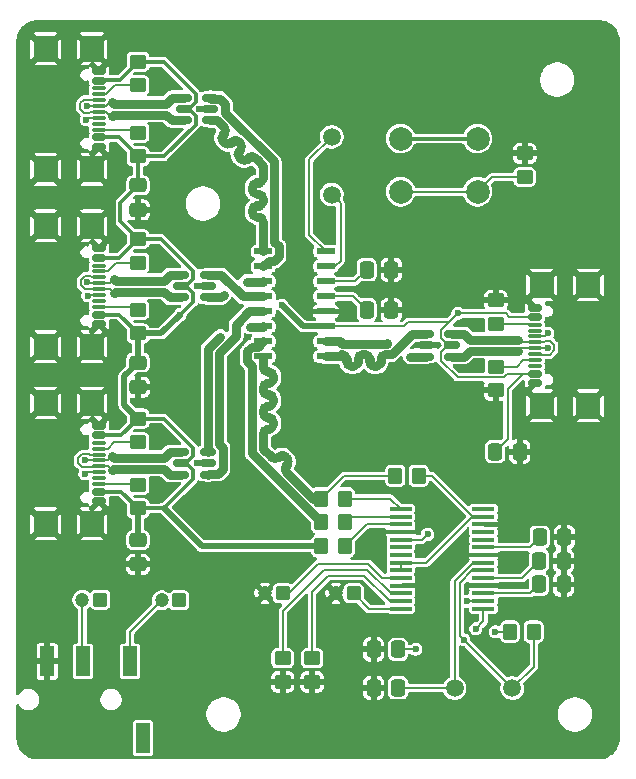
<source format=gbr>
%TF.GenerationSoftware,KiCad,Pcbnew,9.0.6*%
%TF.CreationDate,2025-12-10T20:15:34-10:00*%
%TF.ProjectId,PCB,5043422e-6b69-4636-9164-5f7063625858,rev?*%
%TF.SameCoordinates,Original*%
%TF.FileFunction,Copper,L1,Top*%
%TF.FilePolarity,Positive*%
%FSLAX46Y46*%
G04 Gerber Fmt 4.6, Leading zero omitted, Abs format (unit mm)*
G04 Created by KiCad (PCBNEW 9.0.6) date 2025-12-10 20:15:34*
%MOMM*%
%LPD*%
G01*
G04 APERTURE LIST*
G04 Aperture macros list*
%AMRoundRect*
0 Rectangle with rounded corners*
0 $1 Rounding radius*
0 $2 $3 $4 $5 $6 $7 $8 $9 X,Y pos of 4 corners*
0 Add a 4 corners polygon primitive as box body*
4,1,4,$2,$3,$4,$5,$6,$7,$8,$9,$2,$3,0*
0 Add four circle primitives for the rounded corners*
1,1,$1+$1,$2,$3*
1,1,$1+$1,$4,$5*
1,1,$1+$1,$6,$7*
1,1,$1+$1,$8,$9*
0 Add four rect primitives between the rounded corners*
20,1,$1+$1,$2,$3,$4,$5,0*
20,1,$1+$1,$4,$5,$6,$7,0*
20,1,$1+$1,$6,$7,$8,$9,0*
20,1,$1+$1,$8,$9,$2,$3,0*%
G04 Aperture macros list end*
%TA.AperFunction,SMDPad,CuDef*%
%ADD10RoundRect,0.150000X0.512500X0.150000X-0.512500X0.150000X-0.512500X-0.150000X0.512500X-0.150000X0*%
%TD*%
%TA.AperFunction,SMDPad,CuDef*%
%ADD11RoundRect,0.150000X0.425000X-0.150000X0.425000X0.150000X-0.425000X0.150000X-0.425000X-0.150000X0*%
%TD*%
%TA.AperFunction,SMDPad,CuDef*%
%ADD12RoundRect,0.075000X0.500000X-0.075000X0.500000X0.075000X-0.500000X0.075000X-0.500000X-0.075000X0*%
%TD*%
%TA.AperFunction,SMDPad,CuDef*%
%ADD13RoundRect,0.250000X0.750000X-0.840000X0.750000X0.840000X-0.750000X0.840000X-0.750000X-0.840000X0*%
%TD*%
%TA.AperFunction,SMDPad,CuDef*%
%ADD14RoundRect,0.250000X0.450000X-0.350000X0.450000X0.350000X-0.450000X0.350000X-0.450000X-0.350000X0*%
%TD*%
%TA.AperFunction,ComponentPad*%
%ADD15RoundRect,0.250000X0.350000X0.350000X-0.350000X0.350000X-0.350000X-0.350000X0.350000X-0.350000X0*%
%TD*%
%TA.AperFunction,ComponentPad*%
%ADD16C,1.200000*%
%TD*%
%TA.AperFunction,SMDPad,CuDef*%
%ADD17RoundRect,0.250000X-0.475000X0.337500X-0.475000X-0.337500X0.475000X-0.337500X0.475000X0.337500X0*%
%TD*%
%TA.AperFunction,SMDPad,CuDef*%
%ADD18RoundRect,0.250000X-0.337500X-0.475000X0.337500X-0.475000X0.337500X0.475000X-0.337500X0.475000X0*%
%TD*%
%TA.AperFunction,SMDPad,CuDef*%
%ADD19RoundRect,0.100000X-0.850000X-0.100000X0.850000X-0.100000X0.850000X0.100000X-0.850000X0.100000X0*%
%TD*%
%TA.AperFunction,SMDPad,CuDef*%
%ADD20RoundRect,0.250000X0.337500X0.475000X-0.337500X0.475000X-0.337500X-0.475000X0.337500X-0.475000X0*%
%TD*%
%TA.AperFunction,SMDPad,CuDef*%
%ADD21RoundRect,0.250000X-0.450000X0.350000X-0.450000X-0.350000X0.450000X-0.350000X0.450000X0.350000X0*%
%TD*%
%TA.AperFunction,SMDPad,CuDef*%
%ADD22RoundRect,0.150000X-0.425000X0.150000X-0.425000X-0.150000X0.425000X-0.150000X0.425000X0.150000X0*%
%TD*%
%TA.AperFunction,SMDPad,CuDef*%
%ADD23RoundRect,0.075000X-0.500000X0.075000X-0.500000X-0.075000X0.500000X-0.075000X0.500000X0.075000X0*%
%TD*%
%TA.AperFunction,SMDPad,CuDef*%
%ADD24RoundRect,0.250000X-0.750000X0.840000X-0.750000X-0.840000X0.750000X-0.840000X0.750000X0.840000X0*%
%TD*%
%TA.AperFunction,SMDPad,CuDef*%
%ADD25RoundRect,0.150000X-0.512500X-0.150000X0.512500X-0.150000X0.512500X0.150000X-0.512500X0.150000X0*%
%TD*%
%TA.AperFunction,SMDPad,CuDef*%
%ADD26RoundRect,0.250000X-0.350000X-0.450000X0.350000X-0.450000X0.350000X0.450000X-0.350000X0.450000X0*%
%TD*%
%TA.AperFunction,SMDPad,CuDef*%
%ADD27R,1.200000X2.500000*%
%TD*%
%TA.AperFunction,ComponentPad*%
%ADD28C,2.000000*%
%TD*%
%TA.AperFunction,SMDPad,CuDef*%
%ADD29RoundRect,0.137500X-0.662500X-0.137500X0.662500X-0.137500X0.662500X0.137500X-0.662500X0.137500X0*%
%TD*%
%TA.AperFunction,ComponentPad*%
%ADD30C,1.500000*%
%TD*%
%TA.AperFunction,ViaPad*%
%ADD31C,0.600000*%
%TD*%
%TA.AperFunction,Conductor*%
%ADD32C,0.200000*%
%TD*%
%TA.AperFunction,Conductor*%
%ADD33C,0.300000*%
%TD*%
%TA.AperFunction,Conductor*%
%ADD34C,0.500000*%
%TD*%
%TA.AperFunction,Conductor*%
%ADD35C,0.770000*%
%TD*%
G04 APERTURE END LIST*
D10*
%TO.P,U2,1,I/O1*%
%TO.N,/D1-*%
X63137500Y-50949999D03*
%TO.P,U2,2,GND*%
%TO.N,GND*%
X63137500Y-50000000D03*
%TO.P,U2,3,I/O2*%
%TO.N,/D1+*%
X63137500Y-49050001D03*
%TO.P,U2,4,I/O2*%
%TO.N,/D1_Mid+*%
X60862500Y-49050001D03*
%TO.P,U2,5,VBUS*%
%TO.N,+5V*%
X60862500Y-50000000D03*
%TO.P,U2,6,I/O1*%
%TO.N,/D1_Mid-*%
X60862500Y-50949999D03*
%TD*%
D11*
%TO.P,J4,A1,GND*%
%TO.N,GND*%
X90610000Y-73200000D03*
%TO.P,J4,A4,VBUS*%
%TO.N,+5V*%
X90610000Y-72400000D03*
D12*
%TO.P,J4,A5,CC1*%
%TO.N,Net-(J4-CC1)*%
X90610001Y-71250000D03*
%TO.P,J4,A6,D+*%
%TO.N,/D_In_Mid+*%
X90610000Y-70250000D03*
%TO.P,J4,A7,D-*%
%TO.N,/D_In_Mid-*%
X90610000Y-69750000D03*
%TO.P,J4,A8,SBU1*%
%TO.N,unconnected-(J4-SBU1-PadA8)*%
X90610001Y-68750000D03*
D11*
%TO.P,J4,A9,VBUS*%
%TO.N,+5V*%
X90610000Y-67600000D03*
%TO.P,J4,A12,GND*%
%TO.N,GND*%
X90610000Y-66800000D03*
%TO.P,J4,B1,GND*%
X90610000Y-66800000D03*
%TO.P,J4,B4,VBUS*%
%TO.N,+5V*%
X90610000Y-67600000D03*
D12*
%TO.P,J4,B5,CC2*%
%TO.N,Net-(J4-CC2)*%
X90610000Y-68250000D03*
%TO.P,J4,B6,D+*%
%TO.N,/D_In_Mid+*%
X90610000Y-69250000D03*
%TO.P,J4,B7,D-*%
%TO.N,/D_In_Mid-*%
X90610000Y-70750000D03*
%TO.P,J4,B8,SBU2*%
%TO.N,unconnected-(J4-SBU2-PadB8)*%
X90610000Y-71750000D03*
D11*
%TO.P,J4,B9,VBUS*%
%TO.N,+5V*%
X90610000Y-72400000D03*
%TO.P,J4,B12,GND*%
%TO.N,GND*%
X90610000Y-73200000D03*
D13*
%TO.P,J4,S1,SHIELD*%
X91185000Y-75110000D03*
X95115000Y-75110000D03*
X91185000Y-64890000D03*
X95115000Y-64890000D03*
%TD*%
D14*
%TO.P,R4,1*%
%TO.N,Net-(J2-CC1)*%
X57000000Y-63000000D03*
%TO.P,R4,2*%
%TO.N,+5V*%
X57000000Y-61000000D03*
%TD*%
D15*
%TO.P,C12,1*%
%TO.N,Net-(U1-VCOM)*%
X75250000Y-91000000D03*
D16*
%TO.P,C12,2*%
%TO.N,GND*%
X73750000Y-91000000D03*
%TD*%
D17*
%TO.P,C5,1*%
%TO.N,+5V*%
X57000000Y-86462500D03*
%TO.P,C5,2*%
%TO.N,GND*%
X57000000Y-88537500D03*
%TD*%
D18*
%TO.P,C6,1*%
%TO.N,+5V*%
X87252500Y-79000000D03*
%TO.P,C6,2*%
%TO.N,GND*%
X89327500Y-79000000D03*
%TD*%
D19*
%TO.P,U1,1,D+*%
%TO.N,Net-(U1-D+)*%
X79250000Y-83850000D03*
%TO.P,U1,2,D-*%
%TO.N,Net-(U1-D-)*%
X79250000Y-84500000D03*
%TO.P,U1,3,VBUS*%
%TO.N,Net-(U1-VBUS)*%
X79250000Y-85150000D03*
%TO.P,U1,4,DGNDU*%
%TO.N,GND*%
X79250000Y-85800000D03*
%TO.P,U1,5,HID0*%
%TO.N,/Mute*%
X79250000Y-86450000D03*
%TO.P,U1,6,HID1*%
%TO.N,unconnected-(U1-HID1-Pad6)*%
X79250000Y-87100000D03*
%TO.P,U1,7,HID2*%
%TO.N,unconnected-(U1-HID2-Pad7)*%
X79250000Y-87750000D03*
%TO.P,U1,8,SEL0*%
%TO.N,Net-(U1-SEL0)*%
X79250000Y-88400000D03*
%TO.P,U1,9,SEL1*%
X79250000Y-89050000D03*
%TO.P,U1,10,VCCCI*%
%TO.N,Net-(U1-VCCCI)*%
X79250000Y-89700000D03*
%TO.P,U1,11,AGNDC*%
%TO.N,GND*%
X79250000Y-90350000D03*
%TO.P,U1,12,VINL*%
%TO.N,Net-(U1-VINL)*%
X79250000Y-91000000D03*
%TO.P,U1,13,VINR*%
%TO.N,Net-(U1-VINR)*%
X79250000Y-91650000D03*
%TO.P,U1,14,VCOM*%
%TO.N,Net-(U1-VCOM)*%
X79250000Y-92300000D03*
%TO.P,U1,15,VOUTR*%
%TO.N,Net-(U1-VOUTR)*%
X86250000Y-92300000D03*
%TO.P,U1,16,VOUTL*%
%TO.N,Net-(U1-VOUTL)*%
X86250000Y-91650000D03*
%TO.P,U1,17,VCCP1I*%
%TO.N,Net-(U1-VCCP1I)*%
X86250000Y-91000000D03*
%TO.P,U1,18,AGNDP*%
%TO.N,GND*%
X86250000Y-90350000D03*
%TO.P,U1,19,VCCP2I*%
%TO.N,Net-(U1-VCCP2I)*%
X86250000Y-89700000D03*
%TO.P,U1,20,XTO*%
%TO.N,Net-(U1-XTO)*%
X86250000Y-89050000D03*
%TO.P,U1,21,XTI*%
%TO.N,Net-(U1-XTI)*%
X86250000Y-88400000D03*
%TO.P,U1,22,AGNDX*%
%TO.N,GND*%
X86250000Y-87750000D03*
%TO.P,U1,23,VCCXI*%
%TO.N,Net-(U1-VCCXI)*%
X86250000Y-87100000D03*
%TO.P,U1,24,DIN*%
%TO.N,unconnected-(U1-DIN-Pad24)*%
X86250000Y-86450000D03*
%TO.P,U1,25,DOUT*%
%TO.N,unconnected-(U1-DOUT-Pad25)*%
X86250000Y-85800000D03*
%TO.P,U1,26,DGND*%
%TO.N,GND*%
X86250000Y-85150000D03*
%TO.P,U1,27,VDDI*%
%TO.N,Net-(U1-SEL0)*%
X86250000Y-84500000D03*
%TO.P,U1,28,~{SSPND}*%
%TO.N,unconnected-(U1-~{SSPND}-Pad28)*%
X86250000Y-83850000D03*
%TD*%
D14*
%TO.P,R1,1*%
%TO.N,/Mute*%
X89750000Y-55750000D03*
%TO.P,R1,2*%
%TO.N,GND*%
X89750000Y-53750000D03*
%TD*%
%TO.P,R6,1*%
%TO.N,Net-(J3-CC1)*%
X57000000Y-78200000D03*
%TO.P,R6,2*%
%TO.N,+5V*%
X57000000Y-76200000D03*
%TD*%
D20*
%TO.P,C1,1*%
%TO.N,GND*%
X78437500Y-67000000D03*
%TO.P,C1,2*%
%TO.N,Net-(IC1-VDD33)*%
X76362500Y-67000000D03*
%TD*%
D14*
%TO.P,R2,1*%
%TO.N,Net-(J1-CC1)*%
X57000000Y-48000000D03*
%TO.P,R2,2*%
%TO.N,+5V*%
X57000000Y-46000000D03*
%TD*%
D21*
%TO.P,R3,1*%
%TO.N,Net-(J1-CC2)*%
X57000000Y-52000000D03*
%TO.P,R3,2*%
%TO.N,+5V*%
X57000000Y-54000000D03*
%TD*%
%TO.P,R7,1*%
%TO.N,Net-(J3-CC2)*%
X57000000Y-81800000D03*
%TO.P,R7,2*%
%TO.N,+5V*%
X57000000Y-83800000D03*
%TD*%
D14*
%TO.P,R10,1*%
%TO.N,GND*%
X69250000Y-98500000D03*
%TO.P,R10,2*%
%TO.N,Net-(U1-VINL)*%
X69250000Y-96500000D03*
%TD*%
D15*
%TO.P,C7,1*%
%TO.N,Net-(U1-VOUTL)*%
X60500000Y-91600000D03*
D16*
%TO.P,C7,2*%
%TO.N,/L_Out*%
X59000000Y-91600000D03*
%TD*%
D20*
%TO.P,C9,1*%
%TO.N,Net-(U1-XTI)*%
X79037500Y-99000000D03*
%TO.P,C9,2*%
%TO.N,GND*%
X76962500Y-99000000D03*
%TD*%
D22*
%TO.P,J3,A1,GND*%
%TO.N,GND*%
X53680000Y-76800000D03*
%TO.P,J3,A4,VBUS*%
%TO.N,+5V*%
X53680000Y-77600000D03*
D23*
%TO.P,J3,A5,CC1*%
%TO.N,Net-(J3-CC1)*%
X53680000Y-78750000D03*
%TO.P,J3,A6,D+*%
%TO.N,/D3_Mid+*%
X53680000Y-79750000D03*
%TO.P,J3,A7,D-*%
%TO.N,/D3_Mid-*%
X53680000Y-80250000D03*
%TO.P,J3,A8,SBU1*%
%TO.N,unconnected-(J3-SBU1-PadA8)*%
X53680000Y-81250000D03*
D22*
%TO.P,J3,A9,VBUS*%
%TO.N,+5V*%
X53680000Y-82400000D03*
%TO.P,J3,A12,GND*%
%TO.N,GND*%
X53680000Y-83200000D03*
%TO.P,J3,B1,GND*%
X53680000Y-83200000D03*
%TO.P,J3,B4,VBUS*%
%TO.N,+5V*%
X53680000Y-82400000D03*
D23*
%TO.P,J3,B5,CC2*%
%TO.N,Net-(J3-CC2)*%
X53680000Y-81750000D03*
%TO.P,J3,B6,D+*%
%TO.N,/D3_Mid+*%
X53680000Y-80750000D03*
%TO.P,J3,B7,D-*%
%TO.N,/D3_Mid-*%
X53680000Y-79250000D03*
%TO.P,J3,B8,SBU2*%
%TO.N,unconnected-(J3-SBU2-PadB8)*%
X53680000Y-78250000D03*
D22*
%TO.P,J3,B9,VBUS*%
%TO.N,+5V*%
X53680000Y-77600000D03*
%TO.P,J3,B12,GND*%
%TO.N,GND*%
X53680000Y-76800000D03*
D24*
%TO.P,J3,S1,SHIELD*%
X53105000Y-74890000D03*
X49175000Y-74890000D03*
X53105000Y-85110000D03*
X49175000Y-85110000D03*
%TD*%
D21*
%TO.P,R11,1*%
%TO.N,Net-(U1-VINR)*%
X71750000Y-96500000D03*
%TO.P,R11,2*%
%TO.N,GND*%
X71750000Y-98500000D03*
%TD*%
D25*
%TO.P,U5,1,I/O1*%
%TO.N,/D_In-*%
X81352500Y-69050000D03*
%TO.P,U5,2,GND*%
%TO.N,GND*%
X81352500Y-70000000D03*
%TO.P,U5,3,I/O2*%
%TO.N,/D_In+*%
X81352500Y-70950000D03*
%TO.P,U5,4,I/O2*%
%TO.N,/D_In_Mid+*%
X83627500Y-70950000D03*
%TO.P,U5,5,VBUS*%
%TO.N,+5V*%
X83627500Y-70000000D03*
%TO.P,U5,6,I/O1*%
%TO.N,/D_In_Mid-*%
X83627500Y-69050000D03*
%TD*%
D26*
%TO.P,R17,1*%
%TO.N,/D_DAC+*%
X78780000Y-81055000D03*
%TO.P,R17,2*%
%TO.N,Net-(U1-SEL0)*%
X80780000Y-81055000D03*
%TD*%
D15*
%TO.P,C8,1*%
%TO.N,Net-(U1-VOUTR)*%
X53800000Y-91550000D03*
D16*
%TO.P,C8,2*%
%TO.N,/R_Out*%
X52300000Y-91550000D03*
%TD*%
D27*
%TO.P,J5,R1*%
%TO.N,/R_Out*%
X52325000Y-96750000D03*
%TO.P,J5,R2*%
%TO.N,GND*%
X49325000Y-96750000D03*
%TO.P,J5,S*%
%TO.N,unconnected-(J5-PadS)*%
X57425000Y-103250000D03*
%TO.P,J5,T*%
%TO.N,/L_Out*%
X56325000Y-96750000D03*
%TD*%
D21*
%TO.P,R8,1*%
%TO.N,Net-(J4-CC1)*%
X87290000Y-71800000D03*
%TO.P,R8,2*%
%TO.N,GND*%
X87290000Y-73800000D03*
%TD*%
D26*
%TO.P,R16,1*%
%TO.N,+5V*%
X72500000Y-87000000D03*
%TO.P,R16,2*%
%TO.N,Net-(U1-VBUS)*%
X74500000Y-87000000D03*
%TD*%
D22*
%TO.P,J1,A1,GND*%
%TO.N,GND*%
X53680000Y-46800000D03*
%TO.P,J1,A4,VBUS*%
%TO.N,+5V*%
X53680000Y-47600000D03*
D23*
%TO.P,J1,A5,CC1*%
%TO.N,Net-(J1-CC1)*%
X53680000Y-48750000D03*
%TO.P,J1,A6,D+*%
%TO.N,/D1_Mid+*%
X53680000Y-49750000D03*
%TO.P,J1,A7,D-*%
%TO.N,/D1_Mid-*%
X53680000Y-50250000D03*
%TO.P,J1,A8,SBU1*%
%TO.N,unconnected-(J1-SBU1-PadA8)*%
X53680000Y-51250000D03*
D22*
%TO.P,J1,A9,VBUS*%
%TO.N,+5V*%
X53680000Y-52400000D03*
%TO.P,J1,A12,GND*%
%TO.N,GND*%
X53680000Y-53200000D03*
%TO.P,J1,B1,GND*%
X53680000Y-53200000D03*
%TO.P,J1,B4,VBUS*%
%TO.N,+5V*%
X53680000Y-52400000D03*
D23*
%TO.P,J1,B5,CC2*%
%TO.N,Net-(J1-CC2)*%
X53680000Y-51750000D03*
%TO.P,J1,B6,D+*%
%TO.N,/D1_Mid+*%
X53680000Y-50750000D03*
%TO.P,J1,B7,D-*%
%TO.N,/D1_Mid-*%
X53680000Y-49250000D03*
%TO.P,J1,B8,SBU2*%
%TO.N,unconnected-(J1-SBU2-PadB8)*%
X53680000Y-48250000D03*
D22*
%TO.P,J1,B9,VBUS*%
%TO.N,+5V*%
X53680000Y-47600000D03*
%TO.P,J1,B12,GND*%
%TO.N,GND*%
X53680000Y-46800000D03*
D24*
%TO.P,J1,S1,SHIELD*%
X53105000Y-44890000D03*
X49175000Y-44890000D03*
X53105000Y-55110000D03*
X49175000Y-55110000D03*
%TD*%
D26*
%TO.P,R13,1*%
%TO.N,/D_DAC+*%
X72500000Y-82975000D03*
%TO.P,R13,2*%
%TO.N,Net-(U1-D+)*%
X74500000Y-82975000D03*
%TD*%
D18*
%TO.P,C15,1*%
%TO.N,Net-(U1-VCCXI)*%
X91012500Y-86250000D03*
%TO.P,C15,2*%
%TO.N,GND*%
X93087500Y-86250000D03*
%TD*%
D26*
%TO.P,R15,1*%
%TO.N,Net-(U1-XTI)*%
X88500000Y-94250000D03*
%TO.P,R15,2*%
%TO.N,Net-(U1-XTO)*%
X90500000Y-94250000D03*
%TD*%
D10*
%TO.P,U4,1,I/O1*%
%TO.N,/D3-*%
X62937500Y-80949999D03*
%TO.P,U4,2,GND*%
%TO.N,GND*%
X62937500Y-80000000D03*
%TO.P,U4,3,I/O2*%
%TO.N,/D3+*%
X62937500Y-79050001D03*
%TO.P,U4,4,I/O2*%
%TO.N,/D3_Mid+*%
X60662500Y-79050001D03*
%TO.P,U4,5,VBUS*%
%TO.N,+5V*%
X60662500Y-80000000D03*
%TO.P,U4,6,I/O1*%
%TO.N,/D3_Mid-*%
X60662500Y-80949999D03*
%TD*%
D26*
%TO.P,R14,1*%
%TO.N,/D_DAC-*%
X72500000Y-84975000D03*
%TO.P,R14,2*%
%TO.N,Net-(U1-D-)*%
X74500000Y-84975000D03*
%TD*%
D28*
%TO.P,SW1,1,1*%
%TO.N,+5V*%
X79250000Y-52500000D03*
X85750000Y-52500000D03*
%TO.P,SW1,2,2*%
%TO.N,/Mute*%
X79250000Y-57000000D03*
X85750000Y-57000000D03*
%TD*%
D20*
%TO.P,C10,1*%
%TO.N,Net-(U1-XTO)*%
X79037500Y-95750000D03*
%TO.P,C10,2*%
%TO.N,GND*%
X76962500Y-95750000D03*
%TD*%
D17*
%TO.P,C4,1*%
%TO.N,+5V*%
X57000000Y-71462500D03*
%TO.P,C4,2*%
%TO.N,GND*%
X57000000Y-73537500D03*
%TD*%
D21*
%TO.P,R5,1*%
%TO.N,Net-(J2-CC2)*%
X57000000Y-67000000D03*
%TO.P,R5,2*%
%TO.N,+5V*%
X57000000Y-69000000D03*
%TD*%
D17*
%TO.P,C3,1*%
%TO.N,+5V*%
X57000000Y-56462500D03*
%TO.P,C3,2*%
%TO.N,GND*%
X57000000Y-58537500D03*
%TD*%
D14*
%TO.P,R9,1*%
%TO.N,Net-(J4-CC2)*%
X87290000Y-68200000D03*
%TO.P,R9,2*%
%TO.N,GND*%
X87290000Y-66200000D03*
%TD*%
D18*
%TO.P,C13,1*%
%TO.N,Net-(U1-VCCP1I)*%
X90962500Y-90250000D03*
%TO.P,C13,2*%
%TO.N,GND*%
X93037500Y-90250000D03*
%TD*%
D20*
%TO.P,C2,1*%
%TO.N,GND*%
X78437500Y-63600000D03*
%TO.P,C2,2*%
%TO.N,Net-(IC1-VDD18)*%
X76362500Y-63600000D03*
%TD*%
D10*
%TO.P,U3,1,I/O1*%
%TO.N,/D2-*%
X62937500Y-65949999D03*
%TO.P,U3,2,GND*%
%TO.N,GND*%
X62937500Y-65000000D03*
%TO.P,U3,3,I/O2*%
%TO.N,/D2+*%
X62937500Y-64050001D03*
%TO.P,U3,4,I/O2*%
%TO.N,/D2_Mid+*%
X60662500Y-64050001D03*
%TO.P,U3,5,VBUS*%
%TO.N,+5V*%
X60662500Y-65000000D03*
%TO.P,U3,6,I/O1*%
%TO.N,/D2_Mid-*%
X60662500Y-65949999D03*
%TD*%
D29*
%TO.P,IC1,1,DM4*%
%TO.N,/D1-*%
X67600000Y-62055000D03*
%TO.P,IC1,2,DP4*%
%TO.N,/D1+*%
X67600000Y-63325000D03*
%TO.P,IC1,3,DM3*%
%TO.N,/D2-*%
X67600000Y-64595000D03*
%TO.P,IC1,4,DP3*%
%TO.N,/D2+*%
X67600000Y-65865000D03*
%TO.P,IC1,5,DM2*%
%TO.N,/D3-*%
X67600000Y-67135000D03*
%TO.P,IC1,6,DP2*%
%TO.N,/D3+*%
X67600000Y-68405000D03*
%TO.P,IC1,7,DM1*%
%TO.N,/D_DAC-*%
X67600000Y-69675000D03*
%TO.P,IC1,8,DP1*%
%TO.N,/D_DAC+*%
X67600000Y-70945000D03*
%TO.P,IC1,9,DM*%
%TO.N,/D_In-*%
X72900000Y-70945000D03*
%TO.P,IC1,10,DP*%
%TO.N,/D_In+*%
X72900000Y-69675000D03*
%TO.P,IC1,11,VDD5*%
%TO.N,+5V*%
X72900000Y-68405000D03*
%TO.P,IC1,12,GND*%
%TO.N,GND*%
X72900000Y-67135000D03*
%TO.P,IC1,13,VDD33*%
%TO.N,Net-(IC1-VDD33)*%
X72900000Y-65865000D03*
%TO.P,IC1,14,VDD18*%
%TO.N,Net-(IC1-VDD18)*%
X72900000Y-64595000D03*
%TO.P,IC1,15,XOUT*%
%TO.N,Net-(IC1-XOUT)*%
X72900000Y-63325000D03*
%TO.P,IC1,16,XIN*%
%TO.N,Net-(IC1-XIN)*%
X72900000Y-62055000D03*
%TD*%
D15*
%TO.P,C11,1*%
%TO.N,Net-(U1-VCCCI)*%
X69250000Y-91000000D03*
D16*
%TO.P,C11,2*%
%TO.N,GND*%
X67750000Y-91000000D03*
%TD*%
D18*
%TO.P,C14,1*%
%TO.N,Net-(U1-VCCP2I)*%
X90962500Y-88250000D03*
%TO.P,C14,2*%
%TO.N,GND*%
X93037500Y-88250000D03*
%TD*%
D30*
%TO.P,Y2,1,1*%
%TO.N,Net-(IC1-XIN)*%
X73400000Y-52360000D03*
%TO.P,Y2,2,2*%
%TO.N,Net-(IC1-XOUT)*%
X73400000Y-57240000D03*
%TD*%
D22*
%TO.P,J2,A1,GND*%
%TO.N,GND*%
X53680000Y-61800000D03*
%TO.P,J2,A4,VBUS*%
%TO.N,+5V*%
X53680000Y-62600000D03*
D23*
%TO.P,J2,A5,CC1*%
%TO.N,Net-(J2-CC1)*%
X53680000Y-63750000D03*
%TO.P,J2,A6,D+*%
%TO.N,/D2_Mid+*%
X53680000Y-64750000D03*
%TO.P,J2,A7,D-*%
%TO.N,/D2_Mid-*%
X53680000Y-65250000D03*
%TO.P,J2,A8,SBU1*%
%TO.N,unconnected-(J2-SBU1-PadA8)*%
X53680000Y-66250000D03*
D22*
%TO.P,J2,A9,VBUS*%
%TO.N,+5V*%
X53680000Y-67400000D03*
%TO.P,J2,A12,GND*%
%TO.N,GND*%
X53680000Y-68200000D03*
%TO.P,J2,B1,GND*%
X53680000Y-68200000D03*
%TO.P,J2,B4,VBUS*%
%TO.N,+5V*%
X53680000Y-67400000D03*
D23*
%TO.P,J2,B5,CC2*%
%TO.N,Net-(J2-CC2)*%
X53680000Y-66750000D03*
%TO.P,J2,B6,D+*%
%TO.N,/D2_Mid+*%
X53680000Y-65750000D03*
%TO.P,J2,B7,D-*%
%TO.N,/D2_Mid-*%
X53680000Y-64250000D03*
%TO.P,J2,B8,SBU2*%
%TO.N,unconnected-(J2-SBU2-PadB8)*%
X53680000Y-63250000D03*
D22*
%TO.P,J2,B9,VBUS*%
%TO.N,+5V*%
X53680000Y-62600000D03*
%TO.P,J2,B12,GND*%
%TO.N,GND*%
X53680000Y-61800000D03*
D24*
%TO.P,J2,S1,SHIELD*%
X53105000Y-59890000D03*
X49175000Y-59890000D03*
X53105000Y-70110000D03*
X49175000Y-70110000D03*
%TD*%
D30*
%TO.P,Y1,1,1*%
%TO.N,Net-(U1-XTI)*%
X83810000Y-99025000D03*
%TO.P,Y1,2,2*%
%TO.N,Net-(U1-XTO)*%
X88690000Y-99025000D03*
%TD*%
D31*
%TO.N,GND*%
X62206918Y-50000000D03*
X66000000Y-83000000D03*
X61000000Y-72000000D03*
X62500000Y-54250000D03*
X59000000Y-47500000D03*
X59000000Y-67500000D03*
X85500000Y-68000000D03*
X87875000Y-90350000D03*
X59000000Y-52500000D03*
X62006918Y-79999999D03*
X59000000Y-82500000D03*
X59000000Y-62500000D03*
X59000000Y-77500000D03*
X82424502Y-70000000D03*
X85500000Y-72000000D03*
X62006919Y-65000000D03*
%TO.N,+5V*%
X84074032Y-67299000D03*
X69200000Y-66600000D03*
X60593838Y-67393838D03*
%TO.N,Net-(U1-VOUTL)*%
X84850000Y-91650000D03*
%TO.N,Net-(U1-VOUTR)*%
X85600000Y-94000000D03*
%TO.N,Net-(U1-XTI)*%
X87250000Y-94250000D03*
%TO.N,Net-(U1-XTO)*%
X84582500Y-94917500D03*
X80500000Y-95750000D03*
%TO.N,/D3+*%
X63983847Y-69263847D03*
X66450000Y-68420000D03*
%TO.N,/D_In+*%
X78090000Y-69840000D03*
X80060000Y-70960000D03*
%TO.N,/D2-*%
X66200000Y-64600000D03*
X64250000Y-65750000D03*
%TO.N,/D1_Mid+*%
X52625000Y-50909075D03*
X52650000Y-49750000D03*
%TO.N,/D2_Mid+*%
X52715156Y-64672501D03*
X52745704Y-65796227D03*
%TO.N,/D3_Mid+*%
X52500000Y-80875000D03*
X52500000Y-79750000D03*
%TO.N,/Mute*%
X81515000Y-86015000D03*
%TO.N,/D_In_Mid+*%
X91690000Y-70200000D03*
X91690000Y-69000000D03*
%TD*%
D32*
%TO.N,Net-(IC1-VDD33)*%
X75227500Y-65865000D02*
X76362500Y-67000000D01*
X72900000Y-65865000D02*
X75227500Y-65865000D01*
%TO.N,GND*%
X62937500Y-65000000D02*
X62006919Y-65000000D01*
X63137500Y-50000000D02*
X62206918Y-50000000D01*
X81352500Y-70000000D02*
X82424502Y-70000000D01*
X62937500Y-80000000D02*
X62006918Y-79999999D01*
%TO.N,Net-(IC1-VDD18)*%
X75367500Y-64595000D02*
X76362500Y-63600000D01*
X72900000Y-64595000D02*
X75367500Y-64595000D01*
D33*
%TO.N,+5V*%
X61676000Y-64411679D02*
X61087679Y-65000000D01*
X61676000Y-63688323D02*
X61676000Y-64411679D01*
X61876000Y-49411679D02*
X61287679Y-50000000D01*
X61676000Y-79411679D02*
X61087679Y-80000000D01*
D32*
X84074032Y-67299000D02*
X82664000Y-68709032D01*
D33*
X55500000Y-59500000D02*
X57000000Y-61000000D01*
D32*
X82664000Y-70609032D02*
X83273032Y-70000000D01*
X82664000Y-69390968D02*
X83273032Y-70000000D01*
D33*
X55451000Y-47549000D02*
X57000000Y-46000000D01*
D34*
X57000000Y-83800000D02*
X57000000Y-86462500D01*
X62387677Y-87000000D02*
X72500000Y-87000000D01*
D33*
X53680000Y-67400000D02*
X55400000Y-67400000D01*
X53680000Y-47600000D02*
X53731000Y-47549000D01*
X55400000Y-67400000D02*
X57000000Y-69000000D01*
D34*
X72900000Y-68405000D02*
X71005000Y-68405000D01*
D32*
X88291000Y-77961500D02*
X88291000Y-73699000D01*
X83273032Y-70000000D02*
X83627500Y-70000000D01*
X88291000Y-73699000D02*
X89590000Y-72400000D01*
D34*
X57000000Y-69000000D02*
X58987677Y-69000000D01*
D33*
X57000000Y-83800000D02*
X59187677Y-83800000D01*
X59187677Y-76200000D02*
X61676000Y-78688323D01*
D32*
X79900000Y-68000000D02*
X79495000Y-68405000D01*
D34*
X55824000Y-72638500D02*
X57000000Y-71462500D01*
D33*
X53680000Y-77600000D02*
X55600000Y-77600000D01*
X61876000Y-51311677D02*
X61876000Y-50588321D01*
X55600000Y-82400000D02*
X57000000Y-83800000D01*
X57000000Y-56462500D02*
X55500000Y-57962500D01*
D32*
X89590000Y-72400000D02*
X90610000Y-72400000D01*
X83473032Y-67900000D02*
X83373032Y-68000000D01*
D33*
X57000000Y-61000000D02*
X58987677Y-61000000D01*
D32*
X83373032Y-68000000D02*
X79900000Y-68000000D01*
X87252500Y-79000000D02*
X88291000Y-77961500D01*
D33*
X85750000Y-52500000D02*
X79250000Y-52500000D01*
X61087679Y-80000000D02*
X60662500Y-80000000D01*
X61676000Y-78688323D02*
X61676000Y-79000000D01*
D32*
X87975160Y-72701000D02*
X84074032Y-72701000D01*
D33*
X57000000Y-76200000D02*
X59187677Y-76200000D01*
X61087679Y-65000000D02*
X60662500Y-65000000D01*
X55500000Y-57962500D02*
X55500000Y-59500000D01*
X61676000Y-65588321D02*
X61087679Y-65000000D01*
X55400000Y-62600000D02*
X57000000Y-61000000D01*
X57000000Y-46000000D02*
X59187677Y-46000000D01*
X59187677Y-83800000D02*
X61676000Y-81311677D01*
X53680000Y-52400000D02*
X55400000Y-52400000D01*
D32*
X84074032Y-72701000D02*
X82664000Y-71290968D01*
D33*
X53731000Y-47549000D02*
X55451000Y-47549000D01*
X57000000Y-54000000D02*
X57000000Y-56462500D01*
X55400000Y-52400000D02*
X57000000Y-54000000D01*
D32*
X82664000Y-68709032D02*
X82664000Y-69390968D01*
X88444870Y-67600000D02*
X88143870Y-67299000D01*
D33*
X58987677Y-61000000D02*
X61676000Y-63688323D01*
X59187677Y-46000000D02*
X61876000Y-48688323D01*
D34*
X55824000Y-75024000D02*
X55824000Y-72638500D01*
D32*
X88276160Y-72400000D02*
X87975160Y-72701000D01*
D33*
X57000000Y-54000000D02*
X59187677Y-54000000D01*
D34*
X57000000Y-71462500D02*
X57000000Y-69000000D01*
D33*
X61676000Y-81311677D02*
X61676000Y-80588321D01*
X61676000Y-80588321D02*
X61087679Y-80000000D01*
D34*
X57000000Y-76200000D02*
X55824000Y-75024000D01*
D33*
X60593838Y-67393838D02*
X61676000Y-66311677D01*
D34*
X58987677Y-69000000D02*
X60593838Y-67393838D01*
X71005000Y-68405000D02*
X69200000Y-66600000D01*
D32*
X90610000Y-67600000D02*
X88444870Y-67600000D01*
X79495000Y-68405000D02*
X72900000Y-68405000D01*
D33*
X61676000Y-66311677D02*
X61676000Y-65588321D01*
X61287679Y-50000000D02*
X60862500Y-50000000D01*
D32*
X82664000Y-71290968D02*
X82664000Y-70609032D01*
X90610000Y-72400000D02*
X88276160Y-72400000D01*
D33*
X61876000Y-48688323D02*
X61876000Y-49411679D01*
X53680000Y-82400000D02*
X55600000Y-82400000D01*
X61876000Y-50588321D02*
X61287679Y-50000000D01*
X53680000Y-62600000D02*
X55400000Y-62600000D01*
D34*
X59187677Y-83800000D02*
X62387677Y-87000000D01*
D33*
X55600000Y-77600000D02*
X57000000Y-76200000D01*
X59187677Y-54000000D02*
X61876000Y-51311677D01*
X61676000Y-79000000D02*
X61676000Y-79411679D01*
D32*
X88143870Y-67299000D02*
X84074032Y-67299000D01*
%TO.N,Net-(U1-VOUTL)*%
X84850000Y-91650000D02*
X86250000Y-91650000D01*
%TO.N,/L_Out*%
X56325000Y-94275000D02*
X56325000Y-96750000D01*
X59000000Y-91600000D02*
X56325000Y-94275000D01*
%TO.N,Net-(U1-VOUTR)*%
X85600000Y-94000000D02*
X86250000Y-93350000D01*
X86250000Y-93350000D02*
X86250000Y-92300000D01*
%TO.N,/R_Out*%
X52300000Y-91550000D02*
X52300000Y-96725000D01*
X52300000Y-96725000D02*
X52325000Y-96750000D01*
%TO.N,Net-(U1-XTI)*%
X87250000Y-94250000D02*
X88500000Y-94250000D01*
X83810000Y-89970130D02*
X85380130Y-88400000D01*
X79037500Y-99000000D02*
X83785000Y-99000000D01*
X85380130Y-88400000D02*
X86250000Y-88400000D01*
X83785000Y-99000000D02*
X83810000Y-99025000D01*
X83810000Y-99025000D02*
X83810000Y-89970130D01*
%TO.N,Net-(U1-XTO)*%
X84582500Y-94917500D02*
X84250000Y-94585000D01*
X84250000Y-94585000D02*
X84250000Y-90100001D01*
X84250000Y-90100001D02*
X85300001Y-89050000D01*
X88690000Y-99025000D02*
X84582500Y-94917500D01*
X90500000Y-97215000D02*
X88690000Y-99025000D01*
X79037500Y-95750000D02*
X80500000Y-95750000D01*
X85300001Y-89050000D02*
X86250000Y-89050000D01*
X90500000Y-94250000D02*
X90500000Y-97215000D01*
%TO.N,Net-(U1-VCCCI)*%
X77700000Y-89700000D02*
X79250000Y-89700000D01*
X76500000Y-88500000D02*
X77700000Y-89700000D01*
X69750000Y-91000000D02*
X72250000Y-88500000D01*
X69250000Y-91000000D02*
X69750000Y-91000000D01*
X72250000Y-88500000D02*
X76500000Y-88500000D01*
%TO.N,Net-(U1-VCOM)*%
X76550000Y-92300000D02*
X79250000Y-92300000D01*
X75250000Y-91000000D02*
X76550000Y-92300000D01*
%TO.N,Net-(U1-VCCP1I)*%
X90962500Y-90250000D02*
X90212500Y-91000000D01*
X90212500Y-91000000D02*
X86250000Y-91000000D01*
%TO.N,Net-(U1-VCCP2I)*%
X90962500Y-88250000D02*
X89512500Y-89700000D01*
X89512500Y-89700000D02*
X86250000Y-89700000D01*
%TO.N,Net-(U1-VCCXI)*%
X91012500Y-86250000D02*
X90162500Y-87100000D01*
X90162500Y-87100000D02*
X86250000Y-87100000D01*
D35*
%TO.N,/D3-*%
X64643847Y-69916153D02*
X65310000Y-69250000D01*
X64636153Y-69916153D02*
X64643847Y-69916153D01*
X65310000Y-68253974D02*
X66428974Y-67135000D01*
X63860000Y-70692306D02*
X64636153Y-69916153D01*
X64186000Y-78658159D02*
X63860000Y-78332159D01*
X64186000Y-80459018D02*
X64186000Y-78658159D01*
X63860000Y-78332159D02*
X63860000Y-70692306D01*
X66428974Y-67135000D02*
X67600000Y-67135000D01*
X62937500Y-80949999D02*
X63001499Y-80886000D01*
X65310000Y-69250000D02*
X65310000Y-68253974D01*
X63001499Y-80886000D02*
X63759018Y-80886000D01*
X63759018Y-80886000D02*
X64186000Y-80459018D01*
%TO.N,/D2+*%
X64050001Y-64050001D02*
X65865000Y-65865000D01*
X65865000Y-65865000D02*
X67600000Y-65865000D01*
X62937500Y-64050001D02*
X64050001Y-64050001D01*
%TO.N,/D3+*%
X62937500Y-70310194D02*
X63983847Y-69263847D01*
X66450000Y-68420000D02*
X67585000Y-68420000D01*
X67585000Y-68420000D02*
X67600000Y-68405000D01*
X62937500Y-79050001D02*
X62937500Y-77593697D01*
X62937500Y-77593697D02*
X62937500Y-71354044D01*
X62937500Y-71354044D02*
X62937500Y-70310194D01*
D32*
%TO.N,Net-(IC1-XOUT)*%
X73699999Y-63325000D02*
X72900000Y-63325000D01*
X73400000Y-57240000D02*
X74150000Y-57990000D01*
X74150000Y-57990000D02*
X74150000Y-62874999D01*
X74150000Y-62874999D02*
X73699999Y-63325000D01*
D35*
%TO.N,/D_In+*%
X80060000Y-70960000D02*
X81342500Y-70960000D01*
X78090000Y-69848750D02*
X78090000Y-69840000D01*
X74273751Y-69848750D02*
X78090000Y-69848750D01*
X74100001Y-69675000D02*
X74273751Y-69848750D01*
X72900000Y-69675000D02*
X74100001Y-69675000D01*
X81342500Y-70960000D02*
X81352500Y-70950000D01*
%TO.N,/D1-*%
X67600000Y-60505967D02*
X67600000Y-62017588D01*
X67600000Y-59525913D02*
X67600000Y-59719913D01*
X64200372Y-52717801D02*
X64337550Y-52854979D01*
X63137500Y-50949999D02*
X63730086Y-50949999D01*
X67600000Y-54819913D02*
X67600000Y-55839913D01*
X66682545Y-56615913D02*
X66682545Y-56809913D01*
X67600000Y-59719913D02*
X67600000Y-60505967D01*
X65572159Y-54089588D02*
X65709337Y-54226766D01*
X67600000Y-62017588D02*
X67581294Y-62036294D01*
X64886265Y-52854979D02*
X64986308Y-52754935D01*
X65672203Y-53440830D02*
X65572159Y-53540873D01*
X67070517Y-59137913D02*
X67212000Y-59137913D01*
X65535023Y-52754935D02*
X65672203Y-52892116D01*
X67212000Y-58167913D02*
X67070517Y-58167913D01*
X64300416Y-52069043D02*
X64200372Y-52169086D01*
X67043990Y-54263903D02*
X67600000Y-54819913D01*
X67600000Y-57585913D02*
X67600000Y-57779913D01*
X66906810Y-54126722D02*
X67043990Y-54263903D01*
X66258052Y-54226766D02*
X66358095Y-54126722D01*
X66682517Y-58555913D02*
X66682517Y-58749913D01*
X67212000Y-56227913D02*
X67070545Y-56227913D01*
X67070545Y-57197913D02*
X67212000Y-57197913D01*
X63730086Y-50949999D02*
X64300416Y-51520329D01*
X64337550Y-52854979D02*
G75*
G03*
X64886265Y-52854980I274358J274360D01*
G01*
X67212000Y-59137913D02*
G75*
G02*
X67599987Y-59525913I0J-387987D01*
G01*
X65672203Y-52892116D02*
G75*
G02*
X65672230Y-53440857I-274403J-274384D01*
G01*
X67212000Y-57197913D02*
G75*
G02*
X67599987Y-57585913I0J-387987D01*
G01*
X66682517Y-58749913D02*
G75*
G03*
X67070517Y-59137883I387983J13D01*
G01*
X65572159Y-53540873D02*
G75*
G03*
X65572189Y-54089557I274341J-274327D01*
G01*
X64986308Y-52754935D02*
G75*
G02*
X65535023Y-52754935I274357J-274360D01*
G01*
X67070517Y-58167913D02*
G75*
G03*
X66682513Y-58555913I-17J-387987D01*
G01*
X64300416Y-51520329D02*
G75*
G02*
X64300430Y-52069057I-274316J-274371D01*
G01*
X67600000Y-55839913D02*
G75*
G02*
X67212000Y-56227900I-388000J13D01*
G01*
X66682545Y-56809913D02*
G75*
G03*
X67070545Y-57197855I387955J13D01*
G01*
X67600000Y-57779913D02*
G75*
G02*
X67212000Y-58167900I-388000J13D01*
G01*
X65709337Y-54226766D02*
G75*
G03*
X66258052Y-54226766I274357J274360D01*
G01*
X67070545Y-56227913D02*
G75*
G03*
X66682513Y-56615913I-45J-387987D01*
G01*
X64200372Y-52169086D02*
G75*
G03*
X64200415Y-52717757I274328J-274314D01*
G01*
X66358095Y-54126722D02*
G75*
G02*
X66906810Y-54126721I274358J-274360D01*
G01*
%TO.N,/D_In-*%
X72900000Y-70945000D02*
X74100001Y-70945000D01*
X79921246Y-69328752D02*
X80200000Y-69050000D01*
X80995217Y-69050000D02*
X81352500Y-69050000D01*
X77571751Y-71383250D02*
X77571751Y-71159250D01*
X74100001Y-70945000D02*
X74234015Y-70810986D01*
X78153751Y-70771250D02*
X78478750Y-70771250D01*
X80200000Y-69050000D02*
X80995217Y-69050000D01*
X76989751Y-71771250D02*
X77183751Y-71771250D01*
X76019751Y-70771250D02*
X76213751Y-70771250D01*
X76601751Y-71159250D02*
X76601751Y-71383250D01*
X75631751Y-71383250D02*
X75631751Y-71159250D01*
X75049751Y-71771250D02*
X75243751Y-71771250D01*
X77959751Y-70771250D02*
X78153751Y-70771250D01*
X78478750Y-70771250D02*
X79921246Y-69328752D01*
X74234015Y-70810986D02*
X74273751Y-70771250D01*
X74661751Y-71159250D02*
X74661751Y-71383250D01*
X76213751Y-70771250D02*
G75*
G02*
X76601750Y-71159250I-51J-388050D01*
G01*
X77571751Y-71159250D02*
G75*
G02*
X77959751Y-70771251I388049J-50D01*
G01*
X77183751Y-71771250D02*
G75*
G03*
X77571750Y-71383250I-51J388050D01*
G01*
X74661751Y-71383250D02*
G75*
G03*
X75049751Y-71771249I388049J50D01*
G01*
X74273751Y-70771250D02*
G75*
G02*
X74661750Y-71159250I-51J-388050D01*
G01*
X76601751Y-71383250D02*
G75*
G03*
X76989751Y-71771249I388049J50D01*
G01*
X75243751Y-71771250D02*
G75*
G03*
X75631750Y-71383250I-51J388050D01*
G01*
X75631751Y-71159250D02*
G75*
G02*
X76019751Y-70771251I388049J-50D01*
G01*
%TO.N,/D_DAC-*%
X66677500Y-71782318D02*
X66261500Y-71366318D01*
X66653682Y-70131500D02*
X67143500Y-70131500D01*
X67143500Y-70131500D02*
X67600000Y-69675000D01*
X66261500Y-70523682D02*
X66653682Y-70131500D01*
X66677500Y-79152500D02*
X66677500Y-71782318D01*
X66261500Y-71366318D02*
X66261500Y-70523682D01*
X72500000Y-84975000D02*
X66677500Y-79152500D01*
%TO.N,/D_DAC+*%
X69482965Y-79424547D02*
X69620143Y-79561725D01*
X67600000Y-70982412D02*
X67600000Y-71848375D01*
X67988000Y-76116375D02*
X68078890Y-76116375D01*
X69555855Y-80723444D02*
X69693035Y-80860623D01*
X68078890Y-77086375D02*
X67988000Y-77086375D01*
X68078918Y-73206375D02*
X67988000Y-73206375D01*
X67600000Y-75534375D02*
X67600000Y-75728375D01*
X68078918Y-75146375D02*
X67988000Y-75146375D01*
X67988000Y-72236375D02*
X68078918Y-72236375D01*
X67618706Y-70963706D02*
X67600000Y-70982412D01*
X68466918Y-74564375D02*
X68466918Y-74758375D01*
X70968619Y-82136207D02*
X71807412Y-82975000D01*
X68869962Y-79488836D02*
X68934251Y-79424548D01*
X71807412Y-82975000D02*
X72500000Y-82975000D01*
X67600000Y-77668375D02*
X67600000Y-78767588D01*
X67600000Y-73594375D02*
X67600000Y-73788375D01*
X68466890Y-76504375D02*
X68466890Y-76698375D01*
X69620144Y-80110441D02*
X69555854Y-80174728D01*
X67988000Y-74176375D02*
X68078918Y-74176375D01*
X67600000Y-77474375D02*
X67600000Y-77668375D01*
D32*
X72500000Y-82975000D02*
X74420000Y-81055000D01*
X74420000Y-81055000D02*
X78780000Y-81055000D01*
D35*
X67600000Y-78767588D02*
X68321248Y-79488836D01*
X69693035Y-80860623D02*
X70968619Y-82136207D01*
X68466918Y-72624375D02*
X68466918Y-72818375D01*
X67988000Y-77086375D02*
G75*
G03*
X67599975Y-77474375I0J-388025D01*
G01*
X68466918Y-72818375D02*
G75*
G02*
X68078918Y-73206418I-388018J-25D01*
G01*
X68466918Y-74758375D02*
G75*
G02*
X68078918Y-75146418I-388018J-25D01*
G01*
X67988000Y-75146375D02*
G75*
G03*
X67599975Y-75534375I0J-388025D01*
G01*
X68078890Y-76116375D02*
G75*
G02*
X68466925Y-76504375I10J-388025D01*
G01*
X67600000Y-75728375D02*
G75*
G03*
X67988000Y-76116400I388000J-25D01*
G01*
X69620143Y-79561725D02*
G75*
G02*
X69620161Y-80110458I-274343J-274375D01*
G01*
X68078918Y-72236375D02*
G75*
G02*
X68466925Y-72624375I-18J-388025D01*
G01*
X67988000Y-73206375D02*
G75*
G03*
X67599975Y-73594375I0J-388025D01*
G01*
X68321248Y-79488836D02*
G75*
G03*
X68869962Y-79488836I274357J274355D01*
G01*
X67600000Y-73788375D02*
G75*
G03*
X67988000Y-74176400I388000J-25D01*
G01*
X68934251Y-79424548D02*
G75*
G02*
X69482956Y-79424555I274349J-274352D01*
G01*
X68078918Y-74176375D02*
G75*
G02*
X68466925Y-74564375I-18J-388025D01*
G01*
X68466890Y-76698375D02*
G75*
G02*
X68078890Y-77086390I-387990J-25D01*
G01*
X67600000Y-71848375D02*
G75*
G03*
X67988000Y-72236400I388000J-25D01*
G01*
X69555854Y-80174728D02*
G75*
G03*
X69555840Y-80723459I274346J-274372D01*
G01*
D32*
%TO.N,Net-(IC1-XIN)*%
X73400000Y-52360000D02*
X71500000Y-54260000D01*
X71500000Y-54260000D02*
X71500000Y-60655000D01*
X71500000Y-60655000D02*
X72900000Y-62055000D01*
D35*
%TO.N,/D2-*%
X64050001Y-65949999D02*
X64250000Y-65750000D01*
X62937500Y-65949999D02*
X64050001Y-65949999D01*
X66200000Y-64600000D02*
X67595000Y-64600000D01*
X67595000Y-64600000D02*
X67600000Y-64595000D01*
%TO.N,/D1+*%
X68056500Y-62868500D02*
X67600000Y-63325000D01*
X68546318Y-62868500D02*
X68056500Y-62868500D01*
X68522500Y-61217682D02*
X68938500Y-61633682D01*
X68522500Y-54435001D02*
X68522500Y-61217682D01*
X63137500Y-49050001D02*
X63201499Y-49114000D01*
X68938500Y-62476318D02*
X68546318Y-62868500D01*
X68938500Y-61633682D02*
X68938500Y-62476318D01*
X63959018Y-49114000D02*
X64386000Y-49540982D01*
X64386000Y-49540982D02*
X64386000Y-50298501D01*
X64386000Y-50298501D02*
X68522500Y-54435001D01*
X63201499Y-49114000D02*
X63959018Y-49114000D01*
D32*
%TO.N,/D1_Mid-*%
X54600000Y-50595001D02*
X54600000Y-50600000D01*
X52420732Y-49196500D02*
X52096500Y-49520732D01*
D35*
X59380000Y-50461250D02*
X59868749Y-50949999D01*
D32*
X52879268Y-50303500D02*
X52932768Y-50250000D01*
D35*
X54938750Y-50461250D02*
X59380000Y-50461250D01*
D32*
X53680000Y-49250000D02*
X52932768Y-49250000D01*
D35*
X59868749Y-50949999D02*
X60862500Y-50949999D01*
D32*
X53680000Y-50250000D02*
X54254999Y-50250000D01*
X52420732Y-50303500D02*
X52879268Y-50303500D01*
X52096500Y-49979268D02*
X52420732Y-50303500D01*
X54254999Y-50250000D02*
X54600000Y-50595001D01*
X52932768Y-49250000D02*
X52879268Y-49196500D01*
X52879268Y-49196500D02*
X52420732Y-49196500D01*
X52096500Y-49520732D02*
X52096500Y-49979268D01*
D35*
X54800000Y-50600000D02*
X54938750Y-50461250D01*
D32*
X52932768Y-50250000D02*
X53680000Y-50250000D01*
X54600000Y-50600000D02*
X54800000Y-50600000D01*
%TO.N,Net-(J1-CC2)*%
X53680000Y-51750000D02*
X56750000Y-51750000D01*
X56750000Y-51750000D02*
X57000000Y-52000000D01*
%TO.N,Net-(J1-CC1)*%
X54288824Y-48750000D02*
X55038824Y-48000000D01*
X55038824Y-48000000D02*
X57000000Y-48000000D01*
X53679999Y-48750000D02*
X54288824Y-48750000D01*
%TO.N,/D1_Mid+*%
X52625000Y-50909075D02*
X52784075Y-50750000D01*
D35*
X59380000Y-49538750D02*
X59868749Y-49050001D01*
D32*
X54800000Y-49400000D02*
X54600000Y-49400000D01*
D35*
X54938750Y-49538750D02*
X59380000Y-49538750D01*
X59868749Y-49050001D02*
X60862500Y-49050001D01*
D32*
X54600000Y-49400000D02*
X54250000Y-49750000D01*
X54250000Y-49750000D02*
X53680000Y-49750000D01*
X53680000Y-49750000D02*
X52650000Y-49750000D01*
D35*
X54800000Y-49400000D02*
X54938750Y-49538750D01*
D32*
X52784075Y-50750000D02*
X53680000Y-50750000D01*
%TO.N,/D2_Mid+*%
X53680000Y-64750000D02*
X54625000Y-64750000D01*
D35*
X59180000Y-64538750D02*
X59668749Y-64050001D01*
X55163750Y-64538750D02*
X59180000Y-64538750D01*
D32*
X52745704Y-65796227D02*
X52791931Y-65750000D01*
X52791931Y-65750000D02*
X53680000Y-65750000D01*
X54625000Y-64750000D02*
X55000000Y-64375000D01*
D35*
X59668749Y-64050001D02*
X60662500Y-64050001D01*
D32*
X53680000Y-64750000D02*
X52792655Y-64750000D01*
X52792655Y-64750000D02*
X52715156Y-64672501D01*
D35*
X55000000Y-64375000D02*
X55163750Y-64538750D01*
D32*
%TO.N,/D2_Mid-*%
X52161656Y-64443233D02*
X52485888Y-64119001D01*
D35*
X59668749Y-65949999D02*
X60662500Y-65949999D01*
X55000000Y-65600000D02*
X55138750Y-65461250D01*
D32*
X53655000Y-65225000D02*
X52945425Y-65225000D01*
X53680000Y-65250000D02*
X53655000Y-65225000D01*
X52944424Y-64119001D02*
X53075423Y-64250000D01*
D35*
X55138750Y-65461250D02*
X59180000Y-65461250D01*
D32*
X52161656Y-64901769D02*
X52161656Y-64443233D01*
D35*
X59180000Y-65461250D02*
X59668749Y-65949999D01*
D32*
X52485888Y-65226001D02*
X52161656Y-64901769D01*
X54650000Y-65250000D02*
X55000000Y-65600000D01*
X52944424Y-65226001D02*
X52485888Y-65226001D01*
X52945425Y-65225000D02*
X52944424Y-65226001D01*
X53680000Y-65250000D02*
X54650000Y-65250000D01*
X53075423Y-64250000D02*
X53680000Y-64250000D01*
X52485888Y-64119001D02*
X52944424Y-64119001D01*
%TO.N,Net-(J2-CC2)*%
X53680000Y-66750000D02*
X56750000Y-66750000D01*
X56750000Y-66750000D02*
X57000000Y-67000000D01*
%TO.N,Net-(J2-CC1)*%
X56949000Y-63051000D02*
X57000000Y-63000000D01*
X53679999Y-63750000D02*
X54450000Y-63750000D01*
X55149000Y-63051000D02*
X56949000Y-63051000D01*
X54450000Y-63750000D02*
X55149000Y-63051000D01*
%TO.N,/D3_Mid+*%
X53680000Y-79750000D02*
X54450000Y-79750000D01*
X53680000Y-80750000D02*
X52625000Y-80750000D01*
D35*
X54938750Y-79538750D02*
X59180000Y-79538750D01*
X54800000Y-79400000D02*
X54938750Y-79538750D01*
X59180000Y-79538750D02*
X59668749Y-79050001D01*
D32*
X54450000Y-79750000D02*
X54800000Y-79400000D01*
X52625000Y-80750000D02*
X52500000Y-80875000D01*
X52500000Y-79750000D02*
X53680000Y-79750000D01*
D35*
X59668749Y-79050001D02*
X60662500Y-79050001D01*
D32*
%TO.N,/D3_Mid-*%
X53626500Y-80303500D02*
X52270732Y-80303500D01*
X53680000Y-80250000D02*
X54450000Y-80250000D01*
X52945352Y-79250000D02*
X53680000Y-79250000D01*
X52891852Y-79196500D02*
X52945352Y-79250000D01*
X52270732Y-80303500D02*
X51946500Y-79979268D01*
D35*
X59180000Y-80461250D02*
X59668749Y-80949999D01*
D32*
X54450000Y-80250000D02*
X54800000Y-80600000D01*
D35*
X59668749Y-80949999D02*
X60662500Y-80949999D01*
D32*
X53680000Y-80250000D02*
X53626500Y-80303500D01*
D35*
X54938750Y-80461250D02*
X59180000Y-80461250D01*
D32*
X52270732Y-79196500D02*
X52891852Y-79196500D01*
X51946500Y-79979268D02*
X51946500Y-79520732D01*
D35*
X54800000Y-80600000D02*
X54938750Y-80461250D01*
D32*
X51946500Y-79520732D02*
X52270732Y-79196500D01*
%TO.N,Net-(J3-CC2)*%
X53680000Y-81750000D02*
X56950000Y-81750000D01*
X56950000Y-81750000D02*
X57000000Y-81800000D01*
%TO.N,Net-(J3-CC1)*%
X55000000Y-78200000D02*
X54450000Y-78750000D01*
X57000000Y-78200000D02*
X55000000Y-78200000D01*
X54450000Y-78750000D02*
X53679999Y-78750000D01*
%TO.N,/D_In_Mid-*%
X91460732Y-69646500D02*
X91919268Y-69646500D01*
X92243500Y-69970732D02*
X92243500Y-70429268D01*
D35*
X83627500Y-69050000D02*
X84621251Y-69050000D01*
X84621251Y-69050000D02*
X85110001Y-69538750D01*
D32*
X91919268Y-69646500D02*
X92243500Y-69970732D01*
D35*
X85110001Y-69538750D02*
X89139681Y-69538750D01*
D32*
X91357232Y-69750000D02*
X91460732Y-69646500D01*
X90610000Y-69750000D02*
X91357232Y-69750000D01*
X92243500Y-70429268D02*
X91872768Y-70800000D01*
X89350931Y-69750000D02*
X90610000Y-69750000D01*
X90660000Y-70800000D02*
X90610000Y-70750000D01*
X91872768Y-70800000D02*
X90660000Y-70800000D01*
X89139681Y-69538750D02*
X89350931Y-69750000D01*
%TO.N,Net-(J4-CC2)*%
X90560000Y-68200000D02*
X90610000Y-68250000D01*
X87290000Y-68200000D02*
X90560000Y-68200000D01*
%TO.N,Net-(J4-CC1)*%
X89640000Y-71250000D02*
X90610001Y-71250000D01*
X87290000Y-71800000D02*
X89090000Y-71800000D01*
X89090000Y-71800000D02*
X89640000Y-71250000D01*
%TO.N,/Mute*%
X79250000Y-86450000D02*
X81080000Y-86450000D01*
X79250000Y-57000000D02*
X85750000Y-57000000D01*
X81080000Y-86450000D02*
X81515000Y-86015000D01*
X87000000Y-55750000D02*
X89750000Y-55750000D01*
X85750000Y-57000000D02*
X87000000Y-55750000D01*
%TO.N,Net-(U1-D+)*%
X78375000Y-82975000D02*
X79250000Y-83850000D01*
X74450000Y-82975000D02*
X78375000Y-82975000D01*
%TO.N,Net-(U1-D-)*%
X74925000Y-84500000D02*
X79250000Y-84500000D01*
X74450000Y-84975000D02*
X74925000Y-84500000D01*
%TO.N,Net-(U1-VBUS)*%
X76350000Y-85150000D02*
X79250000Y-85150000D01*
X74500000Y-87000000D02*
X76350000Y-85150000D01*
%TO.N,Net-(U1-SEL0)*%
X85300001Y-84500000D02*
X81400001Y-88400000D01*
X86250000Y-84500000D02*
X85335000Y-84500000D01*
X79250000Y-88400000D02*
X79250000Y-89050000D01*
X86250000Y-84500000D02*
X85300001Y-84500000D01*
X81890000Y-81055000D02*
X80780000Y-81055000D01*
X81400001Y-88400000D02*
X79250000Y-88400000D01*
X85335000Y-84500000D02*
X81890000Y-81055000D01*
D35*
%TO.N,/D_In_Mid+*%
X83627500Y-70950000D02*
X84621251Y-70950000D01*
D32*
X88901250Y-70250000D02*
X90610000Y-70250000D01*
X90660000Y-70200000D02*
X90610000Y-70250000D01*
X91440000Y-69250000D02*
X91690000Y-69000000D01*
D35*
X85110001Y-70461250D02*
X88690000Y-70461250D01*
D32*
X90610000Y-69250000D02*
X91440000Y-69250000D01*
X91690000Y-70200000D02*
X90660000Y-70200000D01*
D35*
X84621251Y-70950000D02*
X85110001Y-70461250D01*
X88690000Y-70461250D02*
X89139681Y-70461250D01*
D32*
X88690000Y-70461250D02*
X88901250Y-70250000D01*
%TO.N,Net-(U1-VINL)*%
X69250000Y-96500000D02*
X69250000Y-92500000D01*
X76380130Y-89000000D02*
X78380130Y-91000000D01*
X78380130Y-91000000D02*
X79250000Y-91000000D01*
X72750000Y-89000000D02*
X76380130Y-89000000D01*
X69250000Y-92500000D02*
X72750000Y-89000000D01*
%TO.N,Net-(U1-VINR)*%
X73125000Y-89500000D02*
X76150001Y-89500000D01*
X76150001Y-89500000D02*
X78300001Y-91650000D01*
X78300001Y-91650000D02*
X79250000Y-91650000D01*
X71750000Y-90875000D02*
X73125000Y-89500000D01*
X71750000Y-96500000D02*
X71750000Y-90875000D01*
%TD*%
%TA.AperFunction,Conductor*%
%TO.N,GND*%
G36*
X90043833Y-89766861D02*
G01*
X90099767Y-89808732D01*
X90124184Y-89874197D01*
X90124500Y-89883043D01*
X90124500Y-90525500D01*
X90104815Y-90592539D01*
X90052011Y-90638294D01*
X90000500Y-90649500D01*
X87618574Y-90649500D01*
X87551535Y-90629815D01*
X87505780Y-90577011D01*
X87504476Y-90567946D01*
X87489149Y-90550000D01*
X87144642Y-90550000D01*
X87140548Y-90548798D01*
X87137747Y-90549302D01*
X87137747Y-90549500D01*
X87136647Y-90549500D01*
X87135674Y-90549675D01*
X87133261Y-90549500D01*
X87133260Y-90549500D01*
X85366740Y-90549500D01*
X85366739Y-90549500D01*
X85364326Y-90549675D01*
X85363518Y-90549500D01*
X85362253Y-90549500D01*
X85362253Y-90549226D01*
X85360579Y-90548863D01*
X85355358Y-90550000D01*
X85010851Y-90550000D01*
X85014833Y-90575145D01*
X85065243Y-90674080D01*
X85078139Y-90742749D01*
X85077884Y-90745070D01*
X85075391Y-90765950D01*
X85059427Y-90798607D01*
X85049500Y-90866740D01*
X85049500Y-90982873D01*
X85048626Y-90990196D01*
X85037663Y-91015810D01*
X85029815Y-91042539D01*
X85024107Y-91047484D01*
X85021135Y-91054430D01*
X84998063Y-91070051D01*
X84977011Y-91088294D01*
X84968334Y-91090181D01*
X84963280Y-91093604D01*
X84951277Y-91093892D01*
X84925500Y-91099500D01*
X84922475Y-91099500D01*
X84777525Y-91099500D01*
X84756592Y-91105108D01*
X84686743Y-91103446D01*
X84628881Y-91064283D01*
X84601377Y-91000055D01*
X84600500Y-90985334D01*
X84600500Y-90296545D01*
X84609144Y-90267104D01*
X84615668Y-90237118D01*
X84619422Y-90232102D01*
X84620185Y-90229506D01*
X84636813Y-90208869D01*
X84800311Y-90045371D01*
X84861631Y-90011889D01*
X84931322Y-90016873D01*
X84987256Y-90058744D01*
X85011673Y-90124209D01*
X85010581Y-90149684D01*
X85010851Y-90150000D01*
X85355358Y-90150000D01*
X85364326Y-90150325D01*
X85366739Y-90150500D01*
X85366740Y-90150500D01*
X87133261Y-90150500D01*
X87135674Y-90150325D01*
X87144642Y-90150000D01*
X87489149Y-90150000D01*
X87504024Y-90132583D01*
X87505055Y-90124606D01*
X87550050Y-90071154D01*
X87616801Y-90050513D01*
X87618574Y-90050500D01*
X89558642Y-90050500D01*
X89558644Y-90050500D01*
X89647788Y-90026614D01*
X89665697Y-90016274D01*
X89727712Y-89980470D01*
X89912820Y-89795361D01*
X89974142Y-89761877D01*
X90043833Y-89766861D01*
G37*
%TD.AperFunction*%
%TA.AperFunction,Conductor*%
G36*
X66138394Y-68976101D02*
G01*
X66148973Y-68983170D01*
X66148984Y-68983176D01*
X66246599Y-69023609D01*
X66264631Y-69031078D01*
X66372729Y-69052580D01*
X66387404Y-69055499D01*
X66387408Y-69055500D01*
X66387409Y-69055500D01*
X66571423Y-69055500D01*
X66638462Y-69075185D01*
X66684217Y-69127989D01*
X66694161Y-69197147D01*
X66665136Y-69260703D01*
X66659104Y-69267181D01*
X66619693Y-69306591D01*
X66619691Y-69306595D01*
X66619689Y-69306597D01*
X66603681Y-69338015D01*
X66563891Y-69416106D01*
X66563460Y-69418831D01*
X66562016Y-69421874D01*
X66560876Y-69425386D01*
X66560422Y-69425238D01*
X66533527Y-69481964D01*
X66474214Y-69518893D01*
X66470206Y-69519847D01*
X66468308Y-69520423D01*
X66352666Y-69568323D01*
X66352653Y-69568330D01*
X66248574Y-69637874D01*
X66248570Y-69637877D01*
X65952561Y-69933888D01*
X65856392Y-70030057D01*
X65823600Y-70062849D01*
X65767873Y-70118575D01*
X65698330Y-70222653D01*
X65698323Y-70222666D01*
X65650423Y-70338308D01*
X65650420Y-70338320D01*
X65626000Y-70461086D01*
X65626000Y-71428913D01*
X65650420Y-71551679D01*
X65650423Y-71551691D01*
X65698323Y-71667333D01*
X65698330Y-71667346D01*
X65767874Y-71771425D01*
X65767877Y-71771429D01*
X66005681Y-72009232D01*
X66039166Y-72070555D01*
X66042000Y-72096913D01*
X66042000Y-79215095D01*
X66066420Y-79337861D01*
X66066423Y-79337873D01*
X66114323Y-79453515D01*
X66114330Y-79453528D01*
X66183874Y-79557607D01*
X66183877Y-79557611D01*
X71613181Y-84986914D01*
X71646666Y-85048237D01*
X71649500Y-85074595D01*
X71649500Y-85472870D01*
X71649501Y-85472876D01*
X71655908Y-85532483D01*
X71706202Y-85667328D01*
X71706206Y-85667335D01*
X71792452Y-85782544D01*
X71792455Y-85782547D01*
X71907664Y-85868793D01*
X71907666Y-85868794D01*
X71907669Y-85868796D01*
X71907672Y-85868797D01*
X71907674Y-85868798D01*
X71914431Y-85871319D01*
X71970364Y-85913191D01*
X71994780Y-85978655D01*
X71979928Y-86046928D01*
X71930522Y-86096333D01*
X71914431Y-86103681D01*
X71907674Y-86106201D01*
X71907664Y-86106206D01*
X71792455Y-86192452D01*
X71792452Y-86192455D01*
X71706206Y-86307664D01*
X71706202Y-86307671D01*
X71664742Y-86418833D01*
X71622871Y-86474767D01*
X71557407Y-86499184D01*
X71548560Y-86499500D01*
X62646353Y-86499500D01*
X62579314Y-86479815D01*
X62558672Y-86463181D01*
X59912461Y-83816970D01*
X59878976Y-83755647D01*
X59883960Y-83685955D01*
X59912461Y-83641608D01*
X60909978Y-82644091D01*
X61996480Y-81557590D01*
X62038665Y-81484524D01*
X62089229Y-81436311D01*
X62157836Y-81423087D01*
X62202343Y-81436041D01*
X62261661Y-81466265D01*
X62299696Y-81485645D01*
X62299698Y-81485646D01*
X62387116Y-81499490D01*
X62390330Y-81500000D01*
X62393475Y-81500498D01*
X62393481Y-81500499D01*
X62581704Y-81500498D01*
X62630112Y-81512618D01*
X62630849Y-81510841D01*
X62743717Y-81557592D01*
X62752131Y-81561077D01*
X62874904Y-81585498D01*
X62874908Y-81585499D01*
X62874909Y-81585499D01*
X63000092Y-81585499D01*
X63000093Y-81585498D01*
X63122869Y-81561077D01*
X63195628Y-81530938D01*
X63243081Y-81521500D01*
X63821610Y-81521500D01*
X63821611Y-81521499D01*
X63944387Y-81497078D01*
X64060040Y-81449173D01*
X64164126Y-81379625D01*
X64679625Y-80864126D01*
X64749173Y-80760040D01*
X64797078Y-80644387D01*
X64821500Y-80521609D01*
X64821500Y-80396427D01*
X64821500Y-78595568D01*
X64797078Y-78472790D01*
X64788381Y-78451793D01*
X64749176Y-78357143D01*
X64749169Y-78357130D01*
X64679626Y-78253052D01*
X64679478Y-78252904D01*
X64591108Y-78164534D01*
X64531819Y-78105245D01*
X64498334Y-78043922D01*
X64495500Y-78017564D01*
X64495500Y-71006900D01*
X64515185Y-70939861D01*
X64531815Y-70919223D01*
X65017134Y-70433903D01*
X65035918Y-70418488D01*
X65048955Y-70409778D01*
X65803625Y-69655108D01*
X65815688Y-69637054D01*
X65873173Y-69551022D01*
X65921078Y-69435369D01*
X65945500Y-69312591D01*
X65945500Y-69079201D01*
X65965185Y-69012162D01*
X66017989Y-68966407D01*
X66087147Y-68956463D01*
X66138394Y-68976101D01*
G37*
%TD.AperFunction*%
%TA.AperFunction,Conductor*%
G36*
X58932444Y-81116435D02*
G01*
X58953086Y-81133069D01*
X59175124Y-81355107D01*
X59219517Y-81399500D01*
X59263642Y-81443625D01*
X59367720Y-81513168D01*
X59367733Y-81513175D01*
X59474966Y-81557592D01*
X59483380Y-81561077D01*
X59606153Y-81585498D01*
X59606157Y-81585499D01*
X60536422Y-81585499D01*
X60603461Y-81605184D01*
X60649216Y-81657988D01*
X60659160Y-81727146D01*
X60630135Y-81790702D01*
X60624103Y-81797180D01*
X59145277Y-83276005D01*
X59138346Y-83280636D01*
X59135403Y-83284875D01*
X59121215Y-83292082D01*
X59105049Y-83302885D01*
X59097536Y-83305996D01*
X58994491Y-83333608D01*
X58902099Y-83386950D01*
X58894590Y-83390061D01*
X58874169Y-83392256D01*
X58847137Y-83399500D01*
X58051440Y-83399500D01*
X57984401Y-83379815D01*
X57938646Y-83327011D01*
X57935258Y-83318833D01*
X57893797Y-83207671D01*
X57893793Y-83207664D01*
X57807547Y-83092455D01*
X57807544Y-83092452D01*
X57692335Y-83006206D01*
X57692328Y-83006202D01*
X57557482Y-82955908D01*
X57557483Y-82955908D01*
X57497883Y-82949501D01*
X57497881Y-82949500D01*
X57497873Y-82949500D01*
X57497865Y-82949500D01*
X56767255Y-82949500D01*
X56737814Y-82940855D01*
X56707828Y-82934332D01*
X56702812Y-82930577D01*
X56700216Y-82929815D01*
X56679574Y-82913181D01*
X56628573Y-82862180D01*
X56595088Y-82800857D01*
X56600072Y-82731165D01*
X56641944Y-82675232D01*
X56707408Y-82650815D01*
X56716232Y-82650499D01*
X57497872Y-82650499D01*
X57557483Y-82644091D01*
X57692331Y-82593796D01*
X57807546Y-82507546D01*
X57893796Y-82392331D01*
X57944091Y-82257483D01*
X57950500Y-82197873D01*
X57950499Y-81402128D01*
X57944091Y-81342517D01*
X57942533Y-81338341D01*
X57914837Y-81264083D01*
X57909853Y-81194392D01*
X57943338Y-81133069D01*
X58004661Y-81099584D01*
X58031019Y-81096750D01*
X58865405Y-81096750D01*
X58932444Y-81116435D01*
G37*
%TD.AperFunction*%
%TA.AperFunction,Conductor*%
G36*
X62880539Y-79769685D02*
G01*
X62926294Y-79822489D01*
X62937500Y-79874000D01*
X62937500Y-80126000D01*
X62917815Y-80193039D01*
X62865011Y-80238794D01*
X62813500Y-80250000D01*
X61955433Y-80250000D01*
X61888394Y-80230315D01*
X61867752Y-80213681D01*
X61741751Y-80087680D01*
X61737412Y-80079734D01*
X61730165Y-80074309D01*
X61720930Y-80049549D01*
X61708266Y-80026357D01*
X61708911Y-80017327D01*
X61705748Y-80008845D01*
X61711364Y-79983024D01*
X61713250Y-79956665D01*
X61719068Y-79947610D01*
X61720600Y-79940572D01*
X61741743Y-79912327D01*
X61867753Y-79786316D01*
X61929074Y-79752834D01*
X61955432Y-79750000D01*
X62813500Y-79750000D01*
X62880539Y-79769685D01*
G37*
%TD.AperFunction*%
%TA.AperFunction,Conductor*%
G36*
X59037461Y-76620185D02*
G01*
X59058103Y-76636819D01*
X60624104Y-78202820D01*
X60657589Y-78264143D01*
X60652605Y-78333835D01*
X60610733Y-78389768D01*
X60545269Y-78414185D01*
X60536423Y-78414501D01*
X59606153Y-78414501D01*
X59483387Y-78438921D01*
X59483375Y-78438924D01*
X59367733Y-78486824D01*
X59367720Y-78486831D01*
X59263641Y-78556375D01*
X59263637Y-78556378D01*
X58953086Y-78866931D01*
X58891763Y-78900416D01*
X58865405Y-78903250D01*
X58031019Y-78903250D01*
X57963980Y-78883565D01*
X57918225Y-78830761D01*
X57908281Y-78761603D01*
X57914837Y-78735917D01*
X57943498Y-78659073D01*
X57944091Y-78657483D01*
X57950500Y-78597873D01*
X57950499Y-77802128D01*
X57944091Y-77742517D01*
X57931987Y-77710065D01*
X57893797Y-77607671D01*
X57893793Y-77607664D01*
X57807547Y-77492455D01*
X57807544Y-77492452D01*
X57692335Y-77406206D01*
X57692328Y-77406202D01*
X57557482Y-77355908D01*
X57557483Y-77355908D01*
X57497883Y-77349501D01*
X57497881Y-77349500D01*
X57497873Y-77349500D01*
X57497865Y-77349500D01*
X56716253Y-77349500D01*
X56695005Y-77343260D01*
X56672918Y-77341681D01*
X56662135Y-77333609D01*
X56649214Y-77329815D01*
X56634713Y-77313081D01*
X56616985Y-77299809D01*
X56612278Y-77287188D01*
X56603459Y-77277011D01*
X56600307Y-77255093D01*
X56592569Y-77234345D01*
X56595431Y-77221184D01*
X56593515Y-77207853D01*
X56602713Y-77187710D01*
X56607421Y-77166072D01*
X56620690Y-77148347D01*
X56622540Y-77144297D01*
X56628559Y-77137832D01*
X56679575Y-77086817D01*
X56740898Y-77053333D01*
X56767255Y-77050499D01*
X57497871Y-77050499D01*
X57497872Y-77050499D01*
X57557483Y-77044091D01*
X57692331Y-76993796D01*
X57807546Y-76907546D01*
X57893796Y-76792331D01*
X57928855Y-76698334D01*
X57935258Y-76681167D01*
X57977129Y-76625233D01*
X58042593Y-76600816D01*
X58051440Y-76600500D01*
X58970422Y-76600500D01*
X59037461Y-76620185D01*
G37*
%TD.AperFunction*%
%TA.AperFunction,Conductor*%
G36*
X65019312Y-65923492D02*
G01*
X65043721Y-65942454D01*
X65371375Y-66270108D01*
X65415815Y-66314548D01*
X65459893Y-66358626D01*
X65563971Y-66428169D01*
X65563984Y-66428176D01*
X65673687Y-66473616D01*
X65679631Y-66476078D01*
X65799895Y-66500000D01*
X65802404Y-66500499D01*
X65802408Y-66500500D01*
X65802409Y-66500500D01*
X65865378Y-66500500D01*
X65932417Y-66520185D01*
X65978172Y-66572989D01*
X65988116Y-66642147D01*
X65959091Y-66705703D01*
X65953059Y-66712181D01*
X65418062Y-67247179D01*
X64904892Y-67760349D01*
X64880741Y-67784500D01*
X64816373Y-67848867D01*
X64746830Y-67952945D01*
X64746823Y-67952958D01*
X64698923Y-68068600D01*
X64698920Y-68068612D01*
X64674500Y-68191378D01*
X64674500Y-68756404D01*
X64654815Y-68823443D01*
X64602011Y-68869198D01*
X64532853Y-68879142D01*
X64469297Y-68850117D01*
X64462819Y-68844085D01*
X64388958Y-68770224D01*
X64388954Y-68770221D01*
X64284875Y-68700677D01*
X64284862Y-68700670D01*
X64169220Y-68652770D01*
X64169208Y-68652767D01*
X64046442Y-68628347D01*
X64046438Y-68628347D01*
X63921256Y-68628347D01*
X63921251Y-68628347D01*
X63798485Y-68652767D01*
X63798473Y-68652770D01*
X63682831Y-68700670D01*
X63682818Y-68700677D01*
X63578739Y-68770221D01*
X63578735Y-68770224D01*
X62792941Y-69556020D01*
X62532392Y-69816569D01*
X62505929Y-69843032D01*
X62443873Y-69905087D01*
X62374330Y-70009165D01*
X62374323Y-70009178D01*
X62326423Y-70124820D01*
X62326420Y-70124832D01*
X62302000Y-70247598D01*
X62302000Y-78437193D01*
X62297712Y-78451793D01*
X62298365Y-78466998D01*
X62288068Y-78484638D01*
X62282315Y-78504232D01*
X62270271Y-78515128D01*
X62263143Y-78527341D01*
X62234297Y-78547677D01*
X62202347Y-78563957D01*
X62133678Y-78576854D01*
X62068937Y-78550579D01*
X62038663Y-78515473D01*
X62032173Y-78504232D01*
X61996480Y-78442410D01*
X59433590Y-75879520D01*
X59387927Y-75853156D01*
X59342266Y-75826793D01*
X59291334Y-75813146D01*
X59240404Y-75799500D01*
X59240403Y-75799500D01*
X58051440Y-75799500D01*
X57984401Y-75779815D01*
X57938646Y-75727011D01*
X57935258Y-75718833D01*
X57893797Y-75607671D01*
X57893793Y-75607664D01*
X57807547Y-75492455D01*
X57807544Y-75492452D01*
X57692335Y-75406206D01*
X57692328Y-75406202D01*
X57557482Y-75355908D01*
X57557483Y-75355908D01*
X57497883Y-75349501D01*
X57497881Y-75349500D01*
X57497873Y-75349500D01*
X57497865Y-75349500D01*
X56908676Y-75349500D01*
X56841637Y-75329815D01*
X56820995Y-75313181D01*
X56360819Y-74853005D01*
X56346115Y-74826077D01*
X56329523Y-74800259D01*
X56328631Y-74794058D01*
X56327334Y-74791682D01*
X56324500Y-74765324D01*
X56324500Y-74545875D01*
X56344185Y-74478836D01*
X56396989Y-74433081D01*
X56463284Y-74422759D01*
X56481946Y-74425000D01*
X56750000Y-74425000D01*
X57250000Y-74425000D01*
X57518054Y-74425000D01*
X57606443Y-74414386D01*
X57747095Y-74358920D01*
X57867564Y-74267564D01*
X57958920Y-74147095D01*
X58014386Y-74006443D01*
X58025000Y-73918053D01*
X58025000Y-73787500D01*
X57250000Y-73787500D01*
X57250000Y-74425000D01*
X56750000Y-74425000D01*
X56750000Y-73287500D01*
X57250000Y-73287500D01*
X58025000Y-73287500D01*
X58025000Y-73156946D01*
X58014386Y-73068556D01*
X57958920Y-72927904D01*
X57867564Y-72807435D01*
X57747095Y-72716079D01*
X57606443Y-72660613D01*
X57518054Y-72650000D01*
X57250000Y-72650000D01*
X57250000Y-73287500D01*
X56750000Y-73287500D01*
X56750000Y-72650000D01*
X56722837Y-72622837D01*
X56689352Y-72561514D01*
X56694336Y-72491822D01*
X56722832Y-72447480D01*
X56833497Y-72336815D01*
X56894818Y-72303333D01*
X56921176Y-72300499D01*
X57522871Y-72300499D01*
X57522872Y-72300499D01*
X57582483Y-72294091D01*
X57717331Y-72243796D01*
X57832546Y-72157546D01*
X57918796Y-72042331D01*
X57969091Y-71907483D01*
X57975500Y-71847873D01*
X57975499Y-71077128D01*
X57969091Y-71017517D01*
X57968058Y-71014748D01*
X57918797Y-70882671D01*
X57918793Y-70882664D01*
X57832547Y-70767455D01*
X57832544Y-70767452D01*
X57717335Y-70681206D01*
X57717330Y-70681203D01*
X57581166Y-70630417D01*
X57525233Y-70588545D01*
X57500816Y-70523081D01*
X57500500Y-70514235D01*
X57500500Y-69951439D01*
X57520185Y-69884400D01*
X57572989Y-69838645D01*
X57581168Y-69835257D01*
X57692326Y-69793798D01*
X57692326Y-69793797D01*
X57692331Y-69793796D01*
X57807546Y-69707546D01*
X57893796Y-69592331D01*
X57897960Y-69581165D01*
X57939829Y-69525234D01*
X58005293Y-69500816D01*
X58014141Y-69500500D01*
X59053568Y-69500500D01*
X59053570Y-69500500D01*
X59180863Y-69466392D01*
X59294991Y-69400500D01*
X60758742Y-67936745D01*
X60798973Y-67909866D01*
X60806316Y-67906823D01*
X60806323Y-67906822D01*
X60931853Y-67834347D01*
X61034347Y-67731853D01*
X61106822Y-67606323D01*
X61144338Y-67466313D01*
X61144338Y-67461092D01*
X61164023Y-67394053D01*
X61180657Y-67373411D01*
X61348598Y-67205470D01*
X61921910Y-66632158D01*
X61921913Y-66632157D01*
X61996480Y-66557590D01*
X62043343Y-66476420D01*
X62049184Y-66469112D01*
X62070443Y-66454223D01*
X62089230Y-66436310D01*
X62098600Y-66434504D01*
X62106415Y-66429031D01*
X62132346Y-66427999D01*
X62157837Y-66423087D01*
X62169623Y-66426517D01*
X62176229Y-66426255D01*
X62183592Y-66430583D01*
X62202343Y-66436041D01*
X62286611Y-66478978D01*
X62299696Y-66485645D01*
X62299698Y-66485646D01*
X62387116Y-66499490D01*
X62390330Y-66500000D01*
X62393475Y-66500498D01*
X62393481Y-66500499D01*
X62581704Y-66500498D01*
X62630112Y-66512618D01*
X62630849Y-66510841D01*
X62752126Y-66561075D01*
X62752131Y-66561077D01*
X62874904Y-66585498D01*
X62874908Y-66585499D01*
X62874909Y-66585499D01*
X64112593Y-66585499D01*
X64112594Y-66585498D01*
X64235370Y-66561077D01*
X64334092Y-66520185D01*
X64351016Y-66513175D01*
X64351016Y-66513174D01*
X64351023Y-66513172D01*
X64455109Y-66443624D01*
X64743625Y-66155108D01*
X64813173Y-66051022D01*
X64841481Y-65982680D01*
X64885318Y-65928280D01*
X64951612Y-65906214D01*
X65019312Y-65923492D01*
G37*
%TD.AperFunction*%
%TA.AperFunction,Conductor*%
G36*
X86326020Y-71116435D02*
G01*
X86371775Y-71169239D01*
X86381719Y-71238397D01*
X86375163Y-71264083D01*
X86345908Y-71342517D01*
X86339501Y-71402116D01*
X86339500Y-71402135D01*
X86339500Y-72197870D01*
X86339501Y-72197887D01*
X86341153Y-72213244D01*
X86328748Y-72282004D01*
X86281138Y-72333141D01*
X86217864Y-72350500D01*
X84270575Y-72350500D01*
X84203536Y-72330815D01*
X84182894Y-72314181D01*
X83665895Y-71797181D01*
X83632410Y-71735858D01*
X83637394Y-71666166D01*
X83679266Y-71610233D01*
X83744730Y-71585816D01*
X83753576Y-71585500D01*
X84683843Y-71585500D01*
X84683844Y-71585499D01*
X84806620Y-71561078D01*
X84904555Y-71520512D01*
X84922266Y-71513176D01*
X84922266Y-71513175D01*
X84922273Y-71513173D01*
X85026359Y-71443625D01*
X85336915Y-71133069D01*
X85398238Y-71099584D01*
X85424596Y-71096750D01*
X86258981Y-71096750D01*
X86326020Y-71116435D01*
G37*
%TD.AperFunction*%
%TA.AperFunction,Conductor*%
G36*
X82499886Y-69722592D02*
G01*
X82502151Y-69724801D01*
X82678181Y-69900830D01*
X82711666Y-69962153D01*
X82714500Y-69988511D01*
X82714500Y-70011487D01*
X82694815Y-70078526D01*
X82678181Y-70099168D01*
X82502151Y-70275197D01*
X82440828Y-70308682D01*
X82371136Y-70303698D01*
X82315203Y-70261826D01*
X82313341Y-70259271D01*
X82306763Y-70250000D01*
X80398238Y-70250000D01*
X80382446Y-70272256D01*
X80377596Y-70276082D01*
X80375030Y-70281703D01*
X80350490Y-70297473D01*
X80327598Y-70315539D01*
X80320129Y-70316985D01*
X80316252Y-70319477D01*
X80281317Y-70324500D01*
X80123593Y-70324500D01*
X80056554Y-70304815D01*
X80010799Y-70252011D01*
X80000855Y-70182853D01*
X80029880Y-70119297D01*
X80035912Y-70112819D01*
X80362411Y-69786319D01*
X80423734Y-69752834D01*
X80450092Y-69750000D01*
X82306760Y-69750000D01*
X82313339Y-69740728D01*
X82368187Y-69697444D01*
X82437728Y-69690683D01*
X82499886Y-69722592D01*
G37*
%TD.AperFunction*%
%TA.AperFunction,Conductor*%
G36*
X86284903Y-67669185D02*
G01*
X86330658Y-67721989D01*
X86341152Y-67786755D01*
X86340396Y-67793793D01*
X86339500Y-67802124D01*
X86339500Y-68597870D01*
X86339501Y-68597876D01*
X86345908Y-68657483D01*
X86375163Y-68735917D01*
X86380147Y-68805608D01*
X86346662Y-68866931D01*
X86285339Y-68900416D01*
X86258981Y-68903250D01*
X85424596Y-68903250D01*
X85357557Y-68883565D01*
X85336915Y-68866931D01*
X85026362Y-68556377D01*
X85026358Y-68556374D01*
X84922279Y-68486830D01*
X84922266Y-68486823D01*
X84806624Y-68438923D01*
X84806612Y-68438920D01*
X84683846Y-68414500D01*
X84683842Y-68414500D01*
X83753576Y-68414500D01*
X83732330Y-68408261D01*
X83710244Y-68406682D01*
X83699460Y-68398609D01*
X83686537Y-68394815D01*
X83672036Y-68378080D01*
X83654310Y-68364811D01*
X83649602Y-68352190D01*
X83640782Y-68342011D01*
X83637630Y-68320094D01*
X83629892Y-68299347D01*
X83632755Y-68286183D01*
X83630838Y-68272853D01*
X83640036Y-68252711D01*
X83644743Y-68231074D01*
X83658014Y-68213345D01*
X83659863Y-68209297D01*
X83665890Y-68202824D01*
X83665891Y-68202822D01*
X83753501Y-68115212D01*
X83753500Y-68115212D01*
X83982895Y-67885816D01*
X84044218Y-67852334D01*
X84070575Y-67849500D01*
X84146504Y-67849500D01*
X84146507Y-67849500D01*
X84286517Y-67811984D01*
X84412047Y-67739509D01*
X84465737Y-67685819D01*
X84527060Y-67652334D01*
X84553418Y-67649500D01*
X86217864Y-67649500D01*
X86284903Y-67669185D01*
G37*
%TD.AperFunction*%
%TA.AperFunction,Conductor*%
G36*
X58932444Y-66116435D02*
G01*
X58953086Y-66133069D01*
X59263637Y-66443621D01*
X59263641Y-66443624D01*
X59367720Y-66513168D01*
X59367733Y-66513175D01*
X59483375Y-66561075D01*
X59483380Y-66561077D01*
X59606153Y-66585498D01*
X59606157Y-66585499D01*
X60536422Y-66585499D01*
X60557667Y-66591737D01*
X60579756Y-66593317D01*
X60590539Y-66601389D01*
X60603461Y-66605184D01*
X60617960Y-66621917D01*
X60635689Y-66635189D01*
X60640396Y-66647809D01*
X60649216Y-66657988D01*
X60652367Y-66679905D01*
X60660106Y-66700653D01*
X60657243Y-66713813D01*
X60659160Y-66727146D01*
X60649960Y-66747289D01*
X60645254Y-66768926D01*
X60631985Y-66786651D01*
X60630135Y-66790702D01*
X60624103Y-66797180D01*
X60614264Y-66807019D01*
X60552941Y-66840504D01*
X60526583Y-66843338D01*
X60521363Y-66843338D01*
X60399069Y-66876107D01*
X60381349Y-66880855D01*
X60255826Y-66953326D01*
X60255820Y-66953331D01*
X60153331Y-67055820D01*
X60153327Y-67055826D01*
X60080854Y-67181353D01*
X60077806Y-67188711D01*
X60050929Y-67228931D01*
X58816682Y-68463181D01*
X58755359Y-68496666D01*
X58729001Y-68499500D01*
X58014141Y-68499500D01*
X57947102Y-68479815D01*
X57901347Y-68427011D01*
X57897969Y-68418859D01*
X57893796Y-68407669D01*
X57893793Y-68407665D01*
X57893793Y-68407664D01*
X57807547Y-68292455D01*
X57807544Y-68292452D01*
X57692335Y-68206206D01*
X57692328Y-68206202D01*
X57557482Y-68155908D01*
X57557483Y-68155908D01*
X57497883Y-68149501D01*
X57497881Y-68149500D01*
X57497873Y-68149500D01*
X57497865Y-68149500D01*
X56767255Y-68149500D01*
X56737814Y-68140855D01*
X56707828Y-68134332D01*
X56702812Y-68130577D01*
X56700216Y-68129815D01*
X56679574Y-68113181D01*
X56628573Y-68062180D01*
X56595088Y-68000857D01*
X56600072Y-67931165D01*
X56641944Y-67875232D01*
X56707408Y-67850815D01*
X56716232Y-67850499D01*
X57497872Y-67850499D01*
X57557483Y-67844091D01*
X57692331Y-67793796D01*
X57807546Y-67707546D01*
X57893796Y-67592331D01*
X57944091Y-67457483D01*
X57950500Y-67397873D01*
X57950499Y-66602128D01*
X57944091Y-66542517D01*
X57938499Y-66527525D01*
X57893797Y-66407671D01*
X57893793Y-66407664D01*
X57809498Y-66295061D01*
X57785080Y-66229597D01*
X57799931Y-66161324D01*
X57849336Y-66111918D01*
X57908764Y-66096750D01*
X58865405Y-66096750D01*
X58932444Y-66116435D01*
G37*
%TD.AperFunction*%
%TA.AperFunction,Conductor*%
G36*
X62880539Y-64769685D02*
G01*
X62926294Y-64822489D01*
X62937500Y-64874000D01*
X62937500Y-65126000D01*
X62917815Y-65193039D01*
X62865011Y-65238794D01*
X62813500Y-65250000D01*
X61955433Y-65250000D01*
X61888394Y-65230315D01*
X61867752Y-65213681D01*
X61741751Y-65087680D01*
X61737412Y-65079734D01*
X61730165Y-65074309D01*
X61720930Y-65049549D01*
X61708266Y-65026357D01*
X61708911Y-65017327D01*
X61705748Y-65008845D01*
X61711364Y-64983024D01*
X61713250Y-64956665D01*
X61719068Y-64947610D01*
X61720600Y-64940572D01*
X61741743Y-64912327D01*
X61867753Y-64786316D01*
X61929074Y-64752834D01*
X61955432Y-64750000D01*
X62813500Y-64750000D01*
X62880539Y-64769685D01*
G37*
%TD.AperFunction*%
%TA.AperFunction,Conductor*%
G36*
X62402343Y-51436041D02*
G01*
X62475601Y-51473368D01*
X62499696Y-51485645D01*
X62499698Y-51485646D01*
X62587116Y-51499490D01*
X62590330Y-51500000D01*
X62593475Y-51500498D01*
X62593481Y-51500499D01*
X62781704Y-51500498D01*
X62830112Y-51512618D01*
X62830849Y-51510841D01*
X62943717Y-51557592D01*
X62952131Y-51561077D01*
X63061642Y-51582860D01*
X63074904Y-51585498D01*
X63074908Y-51585499D01*
X63074909Y-51585499D01*
X63415491Y-51585499D01*
X63444931Y-51594143D01*
X63474918Y-51600667D01*
X63479933Y-51604421D01*
X63482530Y-51605184D01*
X63503172Y-51621818D01*
X63604478Y-51723124D01*
X63637963Y-51784447D01*
X63632979Y-51854139D01*
X63618376Y-51881922D01*
X63584908Y-51929724D01*
X63584905Y-51929729D01*
X63509223Y-52092052D01*
X63509221Y-52092056D01*
X63462877Y-52265056D01*
X63462877Y-52265059D01*
X63449814Y-52414500D01*
X63447280Y-52443486D01*
X63447280Y-52443488D01*
X63462904Y-52621899D01*
X63462905Y-52621902D01*
X63509277Y-52794898D01*
X63584987Y-52957212D01*
X63613402Y-52997782D01*
X63687734Y-53103912D01*
X63687738Y-53103917D01*
X63750286Y-53166448D01*
X63750298Y-53166460D01*
X63936756Y-53352919D01*
X63936775Y-53352936D01*
X63944339Y-53360500D01*
X63951504Y-53367665D01*
X64015419Y-53412418D01*
X64098204Y-53470384D01*
X64260514Y-53546070D01*
X64260520Y-53546071D01*
X64260521Y-53546072D01*
X64288437Y-53553552D01*
X64433500Y-53592421D01*
X64576225Y-53604908D01*
X64611906Y-53608030D01*
X64611907Y-53608030D01*
X64611908Y-53608030D01*
X64620307Y-53607295D01*
X64691731Y-53601046D01*
X64760229Y-53614812D01*
X64810412Y-53663427D01*
X64826346Y-53731456D01*
X64826068Y-53735345D01*
X64819081Y-53815257D01*
X64819081Y-53815260D01*
X64819081Y-53815264D01*
X64819081Y-53815265D01*
X64834700Y-53993664D01*
X64834701Y-53993672D01*
X64881065Y-54166663D01*
X64881069Y-54166673D01*
X64956766Y-54328974D01*
X64956767Y-54328976D01*
X64956768Y-54328977D01*
X65046764Y-54457483D01*
X65059507Y-54475678D01*
X65059510Y-54475682D01*
X65109292Y-54525454D01*
X65259972Y-54676134D01*
X65259973Y-54676136D01*
X65323288Y-54739451D01*
X65323294Y-54739456D01*
X65347562Y-54756448D01*
X65469992Y-54842173D01*
X65632301Y-54917859D01*
X65805288Y-54964210D01*
X65954988Y-54977306D01*
X65983693Y-54979818D01*
X65983695Y-54979818D01*
X65983696Y-54979818D01*
X66013429Y-54977216D01*
X66162102Y-54964209D01*
X66335089Y-54917858D01*
X66497398Y-54842172D01*
X66545167Y-54808723D01*
X66611371Y-54786396D01*
X66679139Y-54803405D01*
X66703971Y-54822617D01*
X66928181Y-55046827D01*
X66961666Y-55108150D01*
X66964500Y-55134508D01*
X66964500Y-55491296D01*
X66944815Y-55558335D01*
X66892011Y-55604090D01*
X66862020Y-55613414D01*
X66804695Y-55623516D01*
X66804685Y-55623518D01*
X66636393Y-55684757D01*
X66636383Y-55684762D01*
X66481276Y-55774299D01*
X66481270Y-55774303D01*
X66344078Y-55889409D01*
X66344072Y-55889415D01*
X66309616Y-55930476D01*
X66236579Y-56017513D01*
X66228944Y-56026611D01*
X66228941Y-56026615D01*
X66139396Y-56181706D01*
X66078140Y-56350005D01*
X66078139Y-56350010D01*
X66047043Y-56526376D01*
X66047043Y-56526383D01*
X66047045Y-56594092D01*
X66047045Y-56731529D01*
X66047043Y-56731567D01*
X66047043Y-56758515D01*
X66046985Y-56758712D01*
X66046989Y-56899485D01*
X66046990Y-56899488D01*
X66072184Y-57042335D01*
X66078098Y-57075864D01*
X66139363Y-57244160D01*
X66216938Y-57378506D01*
X66228921Y-57399257D01*
X66228924Y-57399262D01*
X66344053Y-57536448D01*
X66344061Y-57536456D01*
X66405409Y-57587925D01*
X66444115Y-57646093D01*
X66445229Y-57715954D01*
X66408396Y-57775327D01*
X66405415Y-57777910D01*
X66344026Y-57829420D01*
X66228908Y-57966611D01*
X66228906Y-57966614D01*
X66139362Y-58121713D01*
X66139361Y-58121716D01*
X66079024Y-58287500D01*
X66078108Y-58290016D01*
X66047014Y-58466386D01*
X66047017Y-58555892D01*
X66047017Y-58671529D01*
X66047015Y-58671567D01*
X66047015Y-58698543D01*
X66046985Y-58698645D01*
X66046989Y-58839480D01*
X66046990Y-58839486D01*
X66078093Y-59015847D01*
X66078095Y-59015852D01*
X66139354Y-59184142D01*
X66171940Y-59240578D01*
X66228906Y-59339239D01*
X66344022Y-59476417D01*
X66344030Y-59476426D01*
X66481228Y-59591539D01*
X66636330Y-59681079D01*
X66804625Y-59742326D01*
X66862027Y-59752444D01*
X66924630Y-59783467D01*
X66960524Y-59843412D01*
X66964500Y-59874561D01*
X66964500Y-61414482D01*
X66944815Y-61481521D01*
X66892011Y-61527276D01*
X66859897Y-61536955D01*
X66816111Y-61543889D01*
X66816110Y-61543889D01*
X66706595Y-61599690D01*
X66706591Y-61599693D01*
X66619693Y-61686591D01*
X66619690Y-61686595D01*
X66563889Y-61796111D01*
X66549500Y-61886966D01*
X66549500Y-62223037D01*
X66563889Y-62313888D01*
X66563889Y-62313889D01*
X66563890Y-62313892D01*
X66563891Y-62313893D01*
X66611673Y-62407671D01*
X66619690Y-62423404D01*
X66619693Y-62423408D01*
X66706591Y-62510306D01*
X66706595Y-62510309D01*
X66706597Y-62510311D01*
X66816107Y-62566109D01*
X66816109Y-62566109D01*
X66816111Y-62566110D01*
X66825056Y-62567527D01*
X66888190Y-62597456D01*
X66925122Y-62656767D01*
X66924124Y-62726630D01*
X66885515Y-62784863D01*
X66825057Y-62812473D01*
X66816110Y-62813890D01*
X66816108Y-62813890D01*
X66816107Y-62813891D01*
X66710404Y-62867749D01*
X66706595Y-62869690D01*
X66706591Y-62869693D01*
X66619693Y-62956591D01*
X66619690Y-62956595D01*
X66563889Y-63066111D01*
X66549500Y-63156966D01*
X66549500Y-63493037D01*
X66563889Y-63583888D01*
X66563889Y-63583889D01*
X66563890Y-63583892D01*
X66563891Y-63583893D01*
X66619687Y-63693400D01*
X66619690Y-63693404D01*
X66619693Y-63693408D01*
X66679104Y-63752819D01*
X66712589Y-63814142D01*
X66707605Y-63883834D01*
X66665733Y-63939767D01*
X66600269Y-63964184D01*
X66591423Y-63964500D01*
X66137404Y-63964500D01*
X66014638Y-63988920D01*
X66014626Y-63988923D01*
X65898984Y-64036823D01*
X65898971Y-64036830D01*
X65794892Y-64106374D01*
X65794888Y-64106377D01*
X65706377Y-64194888D01*
X65706374Y-64194892D01*
X65636830Y-64298971D01*
X65636823Y-64298984D01*
X65588923Y-64414626D01*
X65588921Y-64414634D01*
X65588462Y-64416943D01*
X65587887Y-64418040D01*
X65587153Y-64420463D01*
X65586693Y-64420323D01*
X65556075Y-64478853D01*
X65495359Y-64513426D01*
X65425589Y-64509685D01*
X65379164Y-64480430D01*
X64455112Y-63556378D01*
X64455108Y-63556375D01*
X64351029Y-63486831D01*
X64351016Y-63486824D01*
X64235374Y-63438924D01*
X64235362Y-63438921D01*
X64112596Y-63414501D01*
X64112592Y-63414501D01*
X62874909Y-63414501D01*
X62874904Y-63414501D01*
X62752138Y-63438921D01*
X62752130Y-63438923D01*
X62707323Y-63457483D01*
X62650288Y-63481108D01*
X62630851Y-63489159D01*
X62630114Y-63487379D01*
X62581709Y-63499501D01*
X62393482Y-63499501D01*
X62299695Y-63514355D01*
X62202344Y-63563958D01*
X62133675Y-63576854D01*
X62068935Y-63550577D01*
X62038663Y-63515473D01*
X62035857Y-63510613D01*
X61996480Y-63442410D01*
X59233590Y-60679520D01*
X59166694Y-60640897D01*
X59142266Y-60626793D01*
X59091334Y-60613146D01*
X59040404Y-60599500D01*
X59040403Y-60599500D01*
X58051440Y-60599500D01*
X57984401Y-60579815D01*
X57938646Y-60527011D01*
X57935258Y-60518833D01*
X57893797Y-60407671D01*
X57893793Y-60407664D01*
X57807547Y-60292455D01*
X57807544Y-60292452D01*
X57692335Y-60206206D01*
X57692328Y-60206202D01*
X57557482Y-60155908D01*
X57557483Y-60155908D01*
X57497883Y-60149501D01*
X57497881Y-60149500D01*
X57497873Y-60149500D01*
X57497865Y-60149500D01*
X56767255Y-60149500D01*
X56700216Y-60129815D01*
X56679574Y-60113181D01*
X56133958Y-59567565D01*
X56100473Y-59506242D01*
X56105457Y-59436550D01*
X56147329Y-59380617D01*
X56212793Y-59356200D01*
X56267129Y-59364530D01*
X56393553Y-59414385D01*
X56481946Y-59425000D01*
X56750000Y-59425000D01*
X57250000Y-59425000D01*
X57518054Y-59425000D01*
X57606443Y-59414386D01*
X57747095Y-59358920D01*
X57867564Y-59267564D01*
X57958920Y-59147095D01*
X58014386Y-59006443D01*
X58025000Y-58918053D01*
X58025000Y-58787500D01*
X57250000Y-58787500D01*
X57250000Y-59425000D01*
X56750000Y-59425000D01*
X56750000Y-58287500D01*
X57250000Y-58287500D01*
X58025000Y-58287500D01*
X58025000Y-58156946D01*
X58014386Y-58068556D01*
X57958920Y-57927904D01*
X57927019Y-57885837D01*
X61049500Y-57885837D01*
X61049500Y-58114162D01*
X61085215Y-58339660D01*
X61155770Y-58556803D01*
X61217692Y-58678331D01*
X61259421Y-58760228D01*
X61393621Y-58944937D01*
X61555063Y-59106379D01*
X61739772Y-59240579D01*
X61835884Y-59289550D01*
X61943196Y-59344229D01*
X61943198Y-59344229D01*
X61943201Y-59344231D01*
X62005675Y-59364530D01*
X62160339Y-59414784D01*
X62385838Y-59450500D01*
X62385843Y-59450500D01*
X62614162Y-59450500D01*
X62839660Y-59414784D01*
X62840888Y-59414385D01*
X63056799Y-59344231D01*
X63260228Y-59240579D01*
X63444937Y-59106379D01*
X63606379Y-58944937D01*
X63740579Y-58760228D01*
X63844231Y-58556799D01*
X63914784Y-58339660D01*
X63916040Y-58331729D01*
X63950500Y-58114162D01*
X63950500Y-57885837D01*
X63914784Y-57660339D01*
X63856196Y-57480025D01*
X63844231Y-57443201D01*
X63844229Y-57443198D01*
X63844229Y-57443196D01*
X63767611Y-57292826D01*
X63740579Y-57239772D01*
X63606379Y-57055063D01*
X63444937Y-56893621D01*
X63260228Y-56759421D01*
X63230577Y-56744313D01*
X63056803Y-56655770D01*
X62839660Y-56585215D01*
X62614162Y-56549500D01*
X62614157Y-56549500D01*
X62385843Y-56549500D01*
X62385838Y-56549500D01*
X62160339Y-56585215D01*
X61943196Y-56655770D01*
X61739771Y-56759421D01*
X61555061Y-56893622D01*
X61393622Y-57055061D01*
X61259421Y-57239771D01*
X61155770Y-57443196D01*
X61085215Y-57660339D01*
X61049500Y-57885837D01*
X57927019Y-57885837D01*
X57867564Y-57807435D01*
X57747095Y-57716079D01*
X57606443Y-57660613D01*
X57518054Y-57650000D01*
X57250000Y-57650000D01*
X57250000Y-58287500D01*
X56750000Y-58287500D01*
X56750000Y-57650000D01*
X56678254Y-57650000D01*
X56611215Y-57630315D01*
X56565460Y-57577511D01*
X56555516Y-57508353D01*
X56584541Y-57444797D01*
X56590573Y-57438319D01*
X56692074Y-57336818D01*
X56715460Y-57324048D01*
X56736855Y-57308156D01*
X56745656Y-57307559D01*
X56753397Y-57303333D01*
X56779755Y-57300499D01*
X57522871Y-57300499D01*
X57522872Y-57300499D01*
X57582483Y-57294091D01*
X57717331Y-57243796D01*
X57832546Y-57157546D01*
X57918796Y-57042331D01*
X57969091Y-56907483D01*
X57975500Y-56847873D01*
X57975499Y-56077128D01*
X57969091Y-56017517D01*
X57926358Y-55902945D01*
X57918797Y-55882671D01*
X57918793Y-55882664D01*
X57832547Y-55767455D01*
X57832544Y-55767452D01*
X57717335Y-55681206D01*
X57717328Y-55681202D01*
X57582482Y-55630908D01*
X57582483Y-55630908D01*
X57522883Y-55624501D01*
X57522881Y-55624500D01*
X57522873Y-55624500D01*
X57522864Y-55624500D01*
X57519548Y-55624322D01*
X57519615Y-55623065D01*
X57457461Y-55604815D01*
X57411706Y-55552011D01*
X57400500Y-55500500D01*
X57400500Y-54972351D01*
X57420185Y-54905312D01*
X57472989Y-54859557D01*
X57511247Y-54849061D01*
X57557483Y-54844091D01*
X57692331Y-54793796D01*
X57807546Y-54707546D01*
X57893796Y-54592331D01*
X57901149Y-54572615D01*
X57935258Y-54481167D01*
X57977129Y-54425233D01*
X58042593Y-54400816D01*
X58051440Y-54400500D01*
X59240402Y-54400500D01*
X59240404Y-54400500D01*
X59342265Y-54373207D01*
X59433590Y-54320480D01*
X62196480Y-51557590D01*
X62238665Y-51484524D01*
X62289229Y-51436311D01*
X62357836Y-51423087D01*
X62402343Y-51436041D01*
G37*
%TD.AperFunction*%
%TA.AperFunction,Conductor*%
G36*
X58837461Y-61420185D02*
G01*
X58858103Y-61436819D01*
X60624104Y-63202820D01*
X60657589Y-63264143D01*
X60652605Y-63333835D01*
X60610733Y-63389768D01*
X60545269Y-63414185D01*
X60536423Y-63414501D01*
X59606153Y-63414501D01*
X59483387Y-63438921D01*
X59483375Y-63438924D01*
X59367733Y-63486824D01*
X59367720Y-63486831D01*
X59263641Y-63556375D01*
X59263637Y-63556378D01*
X58953086Y-63866931D01*
X58891763Y-63900416D01*
X58865405Y-63903250D01*
X57908764Y-63903250D01*
X57841725Y-63883565D01*
X57795970Y-63830761D01*
X57786026Y-63761603D01*
X57809498Y-63704939D01*
X57893793Y-63592335D01*
X57893792Y-63592335D01*
X57893796Y-63592331D01*
X57944091Y-63457483D01*
X57950500Y-63397873D01*
X57950499Y-62602128D01*
X57944091Y-62542517D01*
X57942745Y-62538909D01*
X57893797Y-62407671D01*
X57893793Y-62407664D01*
X57807547Y-62292455D01*
X57807544Y-62292452D01*
X57692335Y-62206206D01*
X57692328Y-62206202D01*
X57557482Y-62155908D01*
X57557483Y-62155908D01*
X57497883Y-62149501D01*
X57497881Y-62149500D01*
X57497873Y-62149500D01*
X57497865Y-62149500D01*
X56716252Y-62149500D01*
X56695004Y-62143260D01*
X56672917Y-62141681D01*
X56662134Y-62133609D01*
X56649213Y-62129815D01*
X56634712Y-62113081D01*
X56616984Y-62099809D01*
X56612277Y-62087188D01*
X56603458Y-62077011D01*
X56600306Y-62055093D01*
X56592568Y-62034345D01*
X56595430Y-62021184D01*
X56593514Y-62007853D01*
X56602712Y-61987710D01*
X56607420Y-61966072D01*
X56620689Y-61948347D01*
X56622539Y-61944297D01*
X56628558Y-61937832D01*
X56679574Y-61886817D01*
X56740897Y-61853333D01*
X56767254Y-61850499D01*
X57497871Y-61850499D01*
X57497872Y-61850499D01*
X57557483Y-61844091D01*
X57692331Y-61793796D01*
X57807546Y-61707546D01*
X57893796Y-61592331D01*
X57911864Y-61543889D01*
X57935258Y-61481167D01*
X57977129Y-61425233D01*
X58042593Y-61400816D01*
X58051440Y-61400500D01*
X58770422Y-61400500D01*
X58837461Y-61420185D01*
G37*
%TD.AperFunction*%
%TA.AperFunction,Conductor*%
G36*
X59132444Y-51116435D02*
G01*
X59153086Y-51133069D01*
X59375124Y-51355107D01*
X59419517Y-51399500D01*
X59463642Y-51443625D01*
X59567720Y-51513168D01*
X59567733Y-51513175D01*
X59674966Y-51557592D01*
X59683380Y-51561077D01*
X59792891Y-51582860D01*
X59806153Y-51585498D01*
X59806157Y-51585499D01*
X60736422Y-51585499D01*
X60803461Y-51605184D01*
X60849216Y-51657988D01*
X60859160Y-51727146D01*
X60830135Y-51790702D01*
X60824103Y-51797180D01*
X59058103Y-53563181D01*
X58996780Y-53596666D01*
X58970422Y-53599500D01*
X58051440Y-53599500D01*
X57984401Y-53579815D01*
X57938646Y-53527011D01*
X57935258Y-53518833D01*
X57893797Y-53407671D01*
X57893793Y-53407664D01*
X57807547Y-53292455D01*
X57807544Y-53292452D01*
X57692335Y-53206206D01*
X57692328Y-53206202D01*
X57557482Y-53155908D01*
X57557483Y-53155908D01*
X57497883Y-53149501D01*
X57497881Y-53149500D01*
X57497873Y-53149500D01*
X57497865Y-53149500D01*
X56767255Y-53149500D01*
X56737814Y-53140855D01*
X56707828Y-53134332D01*
X56702812Y-53130577D01*
X56700216Y-53129815D01*
X56679574Y-53113181D01*
X56628573Y-53062180D01*
X56595088Y-53000857D01*
X56600072Y-52931165D01*
X56641944Y-52875232D01*
X56707408Y-52850815D01*
X56716232Y-52850499D01*
X57497872Y-52850499D01*
X57557483Y-52844091D01*
X57692331Y-52793796D01*
X57807546Y-52707546D01*
X57893796Y-52592331D01*
X57944091Y-52457483D01*
X57950500Y-52397873D01*
X57950499Y-51602128D01*
X57944091Y-51542517D01*
X57933147Y-51513175D01*
X57893797Y-51407671D01*
X57893793Y-51407664D01*
X57809498Y-51295061D01*
X57785080Y-51229597D01*
X57799931Y-51161324D01*
X57849336Y-51111918D01*
X57908764Y-51096750D01*
X59065405Y-51096750D01*
X59132444Y-51116435D01*
G37*
%TD.AperFunction*%
%TA.AperFunction,Conductor*%
G36*
X63080539Y-49769685D02*
G01*
X63126294Y-49822489D01*
X63137500Y-49874000D01*
X63137500Y-50126000D01*
X63117815Y-50193039D01*
X63065011Y-50238794D01*
X63013500Y-50250000D01*
X62155433Y-50250000D01*
X62088394Y-50230315D01*
X62067752Y-50213681D01*
X61941751Y-50087680D01*
X61937412Y-50079734D01*
X61930165Y-50074309D01*
X61920930Y-50049549D01*
X61908266Y-50026357D01*
X61908911Y-50017327D01*
X61905748Y-50008845D01*
X61911364Y-49983024D01*
X61913250Y-49956665D01*
X61919068Y-49947610D01*
X61920600Y-49940572D01*
X61941743Y-49912327D01*
X62067753Y-49786316D01*
X62129074Y-49752834D01*
X62155432Y-49750000D01*
X63013500Y-49750000D01*
X63080539Y-49769685D01*
G37*
%TD.AperFunction*%
%TA.AperFunction,Conductor*%
G36*
X59037461Y-46420185D02*
G01*
X59058103Y-46436819D01*
X60824104Y-48202820D01*
X60857589Y-48264143D01*
X60852605Y-48333835D01*
X60810733Y-48389768D01*
X60745269Y-48414185D01*
X60736423Y-48414501D01*
X59806153Y-48414501D01*
X59683387Y-48438921D01*
X59683375Y-48438924D01*
X59567733Y-48486824D01*
X59567720Y-48486831D01*
X59463641Y-48556375D01*
X59463637Y-48556378D01*
X59153086Y-48866931D01*
X59091763Y-48900416D01*
X59065405Y-48903250D01*
X57908764Y-48903250D01*
X57841725Y-48883565D01*
X57795970Y-48830761D01*
X57786026Y-48761603D01*
X57809498Y-48704939D01*
X57893793Y-48592335D01*
X57893792Y-48592335D01*
X57893796Y-48592331D01*
X57944091Y-48457483D01*
X57950500Y-48397873D01*
X57950499Y-47602128D01*
X57944091Y-47542517D01*
X57925036Y-47491429D01*
X57893797Y-47407671D01*
X57893793Y-47407664D01*
X57807547Y-47292455D01*
X57807544Y-47292452D01*
X57692335Y-47206206D01*
X57692328Y-47206202D01*
X57557482Y-47155908D01*
X57557483Y-47155908D01*
X57497883Y-47149501D01*
X57497881Y-47149500D01*
X57497873Y-47149500D01*
X57497865Y-47149500D01*
X56716253Y-47149500D01*
X56695005Y-47143260D01*
X56672918Y-47141681D01*
X56662135Y-47133609D01*
X56649214Y-47129815D01*
X56634713Y-47113081D01*
X56616985Y-47099809D01*
X56612278Y-47087188D01*
X56603459Y-47077011D01*
X56600307Y-47055093D01*
X56592569Y-47034345D01*
X56595431Y-47021184D01*
X56593515Y-47007853D01*
X56602713Y-46987710D01*
X56607421Y-46966072D01*
X56620690Y-46948347D01*
X56622540Y-46944297D01*
X56628559Y-46937832D01*
X56679575Y-46886817D01*
X56740898Y-46853333D01*
X56767255Y-46850499D01*
X57497871Y-46850499D01*
X57497872Y-46850499D01*
X57557483Y-46844091D01*
X57692331Y-46793796D01*
X57807546Y-46707546D01*
X57893796Y-46592331D01*
X57907967Y-46554336D01*
X57935258Y-46481167D01*
X57977129Y-46425233D01*
X58042593Y-46400816D01*
X58051440Y-46400500D01*
X58970422Y-46400500D01*
X59037461Y-46420185D01*
G37*
%TD.AperFunction*%
%TA.AperFunction,Conductor*%
G36*
X96004043Y-42450765D02*
G01*
X96226790Y-42465364D01*
X96242848Y-42467479D01*
X96428875Y-42504482D01*
X96457771Y-42510230D01*
X96473438Y-42514428D01*
X96626569Y-42566409D01*
X96680944Y-42584867D01*
X96695921Y-42591070D01*
X96886791Y-42685196D01*
X96892460Y-42687992D01*
X96906508Y-42696102D01*
X97088712Y-42817848D01*
X97101573Y-42827716D01*
X97206495Y-42919730D01*
X97266328Y-42972202D01*
X97277797Y-42983671D01*
X97388160Y-43109517D01*
X97422280Y-43148423D01*
X97432154Y-43161291D01*
X97553897Y-43343492D01*
X97562007Y-43357539D01*
X97658926Y-43554071D01*
X97665133Y-43569057D01*
X97735571Y-43776561D01*
X97739769Y-43792228D01*
X97782518Y-44007140D01*
X97784636Y-44023221D01*
X97799235Y-44245956D01*
X97799500Y-44254066D01*
X97799500Y-103245933D01*
X97799235Y-103254043D01*
X97784636Y-103476778D01*
X97782518Y-103492859D01*
X97739769Y-103707771D01*
X97735571Y-103723438D01*
X97665133Y-103930942D01*
X97658926Y-103945928D01*
X97562007Y-104142460D01*
X97553897Y-104156507D01*
X97432154Y-104338708D01*
X97422280Y-104351576D01*
X97277797Y-104516328D01*
X97266328Y-104527797D01*
X97101576Y-104672280D01*
X97088708Y-104682154D01*
X96906507Y-104803897D01*
X96892460Y-104812007D01*
X96695928Y-104908926D01*
X96680942Y-104915133D01*
X96473438Y-104985571D01*
X96457771Y-104989769D01*
X96242859Y-105032518D01*
X96226778Y-105034636D01*
X96004043Y-105049235D01*
X95995933Y-105049500D01*
X48504067Y-105049500D01*
X48495957Y-105049235D01*
X48273221Y-105034636D01*
X48257140Y-105032518D01*
X48042228Y-104989769D01*
X48026561Y-104985571D01*
X47819057Y-104915133D01*
X47804071Y-104908926D01*
X47607539Y-104812007D01*
X47593492Y-104803897D01*
X47411291Y-104682154D01*
X47398423Y-104672280D01*
X47233671Y-104527797D01*
X47222202Y-104516328D01*
X47169730Y-104456495D01*
X47077716Y-104351573D01*
X47067845Y-104338708D01*
X46946102Y-104156507D01*
X46937992Y-104142460D01*
X46935196Y-104136791D01*
X46841070Y-103945921D01*
X46834866Y-103930942D01*
X46764428Y-103723438D01*
X46760230Y-103707771D01*
X46748217Y-103647376D01*
X46717479Y-103492848D01*
X46715364Y-103476790D01*
X46700765Y-103254043D01*
X46700500Y-103245933D01*
X46700500Y-101975321D01*
X56574500Y-101975321D01*
X56574500Y-104524678D01*
X56589032Y-104597735D01*
X56589033Y-104597739D01*
X56589034Y-104597740D01*
X56644399Y-104680601D01*
X56727260Y-104735966D01*
X56727264Y-104735967D01*
X56800321Y-104750499D01*
X56800324Y-104750500D01*
X56800326Y-104750500D01*
X58049676Y-104750500D01*
X58049677Y-104750499D01*
X58122740Y-104735966D01*
X58205601Y-104680601D01*
X58260966Y-104597740D01*
X58275500Y-104524674D01*
X58275500Y-101975326D01*
X58275500Y-101975323D01*
X58275499Y-101975321D01*
X58260967Y-101902264D01*
X58260966Y-101902260D01*
X58205601Y-101819399D01*
X58122740Y-101764034D01*
X58122739Y-101764033D01*
X58122735Y-101764032D01*
X58049677Y-101749500D01*
X58049674Y-101749500D01*
X56800326Y-101749500D01*
X56800323Y-101749500D01*
X56727264Y-101764032D01*
X56727260Y-101764033D01*
X56644399Y-101819399D01*
X56589033Y-101902260D01*
X56589032Y-101902264D01*
X56574500Y-101975321D01*
X46700500Y-101975321D01*
X46700500Y-101135837D01*
X62799500Y-101135837D01*
X62799500Y-101364162D01*
X62835215Y-101589660D01*
X62905770Y-101806803D01*
X63009421Y-102010228D01*
X63143621Y-102194937D01*
X63305063Y-102356379D01*
X63489772Y-102490579D01*
X63585884Y-102539550D01*
X63693196Y-102594229D01*
X63693198Y-102594229D01*
X63693201Y-102594231D01*
X63809592Y-102632049D01*
X63910339Y-102664784D01*
X64135838Y-102700500D01*
X64135843Y-102700500D01*
X64364162Y-102700500D01*
X64589660Y-102664784D01*
X64806799Y-102594231D01*
X65010228Y-102490579D01*
X65194937Y-102356379D01*
X65356379Y-102194937D01*
X65490579Y-102010228D01*
X65594231Y-101806799D01*
X65664784Y-101589660D01*
X65700500Y-101364162D01*
X65700500Y-101135837D01*
X92549500Y-101135837D01*
X92549500Y-101364162D01*
X92585215Y-101589660D01*
X92655770Y-101806803D01*
X92759421Y-102010228D01*
X92893621Y-102194937D01*
X93055063Y-102356379D01*
X93239772Y-102490579D01*
X93335884Y-102539550D01*
X93443196Y-102594229D01*
X93443198Y-102594229D01*
X93443201Y-102594231D01*
X93559592Y-102632049D01*
X93660339Y-102664784D01*
X93885838Y-102700500D01*
X93885843Y-102700500D01*
X94114162Y-102700500D01*
X94339660Y-102664784D01*
X94556799Y-102594231D01*
X94760228Y-102490579D01*
X94944937Y-102356379D01*
X95106379Y-102194937D01*
X95240579Y-102010228D01*
X95344231Y-101806799D01*
X95414784Y-101589660D01*
X95450500Y-101364162D01*
X95450500Y-101135837D01*
X95414784Y-100910339D01*
X95344229Y-100693196D01*
X95283513Y-100574035D01*
X95240579Y-100489772D01*
X95106379Y-100305063D01*
X94944937Y-100143621D01*
X94760228Y-100009421D01*
X94556803Y-99905770D01*
X94339660Y-99835215D01*
X94114162Y-99799500D01*
X94114157Y-99799500D01*
X93885843Y-99799500D01*
X93885838Y-99799500D01*
X93660339Y-99835215D01*
X93443196Y-99905770D01*
X93239771Y-100009421D01*
X93055061Y-100143622D01*
X92893622Y-100305061D01*
X92759421Y-100489771D01*
X92655770Y-100693196D01*
X92585215Y-100910339D01*
X92549500Y-101135837D01*
X65700500Y-101135837D01*
X65664784Y-100910339D01*
X65594229Y-100693196D01*
X65533513Y-100574035D01*
X65490579Y-100489772D01*
X65356379Y-100305063D01*
X65194937Y-100143621D01*
X65010228Y-100009421D01*
X64806803Y-99905770D01*
X64589660Y-99835215D01*
X64364162Y-99799500D01*
X64364157Y-99799500D01*
X64135843Y-99799500D01*
X64135838Y-99799500D01*
X63910339Y-99835215D01*
X63693196Y-99905770D01*
X63489771Y-100009421D01*
X63305061Y-100143622D01*
X63143622Y-100305061D01*
X63009421Y-100489771D01*
X62905770Y-100693196D01*
X62835215Y-100910339D01*
X62799500Y-101135837D01*
X46700500Y-101135837D01*
X46700500Y-100496359D01*
X46720185Y-100429320D01*
X46772989Y-100383565D01*
X46842147Y-100373621D01*
X46905703Y-100402646D01*
X46927602Y-100427468D01*
X47025535Y-100574034D01*
X47025538Y-100574038D01*
X47150961Y-100699461D01*
X47150965Y-100699464D01*
X47298446Y-100798009D01*
X47298459Y-100798016D01*
X47421363Y-100848923D01*
X47462334Y-100865894D01*
X47462336Y-100865894D01*
X47462341Y-100865896D01*
X47636304Y-100900499D01*
X47636307Y-100900500D01*
X47636309Y-100900500D01*
X47813693Y-100900500D01*
X47813694Y-100900499D01*
X47871682Y-100888964D01*
X47987658Y-100865896D01*
X47987661Y-100865894D01*
X47987666Y-100865894D01*
X48151547Y-100798013D01*
X48299035Y-100699464D01*
X48424464Y-100574035D01*
X48523013Y-100426547D01*
X48590894Y-100262666D01*
X48602255Y-100205554D01*
X48625499Y-100088695D01*
X48625500Y-100088693D01*
X48625500Y-99911306D01*
X48625499Y-99911304D01*
X53824500Y-99911304D01*
X53824500Y-100088695D01*
X53859103Y-100262658D01*
X53859106Y-100262667D01*
X53926983Y-100426540D01*
X53926990Y-100426553D01*
X54025535Y-100574034D01*
X54025538Y-100574038D01*
X54150961Y-100699461D01*
X54150965Y-100699464D01*
X54298446Y-100798009D01*
X54298459Y-100798016D01*
X54421363Y-100848923D01*
X54462334Y-100865894D01*
X54462336Y-100865894D01*
X54462341Y-100865896D01*
X54636304Y-100900499D01*
X54636307Y-100900500D01*
X54636309Y-100900500D01*
X54813693Y-100900500D01*
X54813694Y-100900499D01*
X54871682Y-100888964D01*
X54987658Y-100865896D01*
X54987661Y-100865894D01*
X54987666Y-100865894D01*
X55151547Y-100798013D01*
X55299035Y-100699464D01*
X55424464Y-100574035D01*
X55523013Y-100426547D01*
X55590894Y-100262666D01*
X55602255Y-100205554D01*
X55625499Y-100088695D01*
X55625500Y-100088693D01*
X55625500Y-99911306D01*
X55625499Y-99911304D01*
X55590896Y-99737341D01*
X55590893Y-99737332D01*
X55582608Y-99717331D01*
X55560014Y-99662782D01*
X55523016Y-99573459D01*
X55523009Y-99573446D01*
X55485996Y-99518053D01*
X76075000Y-99518053D01*
X76085613Y-99606443D01*
X76141079Y-99747095D01*
X76232435Y-99867564D01*
X76352904Y-99958920D01*
X76493556Y-100014386D01*
X76581946Y-100025000D01*
X76712500Y-100025000D01*
X77212500Y-100025000D01*
X77343054Y-100025000D01*
X77431443Y-100014386D01*
X77572095Y-99958920D01*
X77692564Y-99867564D01*
X77783920Y-99747095D01*
X77839386Y-99606443D01*
X77850000Y-99518053D01*
X77850000Y-99250000D01*
X77212500Y-99250000D01*
X77212500Y-100025000D01*
X76712500Y-100025000D01*
X76712500Y-99250000D01*
X76075000Y-99250000D01*
X76075000Y-99518053D01*
X55485996Y-99518053D01*
X55424464Y-99425965D01*
X55424461Y-99425961D01*
X55299038Y-99300538D01*
X55299034Y-99300535D01*
X55151553Y-99201990D01*
X55151540Y-99201983D01*
X54987667Y-99134106D01*
X54987658Y-99134103D01*
X54813694Y-99099500D01*
X54813691Y-99099500D01*
X54636309Y-99099500D01*
X54636306Y-99099500D01*
X54462341Y-99134103D01*
X54462332Y-99134106D01*
X54298459Y-99201983D01*
X54298446Y-99201990D01*
X54150965Y-99300535D01*
X54150961Y-99300538D01*
X54025538Y-99425961D01*
X54025535Y-99425965D01*
X53926990Y-99573446D01*
X53926983Y-99573459D01*
X53859106Y-99737332D01*
X53859103Y-99737341D01*
X53824500Y-99911304D01*
X48625499Y-99911304D01*
X48590896Y-99737341D01*
X48590893Y-99737332D01*
X48582608Y-99717331D01*
X48560014Y-99662782D01*
X48523016Y-99573459D01*
X48523009Y-99573446D01*
X48424464Y-99425965D01*
X48424461Y-99425961D01*
X48299038Y-99300538D01*
X48299034Y-99300535D01*
X48151553Y-99201990D01*
X48151540Y-99201983D01*
X47987667Y-99134106D01*
X47987658Y-99134103D01*
X47813694Y-99099500D01*
X47813691Y-99099500D01*
X47636309Y-99099500D01*
X47636306Y-99099500D01*
X47462341Y-99134103D01*
X47462332Y-99134106D01*
X47298459Y-99201983D01*
X47298446Y-99201990D01*
X47150965Y-99300535D01*
X47150961Y-99300538D01*
X47025538Y-99425961D01*
X47025535Y-99425965D01*
X46927602Y-99572531D01*
X46873989Y-99617336D01*
X46804664Y-99626043D01*
X46741637Y-99595888D01*
X46704918Y-99536445D01*
X46700500Y-99503640D01*
X46700500Y-98893053D01*
X68250000Y-98893053D01*
X68260613Y-98981443D01*
X68316079Y-99122095D01*
X68407435Y-99242564D01*
X68527904Y-99333920D01*
X68668556Y-99389386D01*
X68756946Y-99400000D01*
X69000000Y-99400000D01*
X69500000Y-99400000D01*
X69743054Y-99400000D01*
X69831443Y-99389386D01*
X69972095Y-99333920D01*
X70092564Y-99242564D01*
X70183920Y-99122095D01*
X70239386Y-98981443D01*
X70250000Y-98893053D01*
X70750000Y-98893053D01*
X70760613Y-98981443D01*
X70816079Y-99122095D01*
X70907435Y-99242564D01*
X71027904Y-99333920D01*
X71168556Y-99389386D01*
X71256946Y-99400000D01*
X71500000Y-99400000D01*
X72000000Y-99400000D01*
X72243054Y-99400000D01*
X72331443Y-99389386D01*
X72472095Y-99333920D01*
X72592566Y-99242563D01*
X72682694Y-99123713D01*
X72682695Y-99123711D01*
X72682696Y-99123711D01*
X72683918Y-99122098D01*
X72683919Y-99122097D01*
X72739386Y-98981443D01*
X72750000Y-98893053D01*
X72750000Y-98750000D01*
X72000000Y-98750000D01*
X72000000Y-99400000D01*
X71500000Y-99400000D01*
X71500000Y-98750000D01*
X70750000Y-98750000D01*
X70750000Y-98893053D01*
X70250000Y-98893053D01*
X70250000Y-98750000D01*
X69500000Y-98750000D01*
X69500000Y-99400000D01*
X69000000Y-99400000D01*
X69000000Y-98750000D01*
X68250000Y-98750000D01*
X68250000Y-98893053D01*
X46700500Y-98893053D01*
X46700500Y-98481946D01*
X76075000Y-98481946D01*
X76075000Y-98750000D01*
X76712500Y-98750000D01*
X77212500Y-98750000D01*
X77850000Y-98750000D01*
X77850000Y-98481946D01*
X77839386Y-98393556D01*
X77783920Y-98252904D01*
X77692564Y-98132435D01*
X77572095Y-98041079D01*
X77431443Y-97985613D01*
X77343054Y-97975000D01*
X77212500Y-97975000D01*
X77212500Y-98750000D01*
X76712500Y-98750000D01*
X76712500Y-97975000D01*
X76581946Y-97975000D01*
X76493556Y-97985613D01*
X76352904Y-98041079D01*
X76232435Y-98132435D01*
X76141079Y-98252904D01*
X76085613Y-98393556D01*
X76075000Y-98481946D01*
X46700500Y-98481946D01*
X46700500Y-98044785D01*
X48425001Y-98044785D01*
X48425002Y-98044804D01*
X48427908Y-98069869D01*
X48427909Y-98069873D01*
X48473211Y-98172474D01*
X48473214Y-98172479D01*
X48552520Y-98251785D01*
X48552525Y-98251788D01*
X48655123Y-98297089D01*
X48680206Y-98299999D01*
X49074999Y-98299999D01*
X49575000Y-98299999D01*
X49969786Y-98299999D01*
X49969808Y-98299997D01*
X49994869Y-98297091D01*
X49994873Y-98297090D01*
X50097474Y-98251788D01*
X50097479Y-98251785D01*
X50176785Y-98172479D01*
X50176788Y-98172474D01*
X50222089Y-98069877D01*
X50222089Y-98069875D01*
X50224999Y-98044794D01*
X50225000Y-98044791D01*
X50225000Y-97000000D01*
X49575000Y-97000000D01*
X49575000Y-98299999D01*
X49074999Y-98299999D01*
X49075000Y-98299998D01*
X49075000Y-97000000D01*
X48425001Y-97000000D01*
X48425001Y-98044785D01*
X46700500Y-98044785D01*
X46700500Y-95455205D01*
X48425000Y-95455205D01*
X48425000Y-96500000D01*
X49075000Y-96500000D01*
X49575000Y-96500000D01*
X50224999Y-96500000D01*
X50224999Y-95455214D01*
X50224997Y-95455191D01*
X50222091Y-95430130D01*
X50222090Y-95430126D01*
X50176788Y-95327525D01*
X50176785Y-95327520D01*
X50097479Y-95248214D01*
X50097474Y-95248211D01*
X49994876Y-95202910D01*
X49969794Y-95200000D01*
X49575000Y-95200000D01*
X49575000Y-96500000D01*
X49075000Y-96500000D01*
X49075000Y-95200000D01*
X48680214Y-95200000D01*
X48680191Y-95200002D01*
X48655130Y-95202908D01*
X48655126Y-95202909D01*
X48552525Y-95248211D01*
X48552520Y-95248214D01*
X48473214Y-95327520D01*
X48473211Y-95327525D01*
X48427910Y-95430122D01*
X48427910Y-95430124D01*
X48425000Y-95455205D01*
X46700500Y-95455205D01*
X46700500Y-91466228D01*
X51449500Y-91466228D01*
X51449500Y-91633771D01*
X51482182Y-91798074D01*
X51482184Y-91798082D01*
X51546295Y-91952860D01*
X51639373Y-92092162D01*
X51757837Y-92210626D01*
X51894391Y-92301868D01*
X51939196Y-92355480D01*
X51949500Y-92404970D01*
X51949500Y-95125500D01*
X51929815Y-95192539D01*
X51877011Y-95238294D01*
X51825500Y-95249500D01*
X51700323Y-95249500D01*
X51627264Y-95264032D01*
X51627260Y-95264033D01*
X51544399Y-95319399D01*
X51489033Y-95402260D01*
X51489032Y-95402264D01*
X51474500Y-95475321D01*
X51474500Y-98024678D01*
X51489032Y-98097735D01*
X51489033Y-98097739D01*
X51489034Y-98097740D01*
X51544399Y-98180601D01*
X51627260Y-98235966D01*
X51627264Y-98235967D01*
X51700321Y-98250499D01*
X51700324Y-98250500D01*
X51700326Y-98250500D01*
X52949676Y-98250500D01*
X52949677Y-98250499D01*
X53022740Y-98235966D01*
X53105601Y-98180601D01*
X53160966Y-98097740D01*
X53175500Y-98024674D01*
X53175500Y-95475326D01*
X53175500Y-95475323D01*
X53175499Y-95475321D01*
X55474500Y-95475321D01*
X55474500Y-98024678D01*
X55489032Y-98097735D01*
X55489033Y-98097739D01*
X55489034Y-98097740D01*
X55544399Y-98180601D01*
X55627260Y-98235966D01*
X55627264Y-98235967D01*
X55700321Y-98250499D01*
X55700324Y-98250500D01*
X55700326Y-98250500D01*
X56949676Y-98250500D01*
X56949677Y-98250499D01*
X57022740Y-98235966D01*
X57105601Y-98180601D01*
X57154815Y-98106946D01*
X68250000Y-98106946D01*
X68250000Y-98250000D01*
X69000000Y-98250000D01*
X69500000Y-98250000D01*
X70250000Y-98250000D01*
X70250000Y-98106946D01*
X70750000Y-98106946D01*
X70750000Y-98250000D01*
X71500000Y-98250000D01*
X72000000Y-98250000D01*
X72750000Y-98250000D01*
X72750000Y-98106946D01*
X72739386Y-98018556D01*
X72683920Y-97877904D01*
X72592564Y-97757435D01*
X72472095Y-97666079D01*
X72331443Y-97610613D01*
X72243054Y-97600000D01*
X72000000Y-97600000D01*
X72000000Y-98250000D01*
X71500000Y-98250000D01*
X71500000Y-97600000D01*
X71256946Y-97600000D01*
X71168556Y-97610613D01*
X71027904Y-97666079D01*
X70907435Y-97757435D01*
X70816079Y-97877904D01*
X70760613Y-98018556D01*
X70750000Y-98106946D01*
X70250000Y-98106946D01*
X70239386Y-98018556D01*
X70183920Y-97877904D01*
X70092564Y-97757435D01*
X69972095Y-97666079D01*
X69831443Y-97610613D01*
X69743054Y-97600000D01*
X69500000Y-97600000D01*
X69500000Y-98250000D01*
X69000000Y-98250000D01*
X69000000Y-97600000D01*
X68756946Y-97600000D01*
X68668556Y-97610613D01*
X68527904Y-97666079D01*
X68407435Y-97757435D01*
X68316079Y-97877904D01*
X68260613Y-98018556D01*
X68250000Y-98106946D01*
X57154815Y-98106946D01*
X57160966Y-98097740D01*
X57160967Y-98097735D01*
X57164686Y-98079042D01*
X57164686Y-98079041D01*
X57172237Y-98041079D01*
X57175500Y-98024674D01*
X57175500Y-95475326D01*
X57175500Y-95475323D01*
X57175499Y-95475321D01*
X57160967Y-95402264D01*
X57160966Y-95402260D01*
X57145969Y-95379815D01*
X57105601Y-95319399D01*
X57043332Y-95277793D01*
X57022739Y-95264033D01*
X57022735Y-95264032D01*
X56949677Y-95249500D01*
X56949674Y-95249500D01*
X56799500Y-95249500D01*
X56732461Y-95229815D01*
X56686706Y-95177011D01*
X56675500Y-95125500D01*
X56675500Y-94471542D01*
X56695185Y-94404503D01*
X56711814Y-94383866D01*
X58643285Y-92452394D01*
X58704606Y-92418911D01*
X58755155Y-92418460D01*
X58816678Y-92430697D01*
X58916230Y-92450499D01*
X58916232Y-92450500D01*
X58916233Y-92450500D01*
X59083768Y-92450500D01*
X59083769Y-92450499D01*
X59248082Y-92417816D01*
X59402863Y-92353703D01*
X59542162Y-92260626D01*
X59564024Y-92238763D01*
X59625345Y-92205279D01*
X59695036Y-92210262D01*
X59750971Y-92252133D01*
X59777860Y-92288051D01*
X59788203Y-92301868D01*
X59792455Y-92307547D01*
X59907664Y-92393793D01*
X59907671Y-92393797D01*
X60042517Y-92444091D01*
X60042516Y-92444091D01*
X60049444Y-92444835D01*
X60102127Y-92450500D01*
X60897872Y-92450499D01*
X60957483Y-92444091D01*
X61092331Y-92393796D01*
X61207546Y-92307546D01*
X61293796Y-92192331D01*
X61344091Y-92057483D01*
X61350500Y-91997873D01*
X61350499Y-91790476D01*
X67313075Y-91790476D01*
X67313075Y-91790477D01*
X67323684Y-91797567D01*
X67323689Y-91797569D01*
X67487479Y-91865413D01*
X67487487Y-91865415D01*
X67661353Y-91899999D01*
X67661357Y-91900000D01*
X67838643Y-91900000D01*
X67838646Y-91899999D01*
X68012512Y-91865415D01*
X68012524Y-91865412D01*
X68176306Y-91797572D01*
X68186922Y-91790476D01*
X68186923Y-91790476D01*
X67750001Y-91353554D01*
X67750000Y-91353554D01*
X67313075Y-91790476D01*
X61350499Y-91790476D01*
X61350499Y-91592335D01*
X61350499Y-91202129D01*
X61350498Y-91202123D01*
X61350419Y-91201391D01*
X61344416Y-91145544D01*
X61344091Y-91142516D01*
X61293797Y-91007671D01*
X61293795Y-91007668D01*
X61272767Y-90979578D01*
X61272766Y-90979576D01*
X61221694Y-90911353D01*
X66850000Y-90911353D01*
X66850000Y-91088646D01*
X66884584Y-91262512D01*
X66884586Y-91262520D01*
X66952430Y-91426311D01*
X66959522Y-91436923D01*
X67396446Y-91000000D01*
X67356950Y-90960504D01*
X67450000Y-90960504D01*
X67450000Y-91039496D01*
X67470444Y-91115796D01*
X67509940Y-91184205D01*
X67565795Y-91240060D01*
X67634204Y-91279556D01*
X67710504Y-91300000D01*
X67789496Y-91300000D01*
X67865796Y-91279556D01*
X67934205Y-91240060D01*
X67990060Y-91184205D01*
X68029556Y-91115796D01*
X68050000Y-91039496D01*
X68050000Y-90960504D01*
X68029556Y-90884204D01*
X67990060Y-90815795D01*
X67934205Y-90759940D01*
X67865796Y-90720444D01*
X67789496Y-90700000D01*
X67710504Y-90700000D01*
X67634204Y-90720444D01*
X67565795Y-90759940D01*
X67509940Y-90815795D01*
X67470444Y-90884204D01*
X67450000Y-90960504D01*
X67356950Y-90960504D01*
X66959522Y-90563076D01*
X66959521Y-90563076D01*
X66952429Y-90573691D01*
X66884586Y-90737479D01*
X66884584Y-90737487D01*
X66850000Y-90911353D01*
X61221694Y-90911353D01*
X61207547Y-90892455D01*
X61207544Y-90892452D01*
X61092335Y-90806206D01*
X61092328Y-90806202D01*
X60957482Y-90755908D01*
X60957483Y-90755908D01*
X60897883Y-90749501D01*
X60897881Y-90749500D01*
X60897873Y-90749500D01*
X60897864Y-90749500D01*
X60102129Y-90749500D01*
X60102123Y-90749501D01*
X60042516Y-90755908D01*
X59907671Y-90806202D01*
X59907664Y-90806206D01*
X59792455Y-90892452D01*
X59792452Y-90892455D01*
X59750972Y-90947866D01*
X59695039Y-90989737D01*
X59625347Y-90994721D01*
X59564025Y-90961236D01*
X59542162Y-90939373D01*
X59402860Y-90846295D01*
X59248082Y-90782184D01*
X59248074Y-90782182D01*
X59083771Y-90749500D01*
X59083767Y-90749500D01*
X58916233Y-90749500D01*
X58916228Y-90749500D01*
X58751925Y-90782182D01*
X58751917Y-90782184D01*
X58597139Y-90846295D01*
X58457837Y-90939373D01*
X58339373Y-91057837D01*
X58246295Y-91197139D01*
X58182184Y-91351917D01*
X58182182Y-91351925D01*
X58149500Y-91516228D01*
X58149500Y-91683771D01*
X58181539Y-91844842D01*
X58175312Y-91914434D01*
X58147603Y-91956714D01*
X56044531Y-94059786D01*
X56044527Y-94059791D01*
X56012820Y-94114711D01*
X56012820Y-94114712D01*
X55998386Y-94139710D01*
X55974500Y-94228856D01*
X55974500Y-95125500D01*
X55954815Y-95192539D01*
X55902011Y-95238294D01*
X55850500Y-95249500D01*
X55700323Y-95249500D01*
X55627264Y-95264032D01*
X55627260Y-95264033D01*
X55544399Y-95319399D01*
X55489033Y-95402260D01*
X55489032Y-95402264D01*
X55474500Y-95475321D01*
X53175499Y-95475321D01*
X53160967Y-95402264D01*
X53160966Y-95402260D01*
X53145969Y-95379815D01*
X53105601Y-95319399D01*
X53043332Y-95277793D01*
X53022739Y-95264033D01*
X53022735Y-95264032D01*
X52949677Y-95249500D01*
X52949674Y-95249500D01*
X52774500Y-95249500D01*
X52707461Y-95229815D01*
X52661706Y-95177011D01*
X52650500Y-95125500D01*
X52650500Y-92404970D01*
X52652056Y-92399670D01*
X52650964Y-92394257D01*
X52661794Y-92366506D01*
X52670185Y-92337931D01*
X52674888Y-92332954D01*
X52676366Y-92329169D01*
X52694234Y-92312486D01*
X52701697Y-92304592D01*
X52703621Y-92303196D01*
X52842162Y-92210626D01*
X52870962Y-92181825D01*
X52878902Y-92176067D01*
X52902945Y-92167510D01*
X52925345Y-92155279D01*
X52935312Y-92155991D01*
X52944728Y-92152641D01*
X52969579Y-92158441D01*
X52995036Y-92160262D01*
X53003037Y-92166251D01*
X53012768Y-92168523D01*
X53030538Y-92186837D01*
X53050971Y-92202133D01*
X53092455Y-92257547D01*
X53207664Y-92343793D01*
X53207671Y-92343797D01*
X53342517Y-92394091D01*
X53342516Y-92394091D01*
X53349444Y-92394835D01*
X53402127Y-92400500D01*
X54197872Y-92400499D01*
X54257483Y-92394091D01*
X54392331Y-92343796D01*
X54507546Y-92257546D01*
X54593796Y-92142331D01*
X54644091Y-92007483D01*
X54650500Y-91947873D01*
X54650499Y-91152128D01*
X54644091Y-91092517D01*
X54642647Y-91088646D01*
X54593797Y-90957671D01*
X54593793Y-90957664D01*
X54507547Y-90842455D01*
X54507544Y-90842452D01*
X54392335Y-90756206D01*
X54392328Y-90756202D01*
X54257482Y-90705908D01*
X54257483Y-90705908D01*
X54197883Y-90699501D01*
X54197881Y-90699500D01*
X54197873Y-90699500D01*
X54197864Y-90699500D01*
X53402129Y-90699500D01*
X53402123Y-90699501D01*
X53342516Y-90705908D01*
X53207671Y-90756202D01*
X53207664Y-90756206D01*
X53092455Y-90842452D01*
X53092452Y-90842455D01*
X53050972Y-90897866D01*
X52995039Y-90939737D01*
X52925347Y-90944721D01*
X52864025Y-90911236D01*
X52842162Y-90889373D01*
X52702860Y-90796295D01*
X52548082Y-90732184D01*
X52548074Y-90732182D01*
X52383771Y-90699500D01*
X52383767Y-90699500D01*
X52216233Y-90699500D01*
X52216228Y-90699500D01*
X52051925Y-90732182D01*
X52051917Y-90732184D01*
X51897139Y-90796295D01*
X51757837Y-90889373D01*
X51639373Y-91007837D01*
X51546295Y-91147139D01*
X51482184Y-91301917D01*
X51482182Y-91301925D01*
X51449500Y-91466228D01*
X46700500Y-91466228D01*
X46700500Y-90209521D01*
X67313076Y-90209521D01*
X67313076Y-90209522D01*
X67750000Y-90646446D01*
X67750001Y-90646446D01*
X68186923Y-90209522D01*
X68176311Y-90202430D01*
X68012520Y-90134586D01*
X68012512Y-90134584D01*
X67838646Y-90100000D01*
X67661353Y-90100000D01*
X67487487Y-90134584D01*
X67487479Y-90134586D01*
X67323691Y-90202429D01*
X67313076Y-90209521D01*
X46700500Y-90209521D01*
X46700500Y-88918053D01*
X55975000Y-88918053D01*
X55985613Y-89006443D01*
X56041079Y-89147095D01*
X56132435Y-89267564D01*
X56252904Y-89358920D01*
X56393556Y-89414386D01*
X56481946Y-89425000D01*
X56750000Y-89425000D01*
X57250000Y-89425000D01*
X57518054Y-89425000D01*
X57606443Y-89414386D01*
X57747095Y-89358920D01*
X57867564Y-89267564D01*
X57958920Y-89147095D01*
X58014386Y-89006443D01*
X58025000Y-88918053D01*
X58025000Y-88787500D01*
X57250000Y-88787500D01*
X57250000Y-89425000D01*
X56750000Y-89425000D01*
X56750000Y-88787500D01*
X55975000Y-88787500D01*
X55975000Y-88918053D01*
X46700500Y-88918053D01*
X46700500Y-88156946D01*
X55975000Y-88156946D01*
X55975000Y-88287500D01*
X56750000Y-88287500D01*
X57250000Y-88287500D01*
X58025000Y-88287500D01*
X58025000Y-88156946D01*
X58014386Y-88068556D01*
X57958920Y-87927904D01*
X57867564Y-87807435D01*
X57747095Y-87716079D01*
X57606443Y-87660613D01*
X57518054Y-87650000D01*
X57250000Y-87650000D01*
X57250000Y-88287500D01*
X56750000Y-88287500D01*
X56750000Y-87650000D01*
X56481946Y-87650000D01*
X56393556Y-87660613D01*
X56252904Y-87716079D01*
X56132435Y-87807435D01*
X56041079Y-87927904D01*
X55985613Y-88068556D01*
X55975000Y-88156946D01*
X46700500Y-88156946D01*
X46700500Y-86448549D01*
X48190001Y-86448549D01*
X48190001Y-86448550D01*
X48293555Y-86489385D01*
X48381946Y-86500000D01*
X49968054Y-86500000D01*
X50056446Y-86489385D01*
X50159998Y-86448550D01*
X50159997Y-86448549D01*
X52120001Y-86448549D01*
X52120001Y-86448550D01*
X52223555Y-86489385D01*
X52311946Y-86500000D01*
X53898054Y-86500000D01*
X53986446Y-86489385D01*
X54089998Y-86448550D01*
X53105000Y-85463552D01*
X52120001Y-86448549D01*
X50159997Y-86448549D01*
X49175000Y-85463552D01*
X48190001Y-86448549D01*
X46700500Y-86448549D01*
X46700500Y-84226939D01*
X47875000Y-84226939D01*
X47875000Y-85993060D01*
X47881795Y-86049650D01*
X47881796Y-86049651D01*
X48821448Y-85110000D01*
X48821448Y-85109999D01*
X49528552Y-85109999D01*
X49528552Y-85110000D01*
X50468203Y-86049651D01*
X50475000Y-85993060D01*
X50475000Y-84226939D01*
X51805000Y-84226939D01*
X51805000Y-85993060D01*
X51811795Y-86049650D01*
X51811796Y-86049651D01*
X52751448Y-85110000D01*
X52751448Y-85109999D01*
X53458552Y-85109999D01*
X53458552Y-85110000D01*
X54398203Y-86049651D01*
X54405000Y-85993060D01*
X54405000Y-84226938D01*
X54398203Y-84170347D01*
X53458552Y-85109999D01*
X52751448Y-85109999D01*
X51811796Y-84170347D01*
X51811795Y-84170348D01*
X51805000Y-84226939D01*
X50475000Y-84226939D01*
X50475000Y-84226938D01*
X50468203Y-84170347D01*
X49528552Y-85109999D01*
X48821448Y-85109999D01*
X47881796Y-84170347D01*
X47881795Y-84170348D01*
X47875000Y-84226939D01*
X46700500Y-84226939D01*
X46700500Y-83771448D01*
X48190000Y-83771448D01*
X49175000Y-84756448D01*
X49175001Y-84756448D01*
X50159998Y-83771449D01*
X50056443Y-83730613D01*
X49968054Y-83720000D01*
X48381946Y-83720000D01*
X48293555Y-83730614D01*
X48293554Y-83730614D01*
X48190000Y-83771448D01*
X46700500Y-83771448D01*
X46700500Y-79474588D01*
X51596000Y-79474588D01*
X51596000Y-79485982D01*
X51596000Y-80025411D01*
X51616120Y-80100501D01*
X51616120Y-80100502D01*
X51619885Y-80114554D01*
X51666027Y-80194476D01*
X51666029Y-80194479D01*
X51666030Y-80194480D01*
X51827059Y-80355509D01*
X51973559Y-80502008D01*
X52007044Y-80563331D01*
X52002060Y-80633022D01*
X51993267Y-80651685D01*
X51987018Y-80662507D01*
X51987017Y-80662510D01*
X51978769Y-80693294D01*
X51949500Y-80802525D01*
X51949500Y-80947475D01*
X51987016Y-81087485D01*
X51987017Y-81087488D01*
X52059488Y-81213011D01*
X52059490Y-81213013D01*
X52059491Y-81213015D01*
X52161985Y-81315509D01*
X52161986Y-81315510D01*
X52161988Y-81315511D01*
X52287511Y-81387982D01*
X52287512Y-81387982D01*
X52287515Y-81387984D01*
X52427525Y-81425500D01*
X52427528Y-81425500D01*
X52572472Y-81425500D01*
X52572475Y-81425500D01*
X52712485Y-81387984D01*
X52712487Y-81387982D01*
X52712489Y-81387982D01*
X52718074Y-81385669D01*
X52787543Y-81378199D01*
X52850023Y-81409473D01*
X52885676Y-81469561D01*
X52883183Y-81539386D01*
X52877911Y-81552632D01*
X52860742Y-81589451D01*
X52860740Y-81589458D01*
X52854500Y-81636859D01*
X52854500Y-81863132D01*
X52854501Y-81863138D01*
X52860741Y-81910545D01*
X52860742Y-81910548D01*
X52860743Y-81910551D01*
X52891438Y-81976377D01*
X52901930Y-82045454D01*
X52889542Y-82085074D01*
X52869353Y-82124698D01*
X52869352Y-82124700D01*
X52854500Y-82218475D01*
X52854500Y-82302979D01*
X52834815Y-82370018D01*
X52782011Y-82415773D01*
X52712853Y-82425717D01*
X52698408Y-82422754D01*
X52667603Y-82414500D01*
X52667601Y-82414500D01*
X52542399Y-82414500D01*
X52461775Y-82436103D01*
X52421463Y-82446905D01*
X52313037Y-82509504D01*
X52313034Y-82509506D01*
X52224506Y-82598034D01*
X52224504Y-82598037D01*
X52161905Y-82706463D01*
X52161905Y-82706464D01*
X52129500Y-82827399D01*
X52129500Y-82952601D01*
X52161905Y-83073536D01*
X52224505Y-83181964D01*
X52313036Y-83270495D01*
X52421464Y-83333095D01*
X52542399Y-83365500D01*
X52542401Y-83365500D01*
X52667600Y-83365500D01*
X52667601Y-83365500D01*
X52667601Y-83365499D01*
X52670437Y-83365126D01*
X52670798Y-83364939D01*
X52671423Y-83364996D01*
X52675658Y-83364439D01*
X52675784Y-83365398D01*
X52701542Y-83367769D01*
X52732411Y-83368498D01*
X52736027Y-83370944D01*
X52740374Y-83371345D01*
X52764711Y-83390350D01*
X52790281Y-83407649D01*
X52792970Y-83412418D01*
X52795442Y-83414348D01*
X52811721Y-83445664D01*
X52849995Y-83555046D01*
X52853556Y-83624825D01*
X52818827Y-83685452D01*
X52756834Y-83717679D01*
X52732953Y-83720000D01*
X52311946Y-83720000D01*
X52223555Y-83730614D01*
X52223554Y-83730614D01*
X52120000Y-83771448D01*
X53105000Y-84756448D01*
X53993948Y-83867500D01*
X53680000Y-83553552D01*
X53214457Y-84019095D01*
X53153134Y-84052580D01*
X53083442Y-84047596D01*
X53039095Y-84019095D01*
X52860905Y-83840905D01*
X52856573Y-83832972D01*
X52849337Y-83827558D01*
X52840090Y-83802786D01*
X52827420Y-83779582D01*
X52828064Y-83770567D01*
X52824904Y-83762100D01*
X52829970Y-83738780D01*
X52829431Y-83735782D01*
X52830785Y-83732515D01*
X52832404Y-83709890D01*
X52838212Y-83700850D01*
X52839739Y-83693823D01*
X52855650Y-83672565D01*
X52856199Y-83671243D01*
X52858840Y-83668302D01*
X52860841Y-83665630D01*
X52860884Y-83665564D01*
X52860912Y-83665535D01*
X52860915Y-83665532D01*
X52862270Y-83664176D01*
X52865015Y-83661431D01*
X52865034Y-83661411D01*
X53326447Y-83199999D01*
X53288628Y-83162180D01*
X53255143Y-83100857D01*
X53260127Y-83031165D01*
X53301999Y-82975232D01*
X53367463Y-82950815D01*
X53376285Y-82950499D01*
X53732690Y-82950499D01*
X53799728Y-82970184D01*
X53820370Y-82986818D01*
X54359935Y-83526383D01*
X54384625Y-83533633D01*
X54405268Y-83550267D01*
X54469255Y-83614254D01*
X54507342Y-83562651D01*
X54507344Y-83562647D01*
X54552149Y-83434601D01*
X54552149Y-83434600D01*
X54554999Y-83404207D01*
X54554999Y-82995804D01*
X54552147Y-82965392D01*
X54550538Y-82958020D01*
X54551776Y-82957749D01*
X54548607Y-82895679D01*
X54583334Y-82835051D01*
X54645327Y-82802822D01*
X54669211Y-82800500D01*
X55382745Y-82800500D01*
X55449784Y-82820185D01*
X55470426Y-82836819D01*
X56013181Y-83379574D01*
X56046666Y-83440897D01*
X56049500Y-83467255D01*
X56049500Y-84197870D01*
X56049501Y-84197876D01*
X56055908Y-84257483D01*
X56106202Y-84392328D01*
X56106206Y-84392335D01*
X56192452Y-84507544D01*
X56192455Y-84507547D01*
X56307664Y-84593793D01*
X56307673Y-84593798D01*
X56404480Y-84629904D01*
X56413461Y-84633254D01*
X56418832Y-84635257D01*
X56474766Y-84677127D01*
X56499184Y-84742592D01*
X56499500Y-84751439D01*
X56499500Y-85514235D01*
X56479815Y-85581274D01*
X56427011Y-85627029D01*
X56418834Y-85630417D01*
X56282669Y-85681203D01*
X56282664Y-85681206D01*
X56167455Y-85767452D01*
X56167452Y-85767455D01*
X56081206Y-85882664D01*
X56081202Y-85882671D01*
X56033926Y-86009427D01*
X56030909Y-86017517D01*
X56024500Y-86077127D01*
X56024500Y-86077134D01*
X56024500Y-86077135D01*
X56024500Y-86847870D01*
X56024501Y-86847876D01*
X56030908Y-86907483D01*
X56081202Y-87042328D01*
X56081206Y-87042335D01*
X56167452Y-87157544D01*
X56167455Y-87157547D01*
X56282664Y-87243793D01*
X56282671Y-87243797D01*
X56417517Y-87294091D01*
X56417516Y-87294091D01*
X56424444Y-87294835D01*
X56477127Y-87300500D01*
X57522872Y-87300499D01*
X57582483Y-87294091D01*
X57717331Y-87243796D01*
X57832546Y-87157546D01*
X57918796Y-87042331D01*
X57969091Y-86907483D01*
X57975500Y-86847873D01*
X57975499Y-86077128D01*
X57969091Y-86017517D01*
X57963077Y-86001393D01*
X57918797Y-85882671D01*
X57918793Y-85882664D01*
X57832547Y-85767455D01*
X57832544Y-85767452D01*
X57717335Y-85681206D01*
X57717330Y-85681203D01*
X57581166Y-85630417D01*
X57525233Y-85588545D01*
X57500816Y-85523081D01*
X57500500Y-85514235D01*
X57500500Y-84751439D01*
X57520185Y-84684400D01*
X57572989Y-84638645D01*
X57581168Y-84635257D01*
X57586539Y-84633254D01*
X57692331Y-84593796D01*
X57807546Y-84507546D01*
X57893796Y-84392331D01*
X57903341Y-84366739D01*
X57935258Y-84281167D01*
X57977129Y-84225233D01*
X58042593Y-84200816D01*
X58051440Y-84200500D01*
X58829001Y-84200500D01*
X58896040Y-84220185D01*
X58916682Y-84236819D01*
X61987177Y-87307314D01*
X62080363Y-87400500D01*
X62166964Y-87450499D01*
X62194491Y-87466392D01*
X62321784Y-87500500D01*
X62321785Y-87500500D01*
X71548560Y-87500500D01*
X71615599Y-87520185D01*
X71661354Y-87572989D01*
X71664742Y-87581167D01*
X71706202Y-87692328D01*
X71706206Y-87692335D01*
X71792452Y-87807544D01*
X71792455Y-87807547D01*
X71907664Y-87893793D01*
X71907671Y-87893797D01*
X72042513Y-87944090D01*
X72042514Y-87944090D01*
X72042517Y-87944091D01*
X72060268Y-87945999D01*
X72124817Y-87972734D01*
X72164666Y-88030126D01*
X72167162Y-88099951D01*
X72131511Y-88160041D01*
X72109014Y-88176675D01*
X72034788Y-88219529D01*
X72034786Y-88219531D01*
X70035991Y-90218325D01*
X69974668Y-90251810D01*
X69904976Y-90246826D01*
X69873999Y-90229910D01*
X69842335Y-90206206D01*
X69842328Y-90206202D01*
X69707482Y-90155908D01*
X69707483Y-90155908D01*
X69647883Y-90149501D01*
X69647881Y-90149500D01*
X69647873Y-90149500D01*
X69647864Y-90149500D01*
X68852129Y-90149500D01*
X68852123Y-90149501D01*
X68792516Y-90155908D01*
X68657671Y-90206202D01*
X68657664Y-90206206D01*
X68542455Y-90292452D01*
X68542452Y-90292455D01*
X68456206Y-90407664D01*
X68456202Y-90407671D01*
X68405908Y-90542517D01*
X68400531Y-90592539D01*
X68399501Y-90602123D01*
X68399500Y-90602135D01*
X68399500Y-90652691D01*
X68379815Y-90719730D01*
X68363181Y-90740372D01*
X68103554Y-90999999D01*
X68103554Y-91000000D01*
X68363181Y-91259627D01*
X68396666Y-91320950D01*
X68399500Y-91347306D01*
X68399500Y-91397869D01*
X68399501Y-91397876D01*
X68405908Y-91457483D01*
X68456202Y-91592328D01*
X68456206Y-91592335D01*
X68542452Y-91707544D01*
X68542455Y-91707547D01*
X68657664Y-91793793D01*
X68657671Y-91793797D01*
X68669160Y-91798082D01*
X68792517Y-91844091D01*
X68852127Y-91850500D01*
X69104456Y-91850499D01*
X69171494Y-91870183D01*
X69217249Y-91922987D01*
X69227193Y-91992146D01*
X69198168Y-92055701D01*
X69192137Y-92062180D01*
X68969528Y-92284790D01*
X68969527Y-92284791D01*
X68958096Y-92304592D01*
X68956391Y-92307546D01*
X68953539Y-92312486D01*
X68923386Y-92364711D01*
X68899500Y-92453856D01*
X68899500Y-95525500D01*
X68879815Y-95592539D01*
X68827011Y-95638294D01*
X68775505Y-95649500D01*
X68752132Y-95649500D01*
X68752123Y-95649501D01*
X68692516Y-95655908D01*
X68557671Y-95706202D01*
X68557664Y-95706206D01*
X68442455Y-95792452D01*
X68442452Y-95792455D01*
X68356206Y-95907664D01*
X68356202Y-95907671D01*
X68305908Y-96042517D01*
X68301017Y-96088015D01*
X68299501Y-96102123D01*
X68299500Y-96102135D01*
X68299500Y-96897870D01*
X68299501Y-96897876D01*
X68305908Y-96957483D01*
X68356202Y-97092328D01*
X68356206Y-97092335D01*
X68442452Y-97207544D01*
X68442455Y-97207547D01*
X68557664Y-97293793D01*
X68557671Y-97293797D01*
X68692517Y-97344091D01*
X68692516Y-97344091D01*
X68699444Y-97344835D01*
X68752127Y-97350500D01*
X69747872Y-97350499D01*
X69807483Y-97344091D01*
X69942331Y-97293796D01*
X70057546Y-97207546D01*
X70143796Y-97092331D01*
X70194091Y-96957483D01*
X70200500Y-96897873D01*
X70200499Y-96102128D01*
X70194091Y-96042517D01*
X70178233Y-96000000D01*
X70143797Y-95907671D01*
X70143793Y-95907664D01*
X70057547Y-95792455D01*
X70057544Y-95792452D01*
X69942335Y-95706206D01*
X69942328Y-95706202D01*
X69807482Y-95655908D01*
X69807483Y-95655908D01*
X69747883Y-95649501D01*
X69747881Y-95649500D01*
X69747873Y-95649500D01*
X69747865Y-95649500D01*
X69724500Y-95649500D01*
X69657461Y-95629815D01*
X69611706Y-95577011D01*
X69600500Y-95525500D01*
X69600500Y-92696544D01*
X69620185Y-92629505D01*
X69636819Y-92608863D01*
X71187819Y-91057863D01*
X71249142Y-91024378D01*
X71318834Y-91029362D01*
X71374767Y-91071234D01*
X71399184Y-91136698D01*
X71399500Y-91145544D01*
X71399500Y-95525500D01*
X71379815Y-95592539D01*
X71327011Y-95638294D01*
X71275505Y-95649500D01*
X71252132Y-95649500D01*
X71252123Y-95649501D01*
X71192516Y-95655908D01*
X71057671Y-95706202D01*
X71057664Y-95706206D01*
X70942455Y-95792452D01*
X70942452Y-95792455D01*
X70856206Y-95907664D01*
X70856202Y-95907671D01*
X70805908Y-96042517D01*
X70801017Y-96088015D01*
X70799501Y-96102123D01*
X70799500Y-96102135D01*
X70799500Y-96897870D01*
X70799501Y-96897876D01*
X70805908Y-96957483D01*
X70856202Y-97092328D01*
X70856206Y-97092335D01*
X70942452Y-97207544D01*
X70942455Y-97207547D01*
X71057664Y-97293793D01*
X71057671Y-97293797D01*
X71192517Y-97344091D01*
X71192516Y-97344091D01*
X71199444Y-97344835D01*
X71252127Y-97350500D01*
X72247872Y-97350499D01*
X72307483Y-97344091D01*
X72442331Y-97293796D01*
X72557546Y-97207546D01*
X72643796Y-97092331D01*
X72694091Y-96957483D01*
X72700500Y-96897873D01*
X72700499Y-96268053D01*
X76075000Y-96268053D01*
X76085613Y-96356443D01*
X76141079Y-96497095D01*
X76232435Y-96617564D01*
X76352904Y-96708920D01*
X76493556Y-96764386D01*
X76581946Y-96775000D01*
X76712500Y-96775000D01*
X77212500Y-96775000D01*
X77343054Y-96775000D01*
X77431443Y-96764386D01*
X77572095Y-96708920D01*
X77692564Y-96617564D01*
X77783920Y-96497095D01*
X77839386Y-96356443D01*
X77850000Y-96268053D01*
X77850000Y-96000000D01*
X77212500Y-96000000D01*
X77212500Y-96775000D01*
X76712500Y-96775000D01*
X76712500Y-96000000D01*
X76075000Y-96000000D01*
X76075000Y-96268053D01*
X72700499Y-96268053D01*
X72700499Y-96102128D01*
X72694091Y-96042517D01*
X72694091Y-96042516D01*
X72675239Y-95991971D01*
X72643797Y-95907671D01*
X72643793Y-95907664D01*
X72557547Y-95792455D01*
X72557544Y-95792452D01*
X72442335Y-95706206D01*
X72442328Y-95706202D01*
X72307482Y-95655908D01*
X72307483Y-95655908D01*
X72247883Y-95649501D01*
X72247881Y-95649500D01*
X72247873Y-95649500D01*
X72247865Y-95649500D01*
X72224500Y-95649500D01*
X72157461Y-95629815D01*
X72111706Y-95577011D01*
X72100500Y-95525500D01*
X72100500Y-95231946D01*
X76075000Y-95231946D01*
X76075000Y-95500000D01*
X76712500Y-95500000D01*
X77212500Y-95500000D01*
X77850000Y-95500000D01*
X77850000Y-95231949D01*
X77849999Y-95231943D01*
X77849422Y-95227135D01*
X78199500Y-95227135D01*
X78199500Y-96272870D01*
X78199501Y-96272876D01*
X78205908Y-96332483D01*
X78256202Y-96467328D01*
X78256206Y-96467335D01*
X78342452Y-96582544D01*
X78342455Y-96582547D01*
X78457664Y-96668793D01*
X78457671Y-96668797D01*
X78502618Y-96685561D01*
X78592517Y-96719091D01*
X78652127Y-96725500D01*
X79422872Y-96725499D01*
X79482483Y-96719091D01*
X79617331Y-96668796D01*
X79732546Y-96582546D01*
X79818796Y-96467331D01*
X79869091Y-96332483D01*
X79875500Y-96272873D01*
X79875500Y-96224500D01*
X79878050Y-96215814D01*
X79876762Y-96206853D01*
X79887740Y-96182812D01*
X79895185Y-96157461D01*
X79902025Y-96151533D01*
X79905787Y-96143297D01*
X79928021Y-96129007D01*
X79947989Y-96111706D01*
X79958503Y-96109418D01*
X79964565Y-96105523D01*
X79999500Y-96100500D01*
X80020614Y-96100500D01*
X80087653Y-96120185D01*
X80108295Y-96136819D01*
X80161985Y-96190509D01*
X80161986Y-96190510D01*
X80161988Y-96190511D01*
X80287511Y-96262982D01*
X80287512Y-96262982D01*
X80287515Y-96262984D01*
X80427525Y-96300500D01*
X80427528Y-96300500D01*
X80572472Y-96300500D01*
X80572475Y-96300500D01*
X80712485Y-96262984D01*
X80838015Y-96190509D01*
X80940509Y-96088015D01*
X81012984Y-95962485D01*
X81050500Y-95822475D01*
X81050500Y-95677525D01*
X81012984Y-95537515D01*
X81005351Y-95524295D01*
X80940511Y-95411988D01*
X80940506Y-95411982D01*
X80838017Y-95309493D01*
X80838011Y-95309488D01*
X80712488Y-95237017D01*
X80712489Y-95237017D01*
X80693564Y-95231946D01*
X80572475Y-95199500D01*
X80427525Y-95199500D01*
X80306436Y-95231946D01*
X80287511Y-95237017D01*
X80161988Y-95309488D01*
X80161982Y-95309493D01*
X80108295Y-95363181D01*
X80081367Y-95377884D01*
X80055549Y-95394477D01*
X80049348Y-95395368D01*
X80046972Y-95396666D01*
X80020614Y-95399500D01*
X79999499Y-95399500D01*
X79932460Y-95379815D01*
X79886705Y-95327011D01*
X79875499Y-95275500D01*
X79875499Y-95227129D01*
X79875498Y-95227123D01*
X79875497Y-95227116D01*
X79869091Y-95167517D01*
X79818796Y-95032669D01*
X79818795Y-95032668D01*
X79818793Y-95032664D01*
X79732547Y-94917455D01*
X79732544Y-94917452D01*
X79617335Y-94831206D01*
X79617328Y-94831202D01*
X79482486Y-94780910D01*
X79482485Y-94780909D01*
X79482483Y-94780909D01*
X79422873Y-94774500D01*
X79422863Y-94774500D01*
X78652129Y-94774500D01*
X78652123Y-94774501D01*
X78592516Y-94780908D01*
X78457671Y-94831202D01*
X78457664Y-94831206D01*
X78342455Y-94917452D01*
X78342452Y-94917455D01*
X78256206Y-95032664D01*
X78256202Y-95032671D01*
X78205908Y-95167517D01*
X78200222Y-95220408D01*
X78199501Y-95227123D01*
X78199500Y-95227135D01*
X77849422Y-95227135D01*
X77839386Y-95143556D01*
X77783920Y-95002904D01*
X77692564Y-94882435D01*
X77572095Y-94791079D01*
X77431443Y-94735613D01*
X77343054Y-94725000D01*
X77212500Y-94725000D01*
X77212500Y-95500000D01*
X76712500Y-95500000D01*
X76712500Y-94725000D01*
X76581946Y-94725000D01*
X76493556Y-94735613D01*
X76352904Y-94791079D01*
X76232435Y-94882435D01*
X76141079Y-95002904D01*
X76085613Y-95143556D01*
X76075000Y-95231946D01*
X72100500Y-95231946D01*
X72100500Y-91790476D01*
X73313075Y-91790476D01*
X73313075Y-91790477D01*
X73323684Y-91797567D01*
X73323689Y-91797569D01*
X73487479Y-91865413D01*
X73487487Y-91865415D01*
X73661353Y-91899999D01*
X73661357Y-91900000D01*
X73838643Y-91900000D01*
X73838646Y-91899999D01*
X74012512Y-91865415D01*
X74012524Y-91865412D01*
X74176306Y-91797572D01*
X74186922Y-91790476D01*
X74186923Y-91790476D01*
X73750001Y-91353554D01*
X73750000Y-91353554D01*
X73313075Y-91790476D01*
X72100500Y-91790476D01*
X72100500Y-91071544D01*
X72109144Y-91042103D01*
X72115668Y-91012117D01*
X72119422Y-91007101D01*
X72120185Y-91004505D01*
X72136819Y-90983863D01*
X72209329Y-90911353D01*
X72850000Y-90911353D01*
X72850000Y-91088646D01*
X72884584Y-91262512D01*
X72884586Y-91262520D01*
X72952430Y-91426311D01*
X72959522Y-91436923D01*
X73396446Y-91000000D01*
X73356950Y-90960504D01*
X73450000Y-90960504D01*
X73450000Y-91039496D01*
X73470444Y-91115796D01*
X73509940Y-91184205D01*
X73565795Y-91240060D01*
X73634204Y-91279556D01*
X73710504Y-91300000D01*
X73789496Y-91300000D01*
X73865796Y-91279556D01*
X73934205Y-91240060D01*
X73990060Y-91184205D01*
X74029556Y-91115796D01*
X74050000Y-91039496D01*
X74050000Y-90960504D01*
X74029556Y-90884204D01*
X73990060Y-90815795D01*
X73934205Y-90759940D01*
X73865796Y-90720444D01*
X73789496Y-90700000D01*
X73710504Y-90700000D01*
X73634204Y-90720444D01*
X73565795Y-90759940D01*
X73509940Y-90815795D01*
X73470444Y-90884204D01*
X73450000Y-90960504D01*
X73356950Y-90960504D01*
X72959522Y-90563076D01*
X72959521Y-90563076D01*
X72952429Y-90573691D01*
X72884586Y-90737479D01*
X72884584Y-90737487D01*
X72850000Y-90911353D01*
X72209329Y-90911353D01*
X72911161Y-90209521D01*
X73313076Y-90209521D01*
X73313076Y-90209522D01*
X73750000Y-90646446D01*
X73750001Y-90646446D01*
X74186923Y-90209522D01*
X74176311Y-90202430D01*
X74012520Y-90134586D01*
X74012512Y-90134584D01*
X73838646Y-90100000D01*
X73661353Y-90100000D01*
X73487487Y-90134584D01*
X73487479Y-90134586D01*
X73323691Y-90202429D01*
X73313076Y-90209521D01*
X72911161Y-90209521D01*
X73233863Y-89886819D01*
X73295186Y-89853334D01*
X73321544Y-89850500D01*
X75953457Y-89850500D01*
X76020496Y-89870185D01*
X76041138Y-89886819D01*
X77892138Y-91737819D01*
X77925623Y-91799142D01*
X77920639Y-91868834D01*
X77878767Y-91924767D01*
X77813303Y-91949184D01*
X77804457Y-91949500D01*
X76746544Y-91949500D01*
X76679505Y-91929815D01*
X76658863Y-91913181D01*
X76136818Y-91391136D01*
X76103333Y-91329813D01*
X76100499Y-91303455D01*
X76100499Y-90602129D01*
X76100498Y-90602123D01*
X76100497Y-90602116D01*
X76094895Y-90550000D01*
X76094091Y-90542516D01*
X76043797Y-90407671D01*
X76043793Y-90407664D01*
X75957547Y-90292455D01*
X75957544Y-90292452D01*
X75842335Y-90206206D01*
X75842328Y-90206202D01*
X75707482Y-90155908D01*
X75707483Y-90155908D01*
X75647883Y-90149501D01*
X75647881Y-90149500D01*
X75647873Y-90149500D01*
X75647864Y-90149500D01*
X74852129Y-90149500D01*
X74852123Y-90149501D01*
X74792516Y-90155908D01*
X74657671Y-90206202D01*
X74657664Y-90206206D01*
X74542455Y-90292452D01*
X74542452Y-90292455D01*
X74456206Y-90407664D01*
X74456202Y-90407671D01*
X74405908Y-90542517D01*
X74400531Y-90592539D01*
X74399501Y-90602123D01*
X74399500Y-90602135D01*
X74399500Y-90652691D01*
X74379815Y-90719730D01*
X74363181Y-90740372D01*
X74103554Y-90999999D01*
X74103554Y-91000000D01*
X74363181Y-91259627D01*
X74396666Y-91320950D01*
X74399500Y-91347306D01*
X74399500Y-91397869D01*
X74399501Y-91397876D01*
X74405908Y-91457483D01*
X74456202Y-91592328D01*
X74456206Y-91592335D01*
X74542452Y-91707544D01*
X74542455Y-91707547D01*
X74657664Y-91793793D01*
X74657671Y-91793797D01*
X74669160Y-91798082D01*
X74792517Y-91844091D01*
X74852127Y-91850500D01*
X75553455Y-91850499D01*
X75620494Y-91870183D01*
X75641136Y-91886818D01*
X76334788Y-92580470D01*
X76414712Y-92626614D01*
X76503856Y-92650500D01*
X76503857Y-92650500D01*
X76596144Y-92650500D01*
X78103456Y-92650500D01*
X78170495Y-92670185D01*
X78191137Y-92686819D01*
X78193514Y-92689196D01*
X78193515Y-92689196D01*
X78193517Y-92689198D01*
X78298607Y-92740573D01*
X78332673Y-92745536D01*
X78366739Y-92750500D01*
X78366740Y-92750500D01*
X80133261Y-92750500D01*
X80155971Y-92747191D01*
X80201393Y-92740573D01*
X80306483Y-92689198D01*
X80389198Y-92606483D01*
X80440573Y-92501393D01*
X80450500Y-92433260D01*
X80450500Y-92166740D01*
X80440573Y-92098607D01*
X80406768Y-92029458D01*
X80395010Y-91960587D01*
X80406769Y-91920540D01*
X80416593Y-91900445D01*
X80440573Y-91851393D01*
X80450500Y-91783260D01*
X80450500Y-91516740D01*
X80450425Y-91516228D01*
X80440573Y-91448608D01*
X80428151Y-91423199D01*
X80406768Y-91379458D01*
X80395010Y-91310587D01*
X80406769Y-91270540D01*
X80440573Y-91201393D01*
X80450500Y-91133260D01*
X80450500Y-90866740D01*
X80440573Y-90798607D01*
X80433841Y-90784836D01*
X80422081Y-90715963D01*
X80434756Y-90674080D01*
X80485166Y-90575143D01*
X80489149Y-90550000D01*
X80144642Y-90550000D01*
X80140548Y-90548798D01*
X80137747Y-90549302D01*
X80137747Y-90549500D01*
X80136647Y-90549500D01*
X80135674Y-90549675D01*
X80133261Y-90549500D01*
X80133260Y-90549500D01*
X79374000Y-90549500D01*
X79306961Y-90529815D01*
X79261206Y-90477011D01*
X79250000Y-90425500D01*
X79250000Y-90274500D01*
X79269685Y-90207461D01*
X79322489Y-90161706D01*
X79374000Y-90150500D01*
X80133261Y-90150500D01*
X80135674Y-90150325D01*
X80144642Y-90150000D01*
X80489148Y-90150000D01*
X80485166Y-90124856D01*
X80434756Y-90025920D01*
X80421860Y-89957250D01*
X80433842Y-89915162D01*
X80440572Y-89901395D01*
X80440571Y-89901395D01*
X80440573Y-89901393D01*
X80450500Y-89833260D01*
X80450500Y-89566740D01*
X80440573Y-89498607D01*
X80406768Y-89429458D01*
X80395010Y-89360587D01*
X80406769Y-89320540D01*
X80410367Y-89313181D01*
X80440573Y-89251393D01*
X80450500Y-89183260D01*
X80450500Y-88916740D01*
X80446950Y-88892375D01*
X80456765Y-88823199D01*
X80502421Y-88770310D01*
X80569424Y-88750500D01*
X81446143Y-88750500D01*
X81446145Y-88750500D01*
X81535289Y-88726614D01*
X81547559Y-88719530D01*
X81615213Y-88680470D01*
X84862325Y-85433356D01*
X84887007Y-85419879D01*
X84910003Y-85403668D01*
X84917265Y-85403356D01*
X84923644Y-85399874D01*
X84951703Y-85401880D01*
X84979808Y-85400676D01*
X84986084Y-85404339D01*
X84993336Y-85404858D01*
X85015858Y-85421718D01*
X85040151Y-85435898D01*
X85046130Y-85444380D01*
X85049269Y-85446730D01*
X85060486Y-85464744D01*
X85065242Y-85474078D01*
X85078139Y-85542747D01*
X85066161Y-85584829D01*
X85059427Y-85598604D01*
X85059426Y-85598607D01*
X85049500Y-85666739D01*
X85049500Y-85933260D01*
X85059426Y-86001392D01*
X85059426Y-86001393D01*
X85093230Y-86070541D01*
X85104988Y-86139414D01*
X85093230Y-86179459D01*
X85059426Y-86248606D01*
X85059426Y-86248607D01*
X85049500Y-86316739D01*
X85049500Y-86583260D01*
X85059426Y-86651392D01*
X85059426Y-86651393D01*
X85093230Y-86720541D01*
X85104988Y-86789414D01*
X85093230Y-86829459D01*
X85059426Y-86898606D01*
X85059426Y-86898607D01*
X85049500Y-86966739D01*
X85049500Y-87233260D01*
X85059426Y-87301392D01*
X85059426Y-87301393D01*
X85066159Y-87315165D01*
X85077917Y-87384039D01*
X85065244Y-87425917D01*
X85014833Y-87524855D01*
X85010851Y-87550000D01*
X85355358Y-87550000D01*
X85359451Y-87551201D01*
X85362253Y-87550697D01*
X85362253Y-87550500D01*
X85363353Y-87550500D01*
X85364326Y-87550325D01*
X85366739Y-87550500D01*
X85366740Y-87550500D01*
X87133261Y-87550500D01*
X87135674Y-87550325D01*
X87136482Y-87550500D01*
X87137747Y-87550500D01*
X87137747Y-87550773D01*
X87139420Y-87551136D01*
X87144642Y-87550000D01*
X87489149Y-87550000D01*
X87504024Y-87532583D01*
X87505055Y-87524606D01*
X87550050Y-87471154D01*
X87616801Y-87450513D01*
X87618574Y-87450500D01*
X90033258Y-87450500D01*
X90100297Y-87470185D01*
X90146052Y-87522989D01*
X90155996Y-87592147D01*
X90149440Y-87617834D01*
X90130908Y-87667518D01*
X90125688Y-87716079D01*
X90124501Y-87727123D01*
X90124500Y-87727135D01*
X90124500Y-88540955D01*
X90104815Y-88607994D01*
X90088181Y-88628636D01*
X89403637Y-89313181D01*
X89342314Y-89346666D01*
X89315956Y-89349500D01*
X87569655Y-89349500D01*
X87502616Y-89329815D01*
X87456861Y-89277011D01*
X87446917Y-89207853D01*
X87446950Y-89207624D01*
X87446984Y-89207389D01*
X87450500Y-89183260D01*
X87450500Y-88916740D01*
X87440573Y-88848607D01*
X87406768Y-88779458D01*
X87395010Y-88710587D01*
X87406769Y-88670540D01*
X87440573Y-88601393D01*
X87450500Y-88533260D01*
X87450500Y-88266740D01*
X87440573Y-88198607D01*
X87433841Y-88184836D01*
X87422081Y-88115963D01*
X87434756Y-88074080D01*
X87485166Y-87975143D01*
X87489149Y-87950000D01*
X87144642Y-87950000D01*
X87135674Y-87949675D01*
X87133261Y-87949500D01*
X87133260Y-87949500D01*
X85366740Y-87949500D01*
X85366739Y-87949500D01*
X85364326Y-87949675D01*
X85355358Y-87950000D01*
X85010851Y-87950000D01*
X85014833Y-87975145D01*
X85065243Y-88074080D01*
X85065270Y-88074227D01*
X85065373Y-88074336D01*
X85071711Y-88108521D01*
X85078139Y-88142749D01*
X85078091Y-88142937D01*
X85078110Y-88143035D01*
X85077784Y-88144174D01*
X85069546Y-88177274D01*
X85067968Y-88181134D01*
X85059427Y-88198607D01*
X85058649Y-88203943D01*
X85052999Y-88217773D01*
X85042690Y-88230691D01*
X85025892Y-88258554D01*
X83529532Y-89754915D01*
X83529528Y-89754921D01*
X83484300Y-89833257D01*
X83484299Y-89833260D01*
X83483605Y-89834462D01*
X83483384Y-89834845D01*
X83459500Y-89923986D01*
X83459500Y-98004393D01*
X83439815Y-98071432D01*
X83387011Y-98117187D01*
X83382954Y-98118953D01*
X83336094Y-98138363D01*
X83336079Y-98138371D01*
X83172218Y-98247860D01*
X83172214Y-98247863D01*
X83032860Y-98387217D01*
X82923371Y-98551080D01*
X82923367Y-98551087D01*
X82922016Y-98554349D01*
X82914310Y-98572952D01*
X82870471Y-98627355D01*
X82804177Y-98649421D01*
X82799750Y-98649500D01*
X79999499Y-98649500D01*
X79932460Y-98629815D01*
X79886705Y-98577011D01*
X79875499Y-98525500D01*
X79875499Y-98477129D01*
X79875498Y-98477123D01*
X79875497Y-98477116D01*
X79869091Y-98417517D01*
X79857790Y-98387218D01*
X79818797Y-98282671D01*
X79818793Y-98282664D01*
X79732547Y-98167455D01*
X79732544Y-98167452D01*
X79617335Y-98081206D01*
X79617328Y-98081202D01*
X79482486Y-98030910D01*
X79482485Y-98030909D01*
X79482483Y-98030909D01*
X79422873Y-98024500D01*
X79422863Y-98024500D01*
X78652129Y-98024500D01*
X78652123Y-98024501D01*
X78592516Y-98030908D01*
X78457671Y-98081202D01*
X78457664Y-98081206D01*
X78342455Y-98167452D01*
X78342452Y-98167455D01*
X78256206Y-98282664D01*
X78256202Y-98282671D01*
X78205908Y-98417517D01*
X78199501Y-98477116D01*
X78199501Y-98477123D01*
X78199500Y-98477135D01*
X78199500Y-99522870D01*
X78199501Y-99522876D01*
X78205908Y-99582483D01*
X78256202Y-99717328D01*
X78256206Y-99717335D01*
X78342452Y-99832544D01*
X78342455Y-99832547D01*
X78457664Y-99918793D01*
X78457671Y-99918797D01*
X78502618Y-99935561D01*
X78592517Y-99969091D01*
X78652127Y-99975500D01*
X79422872Y-99975499D01*
X79482483Y-99969091D01*
X79617331Y-99918796D01*
X79732546Y-99832546D01*
X79818796Y-99717331D01*
X79869091Y-99582483D01*
X79875500Y-99522873D01*
X79875500Y-99474500D01*
X79895185Y-99407461D01*
X79947989Y-99361706D01*
X79999500Y-99350500D01*
X82779039Y-99350500D01*
X82846078Y-99370185D01*
X82891833Y-99422989D01*
X82893600Y-99427048D01*
X82923364Y-99498907D01*
X82923371Y-99498920D01*
X83032860Y-99662781D01*
X83032863Y-99662785D01*
X83172214Y-99802136D01*
X83172218Y-99802139D01*
X83336079Y-99911628D01*
X83336092Y-99911635D01*
X83490278Y-99975500D01*
X83518165Y-99987051D01*
X83518169Y-99987051D01*
X83518170Y-99987052D01*
X83711456Y-100025500D01*
X83711459Y-100025500D01*
X83908543Y-100025500D01*
X84038582Y-99999632D01*
X84101835Y-99987051D01*
X84266616Y-99918797D01*
X84283907Y-99911635D01*
X84283907Y-99911634D01*
X84283914Y-99911632D01*
X84447782Y-99802139D01*
X84587139Y-99662782D01*
X84696632Y-99498914D01*
X84772051Y-99316835D01*
X84786825Y-99242563D01*
X84810500Y-99123543D01*
X84810500Y-98926456D01*
X84772052Y-98733170D01*
X84772051Y-98733169D01*
X84772051Y-98733165D01*
X84737396Y-98649500D01*
X84696635Y-98551092D01*
X84696628Y-98551079D01*
X84587139Y-98387218D01*
X84587136Y-98387214D01*
X84447785Y-98247863D01*
X84447781Y-98247860D01*
X84283920Y-98138371D01*
X84283905Y-98138363D01*
X84237046Y-98118953D01*
X84182643Y-98075112D01*
X84160579Y-98008817D01*
X84160500Y-98004393D01*
X84160500Y-95524295D01*
X84180185Y-95457256D01*
X84232989Y-95411501D01*
X84302147Y-95401557D01*
X84346500Y-95416907D01*
X84370015Y-95430484D01*
X84510025Y-95468000D01*
X84585956Y-95468000D01*
X84652995Y-95487685D01*
X84673637Y-95504319D01*
X87720482Y-98551164D01*
X87753967Y-98612487D01*
X87748983Y-98682179D01*
X87747362Y-98686297D01*
X87727949Y-98733163D01*
X87727947Y-98733171D01*
X87689500Y-98926456D01*
X87689500Y-98926459D01*
X87689500Y-99123541D01*
X87689500Y-99123543D01*
X87689499Y-99123543D01*
X87727947Y-99316829D01*
X87727950Y-99316839D01*
X87803364Y-99498907D01*
X87803371Y-99498920D01*
X87912860Y-99662781D01*
X87912863Y-99662785D01*
X88052214Y-99802136D01*
X88052218Y-99802139D01*
X88216079Y-99911628D01*
X88216092Y-99911635D01*
X88370278Y-99975500D01*
X88398165Y-99987051D01*
X88398169Y-99987051D01*
X88398170Y-99987052D01*
X88591456Y-100025500D01*
X88591459Y-100025500D01*
X88788543Y-100025500D01*
X88918582Y-99999632D01*
X88981835Y-99987051D01*
X89146616Y-99918797D01*
X89163907Y-99911635D01*
X89163907Y-99911634D01*
X89163914Y-99911632D01*
X89327782Y-99802139D01*
X89467139Y-99662782D01*
X89576632Y-99498914D01*
X89652051Y-99316835D01*
X89666825Y-99242563D01*
X89690500Y-99123543D01*
X89690500Y-98926456D01*
X89652052Y-98733170D01*
X89652051Y-98733169D01*
X89652051Y-98733165D01*
X89632636Y-98686294D01*
X89625168Y-98616828D01*
X89656442Y-98554349D01*
X89659487Y-98551193D01*
X90780470Y-97430212D01*
X90826614Y-97350288D01*
X90850500Y-97261143D01*
X90850500Y-97168856D01*
X90850500Y-95316975D01*
X90870185Y-95249937D01*
X90922989Y-95204182D01*
X90950135Y-95196736D01*
X90949932Y-95195876D01*
X90957479Y-95194092D01*
X90957481Y-95194091D01*
X90957483Y-95194091D01*
X91092331Y-95143796D01*
X91207546Y-95057546D01*
X91293796Y-94942331D01*
X91344091Y-94807483D01*
X91350500Y-94747873D01*
X91350499Y-93752128D01*
X91344091Y-93692517D01*
X91340790Y-93683667D01*
X91293797Y-93557671D01*
X91293793Y-93557664D01*
X91207547Y-93442455D01*
X91207544Y-93442452D01*
X91092335Y-93356206D01*
X91092328Y-93356202D01*
X90957482Y-93305908D01*
X90957483Y-93305908D01*
X90897883Y-93299501D01*
X90897881Y-93299500D01*
X90897873Y-93299500D01*
X90897864Y-93299500D01*
X90102129Y-93299500D01*
X90102123Y-93299501D01*
X90042516Y-93305908D01*
X89907671Y-93356202D01*
X89907664Y-93356206D01*
X89792455Y-93442452D01*
X89792452Y-93442455D01*
X89706206Y-93557664D01*
X89706202Y-93557671D01*
X89655908Y-93692517D01*
X89649974Y-93747720D01*
X89649501Y-93752123D01*
X89649500Y-93752135D01*
X89649500Y-94747870D01*
X89649501Y-94747876D01*
X89655908Y-94807483D01*
X89706202Y-94942328D01*
X89706206Y-94942335D01*
X89792452Y-95057544D01*
X89792455Y-95057547D01*
X89907664Y-95143793D01*
X89907671Y-95143797D01*
X90042517Y-95194091D01*
X90050062Y-95195874D01*
X90049523Y-95198151D01*
X90103287Y-95220408D01*
X90143147Y-95277793D01*
X90149500Y-95316975D01*
X90149500Y-97018455D01*
X90129815Y-97085494D01*
X90113181Y-97106136D01*
X89163835Y-98055481D01*
X89102512Y-98088966D01*
X89032820Y-98083982D01*
X89028703Y-98082362D01*
X89023874Y-98080361D01*
X88981835Y-98062949D01*
X88981831Y-98062948D01*
X88981828Y-98062947D01*
X88788543Y-98024500D01*
X88788541Y-98024500D01*
X88591459Y-98024500D01*
X88591457Y-98024500D01*
X88398171Y-98062947D01*
X88398163Y-98062949D01*
X88351297Y-98082362D01*
X88281827Y-98089831D01*
X88219348Y-98058555D01*
X88216164Y-98055482D01*
X85169319Y-95008637D01*
X85135834Y-94947314D01*
X85133000Y-94920956D01*
X85133000Y-94845027D01*
X85133000Y-94845025D01*
X85095484Y-94705015D01*
X85087107Y-94690506D01*
X85023011Y-94579488D01*
X85023006Y-94579482D01*
X84920517Y-94476993D01*
X84920511Y-94476988D01*
X84794988Y-94404517D01*
X84794989Y-94404517D01*
X84717900Y-94383861D01*
X84692405Y-94377029D01*
X84632746Y-94340664D01*
X84602217Y-94277817D01*
X84600500Y-94257255D01*
X84600500Y-92314665D01*
X84620185Y-92247626D01*
X84672989Y-92201871D01*
X84730560Y-92190813D01*
X84743788Y-92191460D01*
X84777525Y-92200500D01*
X84922475Y-92200500D01*
X84923410Y-92200249D01*
X84931560Y-92200648D01*
X84961812Y-92211162D01*
X84992539Y-92220185D01*
X84994593Y-92222555D01*
X84997557Y-92223586D01*
X85017323Y-92248787D01*
X85038294Y-92272989D01*
X85039057Y-92276498D01*
X85040677Y-92278563D01*
X85041570Y-92288051D01*
X85049500Y-92324500D01*
X85049500Y-92433260D01*
X85059426Y-92501391D01*
X85110803Y-92606485D01*
X85193514Y-92689196D01*
X85193515Y-92689196D01*
X85193517Y-92689198D01*
X85298607Y-92740573D01*
X85332673Y-92745536D01*
X85366739Y-92750500D01*
X85366740Y-92750500D01*
X85775500Y-92750500D01*
X85842539Y-92770185D01*
X85888294Y-92822989D01*
X85899500Y-92874500D01*
X85899500Y-93153456D01*
X85890855Y-93182896D01*
X85884332Y-93212883D01*
X85880577Y-93217898D01*
X85879815Y-93220495D01*
X85863181Y-93241137D01*
X85691137Y-93413181D01*
X85629814Y-93446666D01*
X85603456Y-93449500D01*
X85527525Y-93449500D01*
X85398993Y-93483940D01*
X85387511Y-93487017D01*
X85261988Y-93559488D01*
X85261982Y-93559493D01*
X85159493Y-93661982D01*
X85159488Y-93661988D01*
X85087017Y-93787511D01*
X85087016Y-93787515D01*
X85049500Y-93927525D01*
X85049500Y-94072475D01*
X85077649Y-94177527D01*
X85087017Y-94212488D01*
X85159488Y-94338011D01*
X85159490Y-94338013D01*
X85159491Y-94338015D01*
X85261985Y-94440509D01*
X85261986Y-94440510D01*
X85261988Y-94440511D01*
X85387511Y-94512982D01*
X85387512Y-94512982D01*
X85387515Y-94512984D01*
X85527525Y-94550500D01*
X85527528Y-94550500D01*
X85672472Y-94550500D01*
X85672475Y-94550500D01*
X85812485Y-94512984D01*
X85938015Y-94440509D01*
X86040509Y-94338015D01*
X86112984Y-94212485D01*
X86122352Y-94177525D01*
X86699500Y-94177525D01*
X86699500Y-94322475D01*
X86731128Y-94440511D01*
X86737017Y-94462488D01*
X86809488Y-94588011D01*
X86809490Y-94588013D01*
X86809491Y-94588015D01*
X86911985Y-94690509D01*
X86911986Y-94690510D01*
X86911988Y-94690511D01*
X87037511Y-94762982D01*
X87037512Y-94762982D01*
X87037515Y-94762984D01*
X87177525Y-94800500D01*
X87177528Y-94800500D01*
X87322472Y-94800500D01*
X87322475Y-94800500D01*
X87462485Y-94762984D01*
X87481026Y-94752279D01*
X87548922Y-94735805D01*
X87614950Y-94758655D01*
X87658143Y-94813574D01*
X87659209Y-94816332D01*
X87706202Y-94942328D01*
X87706206Y-94942335D01*
X87792452Y-95057544D01*
X87792455Y-95057547D01*
X87907664Y-95143793D01*
X87907671Y-95143797D01*
X88042517Y-95194091D01*
X88042516Y-95194091D01*
X88049444Y-95194835D01*
X88102127Y-95200500D01*
X88897872Y-95200499D01*
X88957483Y-95194091D01*
X89092331Y-95143796D01*
X89207546Y-95057546D01*
X89293796Y-94942331D01*
X89344091Y-94807483D01*
X89350500Y-94747873D01*
X89350499Y-93752128D01*
X89344091Y-93692517D01*
X89340790Y-93683667D01*
X89293797Y-93557671D01*
X89293793Y-93557664D01*
X89207547Y-93442455D01*
X89207544Y-93442452D01*
X89092335Y-93356206D01*
X89092328Y-93356202D01*
X88957482Y-93305908D01*
X88957483Y-93305908D01*
X88897883Y-93299501D01*
X88897881Y-93299500D01*
X88897873Y-93299500D01*
X88897864Y-93299500D01*
X88102129Y-93299500D01*
X88102123Y-93299501D01*
X88042516Y-93305908D01*
X87907671Y-93356202D01*
X87907664Y-93356206D01*
X87792455Y-93442452D01*
X87792452Y-93442455D01*
X87706206Y-93557664D01*
X87706202Y-93557671D01*
X87659209Y-93683667D01*
X87617338Y-93739601D01*
X87551873Y-93764018D01*
X87483600Y-93749166D01*
X87481026Y-93747720D01*
X87462490Y-93737018D01*
X87462489Y-93737017D01*
X87451006Y-93733940D01*
X87322475Y-93699500D01*
X87177525Y-93699500D01*
X87048993Y-93733940D01*
X87037511Y-93737017D01*
X86911988Y-93809488D01*
X86911982Y-93809493D01*
X86809493Y-93911982D01*
X86809488Y-93911988D01*
X86737017Y-94037511D01*
X86737016Y-94037515D01*
X86699500Y-94177525D01*
X86122352Y-94177525D01*
X86150500Y-94072475D01*
X86150500Y-93988830D01*
X86151457Y-93981171D01*
X86162428Y-93955920D01*
X86170185Y-93929505D01*
X86178260Y-93919483D01*
X86179301Y-93917089D01*
X86181230Y-93915797D01*
X86186819Y-93908863D01*
X86356081Y-93739601D01*
X86530470Y-93565212D01*
X86576614Y-93485288D01*
X86600500Y-93396144D01*
X86600500Y-93303856D01*
X86600500Y-92874500D01*
X86620185Y-92807461D01*
X86672989Y-92761706D01*
X86724500Y-92750500D01*
X87133261Y-92750500D01*
X87155971Y-92747191D01*
X87201393Y-92740573D01*
X87306483Y-92689198D01*
X87389198Y-92606483D01*
X87440573Y-92501393D01*
X87450500Y-92433260D01*
X87450500Y-92166740D01*
X87440573Y-92098607D01*
X87406768Y-92029458D01*
X87395010Y-91960587D01*
X87406769Y-91920540D01*
X87416593Y-91900445D01*
X87440573Y-91851393D01*
X87450500Y-91783260D01*
X87450500Y-91516740D01*
X87446950Y-91492375D01*
X87456765Y-91423199D01*
X87502421Y-91370310D01*
X87569424Y-91350500D01*
X90258642Y-91350500D01*
X90258644Y-91350500D01*
X90347788Y-91326614D01*
X90373126Y-91311985D01*
X90427712Y-91280470D01*
X90457091Y-91251089D01*
X90465361Y-91245165D01*
X90489124Y-91236862D01*
X90511222Y-91224796D01*
X90525915Y-91224008D01*
X90531321Y-91222120D01*
X90536776Y-91223426D01*
X90550835Y-91222673D01*
X90577127Y-91225500D01*
X91347872Y-91225499D01*
X91407483Y-91219091D01*
X91542331Y-91168796D01*
X91657546Y-91082546D01*
X91743796Y-90967331D01*
X91794091Y-90832483D01*
X91800500Y-90772873D01*
X91800500Y-90768053D01*
X92150000Y-90768053D01*
X92160613Y-90856443D01*
X92216079Y-90997095D01*
X92307435Y-91117564D01*
X92427904Y-91208920D01*
X92568556Y-91264386D01*
X92656946Y-91275000D01*
X92787500Y-91275000D01*
X93287500Y-91275000D01*
X93418054Y-91275000D01*
X93506443Y-91264386D01*
X93647095Y-91208920D01*
X93767564Y-91117564D01*
X93858920Y-90997095D01*
X93914386Y-90856443D01*
X93925000Y-90768053D01*
X93925000Y-90500000D01*
X93287500Y-90500000D01*
X93287500Y-91275000D01*
X92787500Y-91275000D01*
X92787500Y-90500000D01*
X92150000Y-90500000D01*
X92150000Y-90768053D01*
X91800500Y-90768053D01*
X91800499Y-90246826D01*
X91800499Y-89727129D01*
X91800498Y-89727123D01*
X91794091Y-89667516D01*
X91743797Y-89532671D01*
X91743793Y-89532664D01*
X91692123Y-89463643D01*
X91657546Y-89417454D01*
X91566457Y-89349265D01*
X91524588Y-89293333D01*
X91519604Y-89223641D01*
X91553089Y-89162318D01*
X91566452Y-89150738D01*
X91657546Y-89082546D01*
X91743796Y-88967331D01*
X91794091Y-88832483D01*
X91800500Y-88772873D01*
X91800500Y-88768053D01*
X92150000Y-88768053D01*
X92160613Y-88856443D01*
X92216079Y-88997095D01*
X92307435Y-89117564D01*
X92351784Y-89151196D01*
X92393307Y-89207389D01*
X92397858Y-89277110D01*
X92363993Y-89338224D01*
X92351784Y-89348804D01*
X92307435Y-89382435D01*
X92216079Y-89502904D01*
X92160613Y-89643556D01*
X92150000Y-89731946D01*
X92150000Y-90000000D01*
X92787500Y-90000000D01*
X93287500Y-90000000D01*
X93925000Y-90000000D01*
X93925000Y-89731946D01*
X93914386Y-89643556D01*
X93858920Y-89502904D01*
X93767563Y-89382433D01*
X93723216Y-89348804D01*
X93681693Y-89292612D01*
X93677141Y-89222891D01*
X93711005Y-89161777D01*
X93723216Y-89151196D01*
X93767563Y-89117566D01*
X93858920Y-88997095D01*
X93914386Y-88856443D01*
X93925000Y-88768053D01*
X93925000Y-88500000D01*
X93287500Y-88500000D01*
X93287500Y-90000000D01*
X92787500Y-90000000D01*
X92787500Y-88500000D01*
X92150000Y-88500000D01*
X92150000Y-88768053D01*
X91800500Y-88768053D01*
X91800499Y-88230691D01*
X91800499Y-87731946D01*
X92150000Y-87731946D01*
X92150000Y-88000000D01*
X92787500Y-88000000D01*
X92787500Y-87405000D01*
X93287500Y-87405000D01*
X93287500Y-88000000D01*
X93925000Y-88000000D01*
X93925000Y-87731946D01*
X93914386Y-87643556D01*
X93858920Y-87502904D01*
X93767563Y-87382433D01*
X93748216Y-87367762D01*
X93706693Y-87311570D01*
X93702141Y-87241849D01*
X93736005Y-87180735D01*
X93748216Y-87170154D01*
X93817563Y-87117566D01*
X93908920Y-86997095D01*
X93964386Y-86856443D01*
X93975000Y-86768053D01*
X93975000Y-86500000D01*
X93337500Y-86500000D01*
X93337500Y-87303638D01*
X93317815Y-87370677D01*
X93301181Y-87391319D01*
X93287500Y-87405000D01*
X92787500Y-87405000D01*
X92787500Y-87196362D01*
X92807185Y-87129323D01*
X92823819Y-87108681D01*
X92837500Y-87095000D01*
X92837500Y-86500000D01*
X92200000Y-86500000D01*
X92200000Y-86768053D01*
X92210613Y-86856443D01*
X92266079Y-86997095D01*
X92357435Y-87117565D01*
X92376782Y-87132236D01*
X92418306Y-87188428D01*
X92422859Y-87258149D01*
X92388994Y-87319264D01*
X92376784Y-87329844D01*
X92307437Y-87382432D01*
X92216079Y-87502904D01*
X92160613Y-87643556D01*
X92150000Y-87731946D01*
X91800499Y-87731946D01*
X91800499Y-87728234D01*
X91800499Y-87727129D01*
X91800498Y-87727123D01*
X91800497Y-87727116D01*
X91794091Y-87667517D01*
X91775560Y-87617834D01*
X91743797Y-87532671D01*
X91743793Y-87532664D01*
X91682284Y-87450500D01*
X91657546Y-87417454D01*
X91591457Y-87367980D01*
X91549588Y-87312048D01*
X91544604Y-87242356D01*
X91578089Y-87181033D01*
X91591459Y-87169448D01*
X91592328Y-87168796D01*
X91592331Y-87168796D01*
X91707546Y-87082546D01*
X91793796Y-86967331D01*
X91844091Y-86832483D01*
X91850500Y-86772873D01*
X91850499Y-85731946D01*
X92200000Y-85731946D01*
X92200000Y-86000000D01*
X92837500Y-86000000D01*
X93337500Y-86000000D01*
X93975000Y-86000000D01*
X93975000Y-85731946D01*
X93964386Y-85643556D01*
X93908920Y-85502904D01*
X93817564Y-85382435D01*
X93697095Y-85291079D01*
X93556443Y-85235613D01*
X93468054Y-85225000D01*
X93337500Y-85225000D01*
X93337500Y-86000000D01*
X92837500Y-86000000D01*
X92837500Y-85225000D01*
X92706946Y-85225000D01*
X92618556Y-85235613D01*
X92477904Y-85291079D01*
X92357435Y-85382435D01*
X92266079Y-85502904D01*
X92210613Y-85643556D01*
X92200000Y-85731946D01*
X91850499Y-85731946D01*
X91850499Y-85727128D01*
X91844091Y-85667517D01*
X91843801Y-85666740D01*
X91793797Y-85532671D01*
X91793793Y-85532664D01*
X91707547Y-85417455D01*
X91707544Y-85417452D01*
X91592335Y-85331206D01*
X91592328Y-85331202D01*
X91457486Y-85280910D01*
X91457485Y-85280909D01*
X91457483Y-85280909D01*
X91397873Y-85274500D01*
X91397863Y-85274500D01*
X90627129Y-85274500D01*
X90627123Y-85274501D01*
X90567516Y-85280908D01*
X90432671Y-85331202D01*
X90432664Y-85331206D01*
X90317455Y-85417452D01*
X90317452Y-85417455D01*
X90231206Y-85532664D01*
X90231202Y-85532671D01*
X90180908Y-85667517D01*
X90174501Y-85727116D01*
X90174501Y-85727123D01*
X90174500Y-85727135D01*
X90174500Y-86540954D01*
X90165856Y-86570390D01*
X90159333Y-86600380D01*
X90155577Y-86605397D01*
X90154815Y-86607993D01*
X90138182Y-86628635D01*
X90053637Y-86713181D01*
X89992314Y-86746666D01*
X89965955Y-86749500D01*
X87569655Y-86749500D01*
X87502616Y-86729815D01*
X87456861Y-86677011D01*
X87446917Y-86607853D01*
X87446950Y-86607624D01*
X87450500Y-86583260D01*
X87450500Y-86316740D01*
X87440573Y-86248607D01*
X87406768Y-86179458D01*
X87395010Y-86110587D01*
X87406769Y-86070540D01*
X87411036Y-86061812D01*
X87440573Y-86001393D01*
X87450500Y-85933260D01*
X87450500Y-85666740D01*
X87440573Y-85598607D01*
X87436645Y-85590573D01*
X87433841Y-85584836D01*
X87422081Y-85515963D01*
X87434756Y-85474080D01*
X87485166Y-85375143D01*
X87489149Y-85350000D01*
X87144642Y-85350000D01*
X87140548Y-85348798D01*
X87137747Y-85349302D01*
X87137747Y-85349500D01*
X87136647Y-85349500D01*
X87135674Y-85349675D01*
X87133261Y-85349500D01*
X87133260Y-85349500D01*
X86374000Y-85349500D01*
X86306961Y-85329815D01*
X86261206Y-85277011D01*
X86250000Y-85225500D01*
X86250000Y-85074500D01*
X86269685Y-85007461D01*
X86322489Y-84961706D01*
X86374000Y-84950500D01*
X87133261Y-84950500D01*
X87135674Y-84950325D01*
X87144642Y-84950000D01*
X87489148Y-84950000D01*
X87485166Y-84924856D01*
X87434756Y-84825920D01*
X87421860Y-84757250D01*
X87433842Y-84715162D01*
X87440572Y-84701395D01*
X87440571Y-84701395D01*
X87440573Y-84701393D01*
X87450500Y-84633260D01*
X87450500Y-84366740D01*
X87440573Y-84298607D01*
X87406768Y-84229458D01*
X87395010Y-84160587D01*
X87406769Y-84120540D01*
X87425999Y-84081204D01*
X87440573Y-84051393D01*
X87450500Y-83983260D01*
X87450500Y-83716740D01*
X87440573Y-83648607D01*
X87389198Y-83543517D01*
X87389196Y-83543515D01*
X87389196Y-83543514D01*
X87306485Y-83460803D01*
X87275517Y-83445664D01*
X87201393Y-83409427D01*
X87201391Y-83409426D01*
X87133261Y-83399500D01*
X87133260Y-83399500D01*
X85366740Y-83399500D01*
X85366739Y-83399500D01*
X85298608Y-83409426D01*
X85193514Y-83460803D01*
X85110802Y-83543515D01*
X85110801Y-83543517D01*
X85109388Y-83546408D01*
X85106411Y-83549665D01*
X85104832Y-83551878D01*
X85104564Y-83551687D01*
X85062259Y-83597989D01*
X84994724Y-83615902D01*
X84928226Y-83594459D01*
X84910308Y-83579626D01*
X82105213Y-80774531D01*
X82105208Y-80774527D01*
X82025290Y-80728387D01*
X82025289Y-80728386D01*
X82025288Y-80728386D01*
X81936144Y-80704500D01*
X81936143Y-80704500D01*
X81754499Y-80704500D01*
X81687460Y-80684815D01*
X81641705Y-80632011D01*
X81630499Y-80580500D01*
X81630499Y-80557129D01*
X81630498Y-80557123D01*
X81630497Y-80557116D01*
X81624091Y-80497517D01*
X81582016Y-80384709D01*
X81573797Y-80362671D01*
X81573793Y-80362664D01*
X81487547Y-80247455D01*
X81487544Y-80247452D01*
X81372335Y-80161206D01*
X81372328Y-80161202D01*
X81237482Y-80110908D01*
X81237483Y-80110908D01*
X81177883Y-80104501D01*
X81177881Y-80104500D01*
X81177873Y-80104500D01*
X81177864Y-80104500D01*
X80382129Y-80104500D01*
X80382123Y-80104501D01*
X80322516Y-80110908D01*
X80187671Y-80161202D01*
X80187664Y-80161206D01*
X80072455Y-80247452D01*
X80072452Y-80247455D01*
X79986206Y-80362664D01*
X79986202Y-80362671D01*
X79935908Y-80497517D01*
X79933318Y-80521613D01*
X79929501Y-80557123D01*
X79929500Y-80557135D01*
X79929500Y-81552870D01*
X79929501Y-81552876D01*
X79935908Y-81612483D01*
X79986202Y-81747328D01*
X79986206Y-81747335D01*
X80072452Y-81862544D01*
X80072455Y-81862547D01*
X80187664Y-81948793D01*
X80187671Y-81948797D01*
X80322517Y-81999091D01*
X80322516Y-81999091D01*
X80329444Y-81999835D01*
X80382127Y-82005500D01*
X81177872Y-82005499D01*
X81237483Y-81999091D01*
X81372331Y-81948796D01*
X81487546Y-81862546D01*
X81573796Y-81747331D01*
X81624091Y-81612483D01*
X81628199Y-81574272D01*
X81654934Y-81509727D01*
X81712326Y-81469877D01*
X81782151Y-81467382D01*
X81839168Y-81499850D01*
X84734137Y-84394819D01*
X84767622Y-84456142D01*
X84762638Y-84525834D01*
X84734137Y-84570181D01*
X81291138Y-88013181D01*
X81229815Y-88046666D01*
X81203457Y-88049500D01*
X80569655Y-88049500D01*
X80502616Y-88029815D01*
X80456861Y-87977011D01*
X80446917Y-87907853D01*
X80446950Y-87907624D01*
X80450500Y-87883260D01*
X80450500Y-87616740D01*
X80440573Y-87548607D01*
X80406768Y-87479458D01*
X80395010Y-87410587D01*
X80406769Y-87370540D01*
X80440573Y-87301393D01*
X80450500Y-87233260D01*
X80450500Y-86966740D01*
X80446950Y-86942375D01*
X80456765Y-86873199D01*
X80502421Y-86820310D01*
X80569424Y-86800500D01*
X81126142Y-86800500D01*
X81126144Y-86800500D01*
X81215288Y-86776614D01*
X81220876Y-86773387D01*
X81220880Y-86773386D01*
X81295205Y-86730474D01*
X81295204Y-86730474D01*
X81295212Y-86730470D01*
X81423863Y-86601819D01*
X81485186Y-86568334D01*
X81511544Y-86565500D01*
X81587472Y-86565500D01*
X81587475Y-86565500D01*
X81727485Y-86527984D01*
X81853015Y-86455509D01*
X81955509Y-86353015D01*
X82027984Y-86227485D01*
X82065500Y-86087475D01*
X82065500Y-85942525D01*
X82027984Y-85802515D01*
X82016455Y-85782547D01*
X81955511Y-85676988D01*
X81955506Y-85676982D01*
X81853017Y-85574493D01*
X81853011Y-85574488D01*
X81727488Y-85502017D01*
X81727489Y-85502017D01*
X81716006Y-85498940D01*
X81587475Y-85464500D01*
X81442525Y-85464500D01*
X81313993Y-85498940D01*
X81302511Y-85502017D01*
X81176988Y-85574488D01*
X81176982Y-85574493D01*
X81074493Y-85676982D01*
X81074488Y-85676988D01*
X81002017Y-85802511D01*
X81002016Y-85802515D01*
X80964500Y-85942525D01*
X80964500Y-85942527D01*
X80964500Y-85975500D01*
X80961949Y-85984185D01*
X80963238Y-85993147D01*
X80952259Y-86017187D01*
X80944815Y-86042539D01*
X80937974Y-86048466D01*
X80934213Y-86056703D01*
X80911978Y-86070992D01*
X80892011Y-86088294D01*
X80881496Y-86090581D01*
X80875435Y-86094477D01*
X80840500Y-86099500D01*
X80618574Y-86099500D01*
X80551535Y-86079815D01*
X80505780Y-86027011D01*
X80504476Y-86017946D01*
X80489149Y-86000000D01*
X80144642Y-86000000D01*
X80140548Y-85998798D01*
X80137747Y-85999302D01*
X80137747Y-85999500D01*
X80136647Y-85999500D01*
X80135674Y-85999675D01*
X80133261Y-85999500D01*
X80133260Y-85999500D01*
X78366740Y-85999500D01*
X78366739Y-85999500D01*
X78364326Y-85999675D01*
X78363518Y-85999500D01*
X78362253Y-85999500D01*
X78362253Y-85999226D01*
X78360579Y-85998863D01*
X78355358Y-86000000D01*
X78010851Y-86000000D01*
X78014833Y-86025145D01*
X78065243Y-86124080D01*
X78078139Y-86192749D01*
X78066161Y-86234829D01*
X78059427Y-86248604D01*
X78059426Y-86248607D01*
X78049500Y-86316739D01*
X78049500Y-86583260D01*
X78059426Y-86651392D01*
X78059426Y-86651393D01*
X78093230Y-86720541D01*
X78104988Y-86789414D01*
X78093230Y-86829459D01*
X78059426Y-86898606D01*
X78059426Y-86898607D01*
X78049500Y-86966739D01*
X78049500Y-87233260D01*
X78059426Y-87301392D01*
X78059426Y-87301393D01*
X78093230Y-87370541D01*
X78104988Y-87439414D01*
X78093230Y-87479459D01*
X78059426Y-87548606D01*
X78059426Y-87548607D01*
X78049500Y-87616739D01*
X78049500Y-87883260D01*
X78059426Y-87951392D01*
X78059426Y-87951393D01*
X78093230Y-88020541D01*
X78104988Y-88089414D01*
X78093230Y-88129459D01*
X78059426Y-88198606D01*
X78059426Y-88198607D01*
X78049500Y-88266739D01*
X78049500Y-88533260D01*
X78059426Y-88601392D01*
X78059426Y-88601393D01*
X78093230Y-88670541D01*
X78104988Y-88739414D01*
X78093230Y-88779459D01*
X78059426Y-88848606D01*
X78059426Y-88848607D01*
X78049500Y-88916739D01*
X78049500Y-88916740D01*
X78049500Y-89183260D01*
X78053016Y-89207389D01*
X78053050Y-89207624D01*
X78050529Y-89225388D01*
X78053083Y-89243147D01*
X78045723Y-89259262D01*
X78043235Y-89276801D01*
X78031511Y-89290381D01*
X78024058Y-89306703D01*
X78009154Y-89316281D01*
X77997579Y-89329690D01*
X77980373Y-89334776D01*
X77965280Y-89344477D01*
X77930794Y-89349435D01*
X77930576Y-89349500D01*
X77896543Y-89349500D01*
X77829504Y-89329815D01*
X77808862Y-89313181D01*
X77275141Y-88779460D01*
X76715212Y-88219530D01*
X76715211Y-88219529D01*
X76715208Y-88219527D01*
X76635290Y-88173387D01*
X76635289Y-88173386D01*
X76635288Y-88173386D01*
X76546144Y-88149500D01*
X75094048Y-88149500D01*
X75027009Y-88129815D01*
X74981254Y-88077011D01*
X74971310Y-88007853D01*
X75000335Y-87944297D01*
X75050715Y-87909318D01*
X75092328Y-87893797D01*
X75092327Y-87893797D01*
X75092331Y-87893796D01*
X75207546Y-87807546D01*
X75293796Y-87692331D01*
X75344091Y-87557483D01*
X75350500Y-87497873D01*
X75350499Y-86696542D01*
X75370183Y-86629504D01*
X75386813Y-86608867D01*
X76458863Y-85536819D01*
X76520186Y-85503334D01*
X76546544Y-85500500D01*
X77881426Y-85500500D01*
X77948465Y-85520185D01*
X77994220Y-85572989D01*
X77995523Y-85582053D01*
X78010851Y-85600000D01*
X78355358Y-85600000D01*
X78364326Y-85600325D01*
X78366739Y-85600500D01*
X78366740Y-85600500D01*
X80133261Y-85600500D01*
X80135674Y-85600325D01*
X80144642Y-85600000D01*
X80489148Y-85600000D01*
X80485166Y-85574856D01*
X80434756Y-85475920D01*
X80421860Y-85407250D01*
X80433842Y-85365162D01*
X80440572Y-85351395D01*
X80440571Y-85351395D01*
X80440573Y-85351393D01*
X80450500Y-85283260D01*
X80450500Y-85016740D01*
X80440573Y-84948607D01*
X80406768Y-84879458D01*
X80395010Y-84810587D01*
X80406769Y-84770540D01*
X80420432Y-84742592D01*
X80440573Y-84701393D01*
X80450500Y-84633260D01*
X80450500Y-84366740D01*
X80440573Y-84298607D01*
X80406768Y-84229458D01*
X80395010Y-84160587D01*
X80406769Y-84120540D01*
X80425999Y-84081204D01*
X80440573Y-84051393D01*
X80450500Y-83983260D01*
X80450500Y-83716740D01*
X80440573Y-83648607D01*
X80389198Y-83543517D01*
X80389196Y-83543515D01*
X80389196Y-83543514D01*
X80306485Y-83460803D01*
X80275517Y-83445664D01*
X80201393Y-83409427D01*
X80201391Y-83409426D01*
X80133261Y-83399500D01*
X80133260Y-83399500D01*
X79346544Y-83399500D01*
X79279505Y-83379815D01*
X79258863Y-83363181D01*
X78590213Y-82694531D01*
X78590208Y-82694527D01*
X78510290Y-82648387D01*
X78510289Y-82648386D01*
X78510288Y-82648386D01*
X78421144Y-82624500D01*
X78421143Y-82624500D01*
X75474499Y-82624500D01*
X75407460Y-82604815D01*
X75361705Y-82552011D01*
X75350499Y-82500500D01*
X75350499Y-82477129D01*
X75350498Y-82477123D01*
X75344091Y-82417516D01*
X75293797Y-82282671D01*
X75293793Y-82282664D01*
X75207547Y-82167455D01*
X75207544Y-82167452D01*
X75092335Y-82081206D01*
X75092328Y-82081202D01*
X74957482Y-82030908D01*
X74957483Y-82030908D01*
X74897883Y-82024501D01*
X74897881Y-82024500D01*
X74897873Y-82024500D01*
X74897865Y-82024500D01*
X74245542Y-82024500D01*
X74178503Y-82004815D01*
X74132748Y-81952011D01*
X74122804Y-81882853D01*
X74151829Y-81819297D01*
X74157841Y-81812839D01*
X74528863Y-81441819D01*
X74590186Y-81408334D01*
X74616544Y-81405500D01*
X77805501Y-81405500D01*
X77872540Y-81425185D01*
X77918295Y-81477989D01*
X77929501Y-81529500D01*
X77929501Y-81552876D01*
X77935908Y-81612483D01*
X77986202Y-81747328D01*
X77986206Y-81747335D01*
X78072452Y-81862544D01*
X78072455Y-81862547D01*
X78187664Y-81948793D01*
X78187671Y-81948797D01*
X78322517Y-81999091D01*
X78322516Y-81999091D01*
X78329444Y-81999835D01*
X78382127Y-82005500D01*
X79177872Y-82005499D01*
X79237483Y-81999091D01*
X79372331Y-81948796D01*
X79487546Y-81862546D01*
X79573796Y-81747331D01*
X79624091Y-81612483D01*
X79630500Y-81552873D01*
X79630499Y-80557128D01*
X79624091Y-80497517D01*
X79582016Y-80384709D01*
X79573797Y-80362671D01*
X79573793Y-80362664D01*
X79487547Y-80247455D01*
X79487544Y-80247452D01*
X79372335Y-80161206D01*
X79372328Y-80161202D01*
X79237482Y-80110908D01*
X79237483Y-80110908D01*
X79177883Y-80104501D01*
X79177881Y-80104500D01*
X79177873Y-80104500D01*
X79177864Y-80104500D01*
X78382129Y-80104500D01*
X78382123Y-80104501D01*
X78322516Y-80110908D01*
X78187671Y-80161202D01*
X78187664Y-80161206D01*
X78072455Y-80247452D01*
X78072452Y-80247455D01*
X77986206Y-80362664D01*
X77986202Y-80362671D01*
X77935908Y-80497517D01*
X77933318Y-80521613D01*
X77929501Y-80557123D01*
X77929500Y-80557135D01*
X77929500Y-80580500D01*
X77909815Y-80647539D01*
X77857011Y-80693294D01*
X77805500Y-80704500D01*
X74373856Y-80704500D01*
X74284712Y-80728386D01*
X74284709Y-80728387D01*
X74204791Y-80774527D01*
X74204786Y-80774531D01*
X72991020Y-81988296D01*
X72929697Y-82021781D01*
X72901194Y-82024075D01*
X72901194Y-82024500D01*
X72102129Y-82024500D01*
X72102123Y-82024501D01*
X72042515Y-82030909D01*
X71912906Y-82079249D01*
X71843214Y-82084233D01*
X71781893Y-82050748D01*
X70245461Y-80514316D01*
X70211976Y-80452993D01*
X70216960Y-80383301D01*
X70231566Y-80355513D01*
X70235572Y-80349793D01*
X70311259Y-80187476D01*
X70348213Y-80049549D01*
X70357607Y-80014488D01*
X70357609Y-80014475D01*
X70373212Y-79836070D01*
X70373212Y-79836067D01*
X70357597Y-79657655D01*
X70357596Y-79657649D01*
X70321476Y-79522872D01*
X70311236Y-79484662D01*
X70235539Y-79322350D01*
X70235536Y-79322347D01*
X70235536Y-79322345D01*
X70235534Y-79322342D01*
X70132814Y-79175657D01*
X70132806Y-79175647D01*
X70076681Y-79119529D01*
X70076681Y-79119528D01*
X70076675Y-79119524D01*
X69883824Y-78926672D01*
X69883654Y-78926518D01*
X69869017Y-78911881D01*
X69869010Y-78911875D01*
X69722321Y-78809157D01*
X69722313Y-78809153D01*
X69560016Y-78733469D01*
X69559999Y-78733463D01*
X69387025Y-78687111D01*
X69208615Y-78671500D01*
X69208611Y-78671500D01*
X69030216Y-78687104D01*
X69030205Y-78687106D01*
X68857220Y-78733455D01*
X68694902Y-78809143D01*
X68694899Y-78809144D01*
X68689183Y-78813147D01*
X68622974Y-78835467D01*
X68555209Y-78818449D01*
X68530390Y-78799245D01*
X68271819Y-78540674D01*
X68238334Y-78479351D01*
X68235500Y-78452993D01*
X68235500Y-77814116D01*
X68255185Y-77747077D01*
X68307989Y-77701322D01*
X68337972Y-77691999D01*
X68341583Y-77691362D01*
X68344800Y-77690795D01*
X68513097Y-77629541D01*
X68668200Y-77539991D01*
X68805396Y-77424867D01*
X68920514Y-77287668D01*
X69010058Y-77132561D01*
X69071305Y-76964262D01*
X69102396Y-76787883D01*
X69102390Y-76698334D01*
X69102390Y-76583139D01*
X69102393Y-76583070D01*
X69102392Y-76575943D01*
X69102394Y-76575938D01*
X69102392Y-76555732D01*
X69102427Y-76555613D01*
X69102424Y-76504334D01*
X69102425Y-76504334D01*
X69102420Y-76414789D01*
X69071311Y-76238423D01*
X69010049Y-76070137D01*
X68920496Y-75915046D01*
X68805373Y-75777861D01*
X68763248Y-75742517D01*
X68744023Y-75726386D01*
X68705319Y-75668216D01*
X68704208Y-75598355D01*
X68741044Y-75538984D01*
X68743986Y-75536433D01*
X68805442Y-75484861D01*
X68920554Y-75347660D01*
X69010092Y-75192555D01*
X69071336Y-75024257D01*
X69102424Y-74847881D01*
X69102418Y-74758334D01*
X69102418Y-74643139D01*
X69102421Y-74643070D01*
X69102420Y-74635943D01*
X69102422Y-74635938D01*
X69102420Y-74615704D01*
X69102427Y-74615680D01*
X69102424Y-74564334D01*
X69102425Y-74564334D01*
X69102420Y-74474793D01*
X69071314Y-74298435D01*
X69032953Y-74193053D01*
X86290000Y-74193053D01*
X86300613Y-74281443D01*
X86356079Y-74422095D01*
X86447435Y-74542564D01*
X86567904Y-74633920D01*
X86708556Y-74689386D01*
X86796946Y-74700000D01*
X87040000Y-74700000D01*
X87040000Y-74050000D01*
X86290000Y-74050000D01*
X86290000Y-74193053D01*
X69032953Y-74193053D01*
X69010058Y-74130156D01*
X68920513Y-73975070D01*
X68821353Y-73856899D01*
X68805401Y-73837888D01*
X68805400Y-73837887D01*
X68744019Y-73786382D01*
X68705317Y-73728213D01*
X68704208Y-73658352D01*
X68741045Y-73598982D01*
X68743950Y-73596463D01*
X68805442Y-73544861D01*
X68920554Y-73407660D01*
X69010092Y-73252555D01*
X69071336Y-73084257D01*
X69102424Y-72907881D01*
X69102418Y-72818334D01*
X69102418Y-72703139D01*
X69102421Y-72703070D01*
X69102420Y-72695943D01*
X69102422Y-72695938D01*
X69102420Y-72675704D01*
X69102427Y-72675680D01*
X69102424Y-72624334D01*
X69102425Y-72624334D01*
X69102420Y-72534793D01*
X69071314Y-72358435D01*
X69010058Y-72190156D01*
X68920513Y-72035070D01*
X68805400Y-71897887D01*
X68668215Y-71782776D01*
X68668214Y-71782775D01*
X68586952Y-71735858D01*
X68513127Y-71693234D01*
X68434255Y-71664525D01*
X68377992Y-71623097D01*
X68353059Y-71557827D01*
X68367370Y-71489439D01*
X68416384Y-71439645D01*
X68420288Y-71437564D01*
X68493403Y-71400311D01*
X68580311Y-71313403D01*
X68636109Y-71203893D01*
X68650500Y-71113033D01*
X68650499Y-70776968D01*
X68650499Y-70776966D01*
X68650499Y-70776962D01*
X68636110Y-70686111D01*
X68636110Y-70686110D01*
X68636109Y-70686108D01*
X68636109Y-70686107D01*
X68580311Y-70576597D01*
X68580309Y-70576595D01*
X68580306Y-70576591D01*
X68493408Y-70489693D01*
X68493404Y-70489690D01*
X68493403Y-70489689D01*
X68383893Y-70433891D01*
X68383890Y-70433890D01*
X68383889Y-70433890D01*
X68374938Y-70432472D01*
X68311805Y-70402539D01*
X68274876Y-70343226D01*
X68275876Y-70273364D01*
X68314489Y-70215133D01*
X68374948Y-70187525D01*
X68383893Y-70186109D01*
X68493403Y-70130311D01*
X68580311Y-70043403D01*
X68636109Y-69933893D01*
X68637583Y-69924590D01*
X68640671Y-69905087D01*
X68650500Y-69843033D01*
X68650499Y-69506968D01*
X68650499Y-69506966D01*
X68650499Y-69506962D01*
X68636110Y-69416111D01*
X68636110Y-69416110D01*
X68636109Y-69416108D01*
X68636109Y-69416107D01*
X68580311Y-69306597D01*
X68580309Y-69306595D01*
X68580306Y-69306591D01*
X68493408Y-69219693D01*
X68493404Y-69219690D01*
X68493403Y-69219689D01*
X68383893Y-69163891D01*
X68383890Y-69163890D01*
X68383889Y-69163890D01*
X68374938Y-69162472D01*
X68311805Y-69132539D01*
X68274876Y-69073226D01*
X68275876Y-69003364D01*
X68314489Y-68945133D01*
X68374948Y-68917525D01*
X68383893Y-68916109D01*
X68493403Y-68860311D01*
X68580311Y-68773403D01*
X68636109Y-68663893D01*
X68650500Y-68573033D01*
X68650499Y-68236968D01*
X68650499Y-68236962D01*
X68636110Y-68146111D01*
X68636110Y-68146110D01*
X68636109Y-68146108D01*
X68636109Y-68146107D01*
X68580311Y-68036597D01*
X68580309Y-68036595D01*
X68580306Y-68036591D01*
X68493408Y-67949693D01*
X68493404Y-67949690D01*
X68493403Y-67949689D01*
X68383893Y-67893891D01*
X68383890Y-67893890D01*
X68383889Y-67893890D01*
X68374938Y-67892472D01*
X68311805Y-67862539D01*
X68274876Y-67803226D01*
X68275876Y-67733364D01*
X68314489Y-67675133D01*
X68374948Y-67647525D01*
X68383893Y-67646109D01*
X68493403Y-67590311D01*
X68580311Y-67503403D01*
X68636109Y-67393893D01*
X68650500Y-67303033D01*
X68650499Y-67128384D01*
X68670183Y-67061346D01*
X68722987Y-67015591D01*
X68792145Y-67005647D01*
X68837594Y-67021638D01*
X68851092Y-67029616D01*
X68861985Y-67040509D01*
X68987515Y-67112984D01*
X68995971Y-67115249D01*
X69010508Y-67123842D01*
X69017067Y-67130863D01*
X69035094Y-67142908D01*
X70604500Y-68712314D01*
X70697686Y-68805500D01*
X70797880Y-68863347D01*
X70811814Y-68871392D01*
X70939107Y-68905500D01*
X70939108Y-68905500D01*
X72065516Y-68905500D01*
X72096895Y-68909536D01*
X72109865Y-68912928D01*
X72116107Y-68916109D01*
X72131106Y-68918484D01*
X72137037Y-68920036D01*
X72161936Y-68935010D01*
X72188190Y-68947456D01*
X72191517Y-68952800D01*
X72196913Y-68956045D01*
X72209761Y-68982098D01*
X72225122Y-69006767D01*
X72225032Y-69013063D01*
X72227816Y-69018709D01*
X72224539Y-69047575D01*
X72224124Y-69076630D01*
X72220645Y-69081877D01*
X72219935Y-69088132D01*
X72201573Y-69110642D01*
X72185515Y-69134863D01*
X72179621Y-69137554D01*
X72175772Y-69142274D01*
X72153065Y-69149682D01*
X72125057Y-69162473D01*
X72116110Y-69163890D01*
X72116108Y-69163890D01*
X72116107Y-69163891D01*
X72036407Y-69204500D01*
X72006595Y-69219690D01*
X72006591Y-69219693D01*
X71919693Y-69306591D01*
X71919690Y-69306595D01*
X71863889Y-69416111D01*
X71849500Y-69506966D01*
X71849500Y-69843037D01*
X71863889Y-69933888D01*
X71863889Y-69933889D01*
X71863890Y-69933892D01*
X71863891Y-69933893D01*
X71912889Y-70030058D01*
X71919690Y-70043404D01*
X71919693Y-70043408D01*
X72006591Y-70130306D01*
X72006595Y-70130309D01*
X72006597Y-70130311D01*
X72116107Y-70186109D01*
X72116109Y-70186109D01*
X72116111Y-70186110D01*
X72125056Y-70187527D01*
X72188190Y-70217456D01*
X72225122Y-70276767D01*
X72224124Y-70346630D01*
X72185515Y-70404863D01*
X72125057Y-70432473D01*
X72116110Y-70433890D01*
X72116108Y-70433890D01*
X72116107Y-70433891D01*
X72041412Y-70471950D01*
X72006595Y-70489690D01*
X72006591Y-70489693D01*
X71919693Y-70576591D01*
X71919690Y-70576595D01*
X71863889Y-70686111D01*
X71849500Y-70776966D01*
X71849500Y-71113037D01*
X71863889Y-71203888D01*
X71863889Y-71203889D01*
X71863890Y-71203892D01*
X71863891Y-71203893D01*
X71894963Y-71264876D01*
X71919690Y-71313404D01*
X71919693Y-71313408D01*
X72006591Y-71400306D01*
X72006595Y-71400309D01*
X72006597Y-71400311D01*
X72116107Y-71456109D01*
X72116109Y-71456109D01*
X72116111Y-71456110D01*
X72143670Y-71460474D01*
X72206967Y-71470500D01*
X72504979Y-71470499D01*
X72572018Y-71490183D01*
X72573870Y-71491397D01*
X72598971Y-71508169D01*
X72598984Y-71508176D01*
X72705768Y-71552407D01*
X72714631Y-71556078D01*
X72837404Y-71580499D01*
X72837408Y-71580500D01*
X72837409Y-71580500D01*
X73945539Y-71580500D01*
X74012578Y-71600185D01*
X74058333Y-71652989D01*
X74062057Y-71662080D01*
X74118630Y-71817477D01*
X74118630Y-71817478D01*
X74118631Y-71817479D01*
X74208168Y-71972547D01*
X74208171Y-71972551D01*
X74208172Y-71972552D01*
X74323277Y-72109725D01*
X74460450Y-72224830D01*
X74615525Y-72314371D01*
X74783788Y-72375627D01*
X74783791Y-72375628D01*
X74783795Y-72375629D01*
X74909703Y-72397842D01*
X74960136Y-72406740D01*
X74987124Y-72406743D01*
X74987160Y-72406750D01*
X75049669Y-72406750D01*
X75049671Y-72406750D01*
X75121274Y-72406759D01*
X75121277Y-72406758D01*
X75128212Y-72406759D01*
X75128389Y-72406750D01*
X75165143Y-72406750D01*
X75172198Y-72406751D01*
X75172231Y-72406759D01*
X75209756Y-72406754D01*
X75243835Y-72406750D01*
X75243835Y-72406751D01*
X75252788Y-72406750D01*
X75306342Y-72406750D01*
X75312384Y-72406750D01*
X75312513Y-72406743D01*
X75333369Y-72406741D01*
X75509714Y-72375628D01*
X75677979Y-72314370D01*
X75833053Y-72224829D01*
X75970226Y-72109724D01*
X76021763Y-72048305D01*
X76079932Y-72009605D01*
X76149793Y-72008497D01*
X76209163Y-72045334D01*
X76211738Y-72048306D01*
X76263273Y-72109721D01*
X76263275Y-72109722D01*
X76263277Y-72109725D01*
X76400450Y-72224830D01*
X76555525Y-72314371D01*
X76723788Y-72375627D01*
X76723791Y-72375628D01*
X76723795Y-72375629D01*
X76849703Y-72397842D01*
X76900136Y-72406740D01*
X76927124Y-72406743D01*
X76927160Y-72406750D01*
X76989669Y-72406750D01*
X76989671Y-72406750D01*
X77061274Y-72406759D01*
X77061277Y-72406758D01*
X77068212Y-72406759D01*
X77068389Y-72406750D01*
X77105143Y-72406750D01*
X77112198Y-72406751D01*
X77112231Y-72406759D01*
X77149756Y-72406754D01*
X77183835Y-72406750D01*
X77183835Y-72406751D01*
X77192788Y-72406750D01*
X77246342Y-72406750D01*
X77252384Y-72406750D01*
X77252513Y-72406743D01*
X77273369Y-72406741D01*
X77449714Y-72375628D01*
X77617979Y-72314370D01*
X77773053Y-72224829D01*
X77910226Y-72109724D01*
X78025330Y-71972551D01*
X78114871Y-71817476D01*
X78176128Y-71649211D01*
X78200830Y-71509204D01*
X78231864Y-71446605D01*
X78291815Y-71410721D01*
X78322944Y-71406750D01*
X78541342Y-71406750D01*
X78541343Y-71406749D01*
X78664119Y-71382328D01*
X78779772Y-71334423D01*
X78883858Y-71264875D01*
X79212820Y-70935911D01*
X79274142Y-70902428D01*
X79343833Y-70907412D01*
X79399767Y-70949283D01*
X79424184Y-71014748D01*
X79424443Y-71022021D01*
X79424500Y-71022595D01*
X79448920Y-71145361D01*
X79448923Y-71145373D01*
X79496821Y-71261010D01*
X79496830Y-71261028D01*
X79566374Y-71365107D01*
X79566377Y-71365111D01*
X79654888Y-71453622D01*
X79654892Y-71453625D01*
X79758971Y-71523169D01*
X79758984Y-71523176D01*
X79850491Y-71561079D01*
X79874631Y-71571078D01*
X79966994Y-71589450D01*
X79997404Y-71595499D01*
X79997408Y-71595500D01*
X79997409Y-71595500D01*
X81405092Y-71595500D01*
X81405093Y-71595499D01*
X81527869Y-71571078D01*
X81643522Y-71523173D01*
X81646177Y-71521399D01*
X81647779Y-71520897D01*
X81648895Y-71520301D01*
X81649008Y-71520512D01*
X81712854Y-71500519D01*
X81715071Y-71500499D01*
X81896517Y-71500499D01*
X81896518Y-71500499D01*
X81990304Y-71485646D01*
X82103342Y-71428050D01*
X82138136Y-71393256D01*
X82199458Y-71359770D01*
X82269150Y-71364754D01*
X82325084Y-71406624D01*
X82332523Y-71419679D01*
X82333322Y-71419218D01*
X82383527Y-71506176D01*
X82383529Y-71506179D01*
X82383530Y-71506180D01*
X83793563Y-72916212D01*
X83858820Y-72981469D01*
X83858823Y-72981470D01*
X83858826Y-72981473D01*
X83938738Y-73027611D01*
X83938739Y-73027611D01*
X83938744Y-73027614D01*
X84027888Y-73051500D01*
X84027890Y-73051500D01*
X86223734Y-73051500D01*
X86290773Y-73071185D01*
X86336528Y-73123989D01*
X86346472Y-73193147D01*
X86339089Y-73220990D01*
X86300613Y-73318556D01*
X86290000Y-73406946D01*
X86290000Y-73550000D01*
X87166000Y-73550000D01*
X87233039Y-73569685D01*
X87278794Y-73622489D01*
X87290000Y-73674000D01*
X87290000Y-73800000D01*
X87416000Y-73800000D01*
X87483039Y-73819685D01*
X87528794Y-73872489D01*
X87540000Y-73924000D01*
X87540000Y-74700000D01*
X87783054Y-74700000D01*
X87801716Y-74697759D01*
X87870624Y-74709311D01*
X87922348Y-74756283D01*
X87940500Y-74820875D01*
X87940500Y-77764955D01*
X87931855Y-77794395D01*
X87925332Y-77824382D01*
X87921577Y-77829397D01*
X87920815Y-77831994D01*
X87904181Y-77852637D01*
X87765098Y-77991719D01*
X87703775Y-78025203D01*
X87664165Y-78027326D01*
X87637873Y-78024500D01*
X87637865Y-78024500D01*
X86867129Y-78024500D01*
X86867123Y-78024501D01*
X86807516Y-78030908D01*
X86672671Y-78081202D01*
X86672664Y-78081206D01*
X86557455Y-78167452D01*
X86557452Y-78167455D01*
X86471206Y-78282664D01*
X86471202Y-78282671D01*
X86420908Y-78417517D01*
X86414501Y-78477116D01*
X86414500Y-78477135D01*
X86414500Y-79522870D01*
X86414501Y-79522876D01*
X86420908Y-79582483D01*
X86471202Y-79717328D01*
X86471206Y-79717335D01*
X86557452Y-79832544D01*
X86557455Y-79832547D01*
X86672664Y-79918793D01*
X86672671Y-79918797D01*
X86717618Y-79935561D01*
X86807517Y-79969091D01*
X86867127Y-79975500D01*
X87637872Y-79975499D01*
X87697483Y-79969091D01*
X87832331Y-79918796D01*
X87947546Y-79832546D01*
X88033796Y-79717331D01*
X88084091Y-79582483D01*
X88090500Y-79522873D01*
X88090500Y-79518053D01*
X88440000Y-79518053D01*
X88450613Y-79606443D01*
X88506079Y-79747095D01*
X88597435Y-79867564D01*
X88717904Y-79958920D01*
X88858556Y-80014386D01*
X88946946Y-80025000D01*
X89077500Y-80025000D01*
X89577500Y-80025000D01*
X89708054Y-80025000D01*
X89796443Y-80014386D01*
X89937095Y-79958920D01*
X90057564Y-79867564D01*
X90148920Y-79747095D01*
X90204386Y-79606443D01*
X90215000Y-79518053D01*
X90215000Y-79250000D01*
X89577500Y-79250000D01*
X89577500Y-80025000D01*
X89077500Y-80025000D01*
X89077500Y-79250000D01*
X88440000Y-79250000D01*
X88440000Y-79518053D01*
X88090500Y-79518053D01*
X88090499Y-79089909D01*
X88090499Y-78709043D01*
X88110183Y-78642004D01*
X88126809Y-78621371D01*
X88228321Y-78519859D01*
X88289643Y-78486377D01*
X88359334Y-78491361D01*
X88415267Y-78533233D01*
X88439684Y-78598698D01*
X88440000Y-78607543D01*
X88440000Y-78750000D01*
X89077500Y-78750000D01*
X89577500Y-78750000D01*
X90215000Y-78750000D01*
X90215000Y-78481946D01*
X90204386Y-78393556D01*
X90148920Y-78252904D01*
X90057564Y-78132435D01*
X89937095Y-78041079D01*
X89796443Y-77985613D01*
X89708054Y-77975000D01*
X89577500Y-77975000D01*
X89577500Y-78750000D01*
X89077500Y-78750000D01*
X89077500Y-77975000D01*
X88946946Y-77975000D01*
X88858553Y-77985614D01*
X88810988Y-78004371D01*
X88741402Y-78010652D01*
X88679466Y-77978314D01*
X88644845Y-77917625D01*
X88641500Y-77889016D01*
X88641500Y-76448549D01*
X90200001Y-76448549D01*
X90200001Y-76448550D01*
X90303555Y-76489385D01*
X90391946Y-76500000D01*
X91978054Y-76500000D01*
X92066446Y-76489385D01*
X92169998Y-76448550D01*
X92169997Y-76448549D01*
X94130001Y-76448549D01*
X94130001Y-76448550D01*
X94233555Y-76489385D01*
X94321946Y-76500000D01*
X95908054Y-76500000D01*
X95996446Y-76489385D01*
X96099998Y-76448550D01*
X95115000Y-75463552D01*
X94130001Y-76448549D01*
X92169997Y-76448549D01*
X91185000Y-75463552D01*
X90200001Y-76448549D01*
X88641500Y-76448549D01*
X88641500Y-74226939D01*
X89885000Y-74226939D01*
X89885000Y-75993060D01*
X89891795Y-76049650D01*
X89891796Y-76049651D01*
X90831448Y-75110000D01*
X90831448Y-75109999D01*
X91538552Y-75109999D01*
X91538552Y-75110000D01*
X92478203Y-76049651D01*
X92485000Y-75993060D01*
X92485000Y-74226939D01*
X93815000Y-74226939D01*
X93815000Y-75993060D01*
X93821795Y-76049650D01*
X93821796Y-76049651D01*
X94761448Y-75110000D01*
X94761448Y-75109999D01*
X95468552Y-75109999D01*
X95468552Y-75110000D01*
X96408203Y-76049651D01*
X96415000Y-75993060D01*
X96415000Y-74226938D01*
X96408203Y-74170347D01*
X95468552Y-75109999D01*
X94761448Y-75109999D01*
X93821796Y-74170347D01*
X93821795Y-74170348D01*
X93815000Y-74226939D01*
X92485000Y-74226939D01*
X92485000Y-74226938D01*
X92478203Y-74170347D01*
X91538552Y-75109999D01*
X90831448Y-75109999D01*
X89891796Y-74170347D01*
X89891795Y-74170348D01*
X89885000Y-74226939D01*
X88641500Y-74226939D01*
X88641500Y-73895543D01*
X88661185Y-73828504D01*
X88677819Y-73807862D01*
X89096793Y-73388888D01*
X89523321Y-72962359D01*
X89584642Y-72928876D01*
X89654333Y-72933860D01*
X89710267Y-72975732D01*
X89734684Y-73041196D01*
X89735000Y-73050042D01*
X89735000Y-73404195D01*
X89737851Y-73434606D01*
X89782655Y-73562648D01*
X89820743Y-73614254D01*
X89884733Y-73550266D01*
X89931980Y-73524467D01*
X90256448Y-73200000D01*
X90218628Y-73162180D01*
X90185143Y-73100857D01*
X90190127Y-73031165D01*
X90231999Y-72975232D01*
X90297463Y-72950815D01*
X90306285Y-72950499D01*
X90560139Y-72950499D01*
X90627177Y-72970184D01*
X90672932Y-73022988D01*
X90682876Y-73092146D01*
X90653851Y-73155702D01*
X90647820Y-73162180D01*
X90610000Y-73200000D01*
X90699095Y-73289095D01*
X90732580Y-73350418D01*
X90727596Y-73420110D01*
X90699095Y-73464457D01*
X90296052Y-73867500D01*
X91185000Y-74756448D01*
X91185001Y-74756448D01*
X92169998Y-73771449D01*
X92169995Y-73771448D01*
X94130000Y-73771448D01*
X95115000Y-74756448D01*
X95115001Y-74756448D01*
X96099998Y-73771449D01*
X95996443Y-73730613D01*
X95908054Y-73720000D01*
X94321946Y-73720000D01*
X94233555Y-73730614D01*
X94233554Y-73730614D01*
X94130000Y-73771448D01*
X92169995Y-73771448D01*
X92066443Y-73730613D01*
X91978054Y-73720000D01*
X91557047Y-73720000D01*
X91528773Y-73711698D01*
X91499853Y-73706022D01*
X91495626Y-73701964D01*
X91490008Y-73700315D01*
X91470713Y-73678048D01*
X91449450Y-73657635D01*
X91448088Y-73651936D01*
X91444253Y-73647511D01*
X91440059Y-73618344D01*
X91433208Y-73589679D01*
X91434783Y-73581652D01*
X91434309Y-73578353D01*
X91440005Y-73555046D01*
X91478279Y-73445664D01*
X91519001Y-73388888D01*
X91583953Y-73363140D01*
X91614173Y-73365718D01*
X91614342Y-73364439D01*
X91622398Y-73365499D01*
X91622399Y-73365500D01*
X91622400Y-73365500D01*
X91747599Y-73365500D01*
X91747601Y-73365500D01*
X91868536Y-73333095D01*
X91976964Y-73270495D01*
X92065495Y-73181964D01*
X92128095Y-73073536D01*
X92160500Y-72952601D01*
X92160500Y-72827399D01*
X92128095Y-72706464D01*
X92065495Y-72598036D01*
X91976964Y-72509505D01*
X91868536Y-72446905D01*
X91868537Y-72446905D01*
X91828224Y-72436103D01*
X91747601Y-72414500D01*
X91622399Y-72414500D01*
X91591591Y-72422754D01*
X91521743Y-72421092D01*
X91463880Y-72381930D01*
X91436376Y-72317702D01*
X91435499Y-72302980D01*
X91435499Y-72218482D01*
X91432235Y-72197872D01*
X91420646Y-72124696D01*
X91400458Y-72085075D01*
X91387562Y-72016406D01*
X91398561Y-71976376D01*
X91429259Y-71910545D01*
X91435500Y-71863139D01*
X91435499Y-71636862D01*
X91429259Y-71589455D01*
X91427414Y-71585499D01*
X91411983Y-71552407D01*
X91401490Y-71483329D01*
X91401842Y-71480909D01*
X91404548Y-71463536D01*
X91429260Y-71410545D01*
X91435501Y-71363139D01*
X91435500Y-71264897D01*
X91436979Y-71255409D01*
X91447940Y-71232136D01*
X91455186Y-71207461D01*
X91462580Y-71201053D01*
X91466751Y-71192199D01*
X91488554Y-71178547D01*
X91507990Y-71161706D01*
X91519424Y-71159218D01*
X91525970Y-71155120D01*
X91537633Y-71155257D01*
X91559501Y-71150500D01*
X91918910Y-71150500D01*
X91918912Y-71150500D01*
X92008056Y-71126614D01*
X92087980Y-71080470D01*
X92523970Y-70644480D01*
X92570114Y-70564556D01*
X92570561Y-70562888D01*
X92594000Y-70475412D01*
X92594000Y-69924588D01*
X92570114Y-69835444D01*
X92559217Y-69816570D01*
X92523973Y-69755526D01*
X92523970Y-69755523D01*
X92523969Y-69755520D01*
X92458712Y-69690263D01*
X92324469Y-69556020D01*
X92188988Y-69420538D01*
X92155503Y-69359215D01*
X92160487Y-69289523D01*
X92169278Y-69270864D01*
X92202984Y-69212485D01*
X92240500Y-69072475D01*
X92240500Y-68927525D01*
X92202984Y-68787515D01*
X92195865Y-68775185D01*
X92130511Y-68661988D01*
X92130506Y-68661982D01*
X92028017Y-68559493D01*
X92028011Y-68559488D01*
X91902488Y-68487017D01*
X91902489Y-68487017D01*
X91891006Y-68483940D01*
X91762475Y-68449500D01*
X91617525Y-68449500D01*
X91591589Y-68456449D01*
X91521739Y-68454784D01*
X91463878Y-68415620D01*
X91436375Y-68351390D01*
X91435499Y-68336687D01*
X91435499Y-68136862D01*
X91429259Y-68089455D01*
X91398561Y-68023623D01*
X91388069Y-67954546D01*
X91400459Y-67914922D01*
X91401294Y-67913284D01*
X91420646Y-67875304D01*
X91420646Y-67875302D01*
X91420647Y-67875301D01*
X91432236Y-67802127D01*
X91435500Y-67781519D01*
X91435499Y-67697018D01*
X91455183Y-67629982D01*
X91507986Y-67584226D01*
X91577145Y-67574282D01*
X91591586Y-67577243D01*
X91622399Y-67585500D01*
X91622401Y-67585500D01*
X91747599Y-67585500D01*
X91747601Y-67585500D01*
X91868536Y-67553095D01*
X91976964Y-67490495D01*
X92065495Y-67401964D01*
X92128095Y-67293536D01*
X92160500Y-67172601D01*
X92160500Y-67047399D01*
X92128095Y-66926464D01*
X92065495Y-66818036D01*
X91976964Y-66729505D01*
X91868536Y-66666905D01*
X91868537Y-66666905D01*
X91828224Y-66656103D01*
X91747601Y-66634500D01*
X91622399Y-66634500D01*
X91622398Y-66634500D01*
X91619557Y-66634874D01*
X91619200Y-66635060D01*
X91618580Y-66635002D01*
X91614342Y-66635561D01*
X91614215Y-66634601D01*
X91588432Y-66632227D01*
X91557539Y-66631485D01*
X91553945Y-66629051D01*
X91549625Y-66628654D01*
X91525274Y-66609638D01*
X91499685Y-66592311D01*
X91497010Y-66587565D01*
X91494557Y-66585650D01*
X91478278Y-66554335D01*
X91440005Y-66444954D01*
X91436444Y-66375175D01*
X91471173Y-66314548D01*
X91533167Y-66282321D01*
X91557047Y-66280000D01*
X91978054Y-66280000D01*
X92066446Y-66269385D01*
X92169998Y-66228550D01*
X92169997Y-66228549D01*
X94130001Y-66228549D01*
X94130001Y-66228550D01*
X94233555Y-66269385D01*
X94321946Y-66280000D01*
X95908054Y-66280000D01*
X95996446Y-66269385D01*
X96099998Y-66228550D01*
X95115000Y-65243552D01*
X94130001Y-66228549D01*
X92169997Y-66228549D01*
X91185000Y-65243552D01*
X90296052Y-66132500D01*
X90699095Y-66535543D01*
X90732580Y-66596866D01*
X90727596Y-66666558D01*
X90699095Y-66710905D01*
X90610000Y-66800000D01*
X90647819Y-66837819D01*
X90681304Y-66899142D01*
X90676320Y-66968834D01*
X90634448Y-67024767D01*
X90568984Y-67049184D01*
X90560138Y-67049500D01*
X90306309Y-67049500D01*
X90239270Y-67029815D01*
X90193515Y-66977011D01*
X90183571Y-66907853D01*
X90212596Y-66844297D01*
X90218629Y-66837818D01*
X90256448Y-66800000D01*
X89930064Y-66473616D01*
X89905375Y-66466367D01*
X89884733Y-66449733D01*
X89820744Y-66385744D01*
X89782653Y-66437354D01*
X89737850Y-66565395D01*
X89737850Y-66565399D01*
X89735000Y-66595792D01*
X89735000Y-67004195D01*
X89737851Y-67034606D01*
X89755326Y-67084546D01*
X89758887Y-67154325D01*
X89724158Y-67214952D01*
X89662164Y-67247179D01*
X89638284Y-67249500D01*
X88641413Y-67249500D01*
X88574374Y-67229815D01*
X88553732Y-67213181D01*
X88471414Y-67130863D01*
X88359082Y-67018530D01*
X88279158Y-66972386D01*
X88279156Y-66972385D01*
X88278454Y-66971980D01*
X88230239Y-66921413D01*
X88217017Y-66852805D01*
X88225101Y-66819103D01*
X88279385Y-66681446D01*
X88290000Y-66593053D01*
X88290000Y-66450000D01*
X86290000Y-66450000D01*
X86290000Y-66593053D01*
X86300613Y-66681443D01*
X86339089Y-66779010D01*
X86345370Y-66848597D01*
X86313033Y-66910533D01*
X86252344Y-66945154D01*
X86223734Y-66948500D01*
X84553418Y-66948500D01*
X84486379Y-66928815D01*
X84465737Y-66912181D01*
X84412049Y-66858493D01*
X84412043Y-66858488D01*
X84286520Y-66786017D01*
X84286521Y-66786017D01*
X84275038Y-66782940D01*
X84146507Y-66748500D01*
X84001557Y-66748500D01*
X83873025Y-66782940D01*
X83861543Y-66786017D01*
X83736020Y-66858488D01*
X83736014Y-66858493D01*
X83633525Y-66960982D01*
X83633520Y-66960988D01*
X83561049Y-67086511D01*
X83561048Y-67086515D01*
X83523532Y-67226525D01*
X83523532Y-67226527D01*
X83523532Y-67302456D01*
X83503847Y-67369495D01*
X83487213Y-67390137D01*
X83264170Y-67613181D01*
X83202847Y-67646666D01*
X83176489Y-67649500D01*
X79853856Y-67649500D01*
X79769114Y-67672205D01*
X79769115Y-67672206D01*
X79764712Y-67673385D01*
X79684787Y-67719531D01*
X79684784Y-67719533D01*
X79386137Y-68018181D01*
X79359209Y-68032884D01*
X79333391Y-68049477D01*
X79327190Y-68050368D01*
X79324814Y-68051666D01*
X79298456Y-68054500D01*
X79275462Y-68054500D01*
X79208423Y-68034815D01*
X79162668Y-67982011D01*
X79152724Y-67912853D01*
X79176658Y-67855575D01*
X79258919Y-67747097D01*
X79314386Y-67606443D01*
X79325000Y-67518053D01*
X79325000Y-67250000D01*
X77550000Y-67250000D01*
X77550000Y-67518053D01*
X77560613Y-67606443D01*
X77616080Y-67747097D01*
X77698342Y-67855575D01*
X77723165Y-67920886D01*
X77708737Y-67989250D01*
X77659640Y-68038961D01*
X77599538Y-68054500D01*
X77133610Y-68054500D01*
X77066571Y-68034815D01*
X77020816Y-67982011D01*
X77010872Y-67912853D01*
X77039897Y-67849297D01*
X77052918Y-67837173D01*
X77057542Y-67832548D01*
X77057546Y-67832546D01*
X77143796Y-67717331D01*
X77194091Y-67582483D01*
X77200500Y-67522873D01*
X77200499Y-66481946D01*
X77550000Y-66481946D01*
X77550000Y-66750000D01*
X78187500Y-66750000D01*
X78687500Y-66750000D01*
X79325000Y-66750000D01*
X79325000Y-66481946D01*
X79314386Y-66393556D01*
X79258920Y-66252904D01*
X79167564Y-66132435D01*
X79047095Y-66041079D01*
X78906443Y-65985613D01*
X78818054Y-65975000D01*
X78687500Y-65975000D01*
X78687500Y-66750000D01*
X78187500Y-66750000D01*
X78187500Y-65975000D01*
X78056946Y-65975000D01*
X77968556Y-65985613D01*
X77827904Y-66041079D01*
X77707435Y-66132435D01*
X77616079Y-66252904D01*
X77560613Y-66393556D01*
X77550000Y-66481946D01*
X77200499Y-66481946D01*
X77200499Y-66477128D01*
X77194091Y-66417517D01*
X77193701Y-66416472D01*
X77143797Y-66282671D01*
X77143793Y-66282664D01*
X77057547Y-66167455D01*
X77057544Y-66167452D01*
X76942335Y-66081206D01*
X76942328Y-66081202D01*
X76807486Y-66030910D01*
X76807485Y-66030909D01*
X76807483Y-66030909D01*
X76747873Y-66024500D01*
X76747863Y-66024500D01*
X75977129Y-66024500D01*
X75977118Y-66024501D01*
X75950831Y-66027327D01*
X75948574Y-66026919D01*
X75946426Y-66027721D01*
X75914364Y-66020746D01*
X75882072Y-66014919D01*
X75879694Y-66013204D01*
X75878153Y-66012869D01*
X75849899Y-65991718D01*
X75749096Y-65890915D01*
X75665127Y-65806946D01*
X86290000Y-65806946D01*
X86290000Y-65950000D01*
X87040000Y-65950000D01*
X87540000Y-65950000D01*
X88290000Y-65950000D01*
X88290000Y-65806946D01*
X88279386Y-65718556D01*
X88223920Y-65577904D01*
X88132564Y-65457435D01*
X88012095Y-65366079D01*
X87871443Y-65310613D01*
X87783054Y-65300000D01*
X87540000Y-65300000D01*
X87540000Y-65950000D01*
X87040000Y-65950000D01*
X87040000Y-65300000D01*
X86796946Y-65300000D01*
X86708556Y-65310613D01*
X86567904Y-65366079D01*
X86447435Y-65457435D01*
X86356079Y-65577904D01*
X86300613Y-65718556D01*
X86290000Y-65806946D01*
X75665127Y-65806946D01*
X75442712Y-65584530D01*
X75442711Y-65584529D01*
X75442708Y-65584527D01*
X75362790Y-65538387D01*
X75362783Y-65538384D01*
X75352369Y-65535593D01*
X75352369Y-65535594D01*
X75313006Y-65525047D01*
X75273644Y-65514500D01*
X75273643Y-65514500D01*
X73949577Y-65514500D01*
X73882538Y-65494815D01*
X73861896Y-65478181D01*
X73793408Y-65409693D01*
X73793404Y-65409690D01*
X73793403Y-65409689D01*
X73683893Y-65353891D01*
X73683890Y-65353890D01*
X73683889Y-65353890D01*
X73674938Y-65352472D01*
X73611805Y-65322539D01*
X73574876Y-65263226D01*
X73575876Y-65193364D01*
X73614489Y-65135133D01*
X73674948Y-65107525D01*
X73683893Y-65106109D01*
X73793403Y-65050311D01*
X73826387Y-65017327D01*
X73861896Y-64981819D01*
X73923219Y-64948334D01*
X73949577Y-64945500D01*
X75413642Y-64945500D01*
X75413644Y-64945500D01*
X75502788Y-64921614D01*
X75504748Y-64920481D01*
X75504753Y-64920480D01*
X75582705Y-64875474D01*
X75582704Y-64875474D01*
X75582712Y-64875470D01*
X75849902Y-64608278D01*
X75911221Y-64574796D01*
X75950834Y-64572673D01*
X75977127Y-64575500D01*
X76747872Y-64575499D01*
X76807483Y-64569091D01*
X76942331Y-64518796D01*
X77057546Y-64432546D01*
X77143796Y-64317331D01*
X77194091Y-64182483D01*
X77200500Y-64122873D01*
X77200500Y-64118053D01*
X77550000Y-64118053D01*
X77560613Y-64206443D01*
X77616079Y-64347095D01*
X77707435Y-64467564D01*
X77827904Y-64558920D01*
X77968556Y-64614386D01*
X78056946Y-64625000D01*
X78187500Y-64625000D01*
X78687500Y-64625000D01*
X78818054Y-64625000D01*
X78906443Y-64614386D01*
X79047095Y-64558920D01*
X79167564Y-64467564D01*
X79258920Y-64347095D01*
X79314386Y-64206443D01*
X79325000Y-64118053D01*
X79325000Y-64006939D01*
X89885000Y-64006939D01*
X89885000Y-65773060D01*
X89891795Y-65829650D01*
X89891796Y-65829651D01*
X90831448Y-64890000D01*
X90831448Y-64889999D01*
X91538552Y-64889999D01*
X91538552Y-64890000D01*
X92478203Y-65829651D01*
X92485000Y-65773060D01*
X92485000Y-64006939D01*
X93815000Y-64006939D01*
X93815000Y-65773060D01*
X93821795Y-65829650D01*
X93821796Y-65829651D01*
X94761448Y-64890000D01*
X94761448Y-64889999D01*
X95468552Y-64889999D01*
X95468552Y-64890000D01*
X96408203Y-65829651D01*
X96415000Y-65773060D01*
X96415000Y-64006938D01*
X96408203Y-63950347D01*
X95468552Y-64889999D01*
X94761448Y-64889999D01*
X93821796Y-63950347D01*
X93821795Y-63950348D01*
X93815000Y-64006939D01*
X92485000Y-64006939D01*
X92485000Y-64006938D01*
X92478203Y-63950347D01*
X91538552Y-64889999D01*
X90831448Y-64889999D01*
X89891796Y-63950347D01*
X89891795Y-63950348D01*
X89885000Y-64006939D01*
X79325000Y-64006939D01*
X79325000Y-63850000D01*
X78687500Y-63850000D01*
X78687500Y-64625000D01*
X78187500Y-64625000D01*
X78187500Y-63850000D01*
X77550000Y-63850000D01*
X77550000Y-64118053D01*
X77200500Y-64118053D01*
X77200500Y-63602776D01*
X77200500Y-63591781D01*
X77200500Y-63551448D01*
X90200000Y-63551448D01*
X91185000Y-64536448D01*
X91185001Y-64536448D01*
X92169998Y-63551449D01*
X92169995Y-63551448D01*
X94130000Y-63551448D01*
X95115000Y-64536448D01*
X95115001Y-64536448D01*
X96099998Y-63551449D01*
X95996443Y-63510613D01*
X95908054Y-63500000D01*
X94321946Y-63500000D01*
X94233555Y-63510614D01*
X94233554Y-63510614D01*
X94130000Y-63551448D01*
X92169995Y-63551448D01*
X92066443Y-63510613D01*
X91978054Y-63500000D01*
X90391946Y-63500000D01*
X90303555Y-63510614D01*
X90303554Y-63510614D01*
X90200000Y-63551448D01*
X77200500Y-63551448D01*
X77200499Y-63081946D01*
X77550000Y-63081946D01*
X77550000Y-63350000D01*
X78187500Y-63350000D01*
X78687500Y-63350000D01*
X79325000Y-63350000D01*
X79325000Y-63081946D01*
X79314386Y-62993556D01*
X79258920Y-62852904D01*
X79167564Y-62732435D01*
X79047095Y-62641079D01*
X78906443Y-62585613D01*
X78818054Y-62575000D01*
X78687500Y-62575000D01*
X78687500Y-63350000D01*
X78187500Y-63350000D01*
X78187500Y-62575000D01*
X78056946Y-62575000D01*
X77968556Y-62585613D01*
X77827904Y-62641079D01*
X77707435Y-62732435D01*
X77616079Y-62852904D01*
X77560613Y-62993556D01*
X77550000Y-63081946D01*
X77200499Y-63081946D01*
X77200499Y-63078234D01*
X77200499Y-63077129D01*
X77200498Y-63077123D01*
X77200497Y-63077116D01*
X77194091Y-63017517D01*
X77191394Y-63010287D01*
X77143797Y-62882671D01*
X77143793Y-62882664D01*
X77057547Y-62767455D01*
X77057544Y-62767452D01*
X76942335Y-62681206D01*
X76942328Y-62681202D01*
X76807486Y-62630910D01*
X76807485Y-62630909D01*
X76807483Y-62630909D01*
X76747873Y-62624500D01*
X76747863Y-62624500D01*
X75977129Y-62624500D01*
X75977123Y-62624501D01*
X75917516Y-62630908D01*
X75782671Y-62681202D01*
X75782664Y-62681206D01*
X75667455Y-62767452D01*
X75667452Y-62767455D01*
X75581206Y-62882664D01*
X75581202Y-62882671D01*
X75530908Y-63017517D01*
X75525684Y-63066111D01*
X75524501Y-63077123D01*
X75524500Y-63077135D01*
X75524500Y-63890955D01*
X75504815Y-63957994D01*
X75488181Y-63978636D01*
X75258637Y-64208181D01*
X75197314Y-64241666D01*
X75170956Y-64244500D01*
X73949577Y-64244500D01*
X73882538Y-64224815D01*
X73861896Y-64208181D01*
X73793408Y-64139693D01*
X73793404Y-64139690D01*
X73793403Y-64139689D01*
X73683893Y-64083891D01*
X73683890Y-64083890D01*
X73683889Y-64083890D01*
X73674938Y-64082472D01*
X73611805Y-64052539D01*
X73574876Y-63993226D01*
X73575876Y-63923364D01*
X73614489Y-63865133D01*
X73674948Y-63837525D01*
X73683893Y-63836109D01*
X73793403Y-63780311D01*
X73880311Y-63693403D01*
X73926489Y-63602771D01*
X73949288Y-63571391D01*
X74430470Y-63090211D01*
X74476614Y-63010287D01*
X74483277Y-62985421D01*
X74486204Y-62974499D01*
X74493351Y-62947821D01*
X74500500Y-62921143D01*
X74500500Y-57943856D01*
X74476614Y-57854712D01*
X74474446Y-57850957D01*
X74468785Y-57841151D01*
X74468782Y-57841147D01*
X74464312Y-57833405D01*
X74430470Y-57774788D01*
X74364341Y-57708659D01*
X74359817Y-57702920D01*
X74349409Y-57677010D01*
X74336032Y-57652512D01*
X74336566Y-57645039D01*
X74333773Y-57638085D01*
X74339024Y-57610665D01*
X74341016Y-57582820D01*
X74342615Y-57578757D01*
X74362051Y-57531835D01*
X74388423Y-57399257D01*
X74400500Y-57338543D01*
X74400500Y-57141456D01*
X74362052Y-56948170D01*
X74362051Y-56948169D01*
X74362051Y-56948165D01*
X74345383Y-56907924D01*
X74342754Y-56901577D01*
X77999500Y-56901577D01*
X77999500Y-57098422D01*
X78030290Y-57292826D01*
X78091117Y-57480029D01*
X78143492Y-57582820D01*
X78180476Y-57655405D01*
X78296172Y-57814646D01*
X78435354Y-57953828D01*
X78594595Y-58069524D01*
X78660039Y-58102869D01*
X78769970Y-58158882D01*
X78769972Y-58158882D01*
X78769975Y-58158884D01*
X78870317Y-58191487D01*
X78957173Y-58219709D01*
X79151578Y-58250500D01*
X79151583Y-58250500D01*
X79348422Y-58250500D01*
X79542826Y-58219709D01*
X79597171Y-58202051D01*
X79730025Y-58158884D01*
X79905405Y-58069524D01*
X80064646Y-57953828D01*
X80203828Y-57814646D01*
X80319524Y-57655405D01*
X80408884Y-57480025D01*
X80423130Y-57436181D01*
X80462568Y-57378506D01*
X80526927Y-57351308D01*
X80541061Y-57350500D01*
X84458939Y-57350500D01*
X84525978Y-57370185D01*
X84571733Y-57422989D01*
X84576870Y-57436181D01*
X84579151Y-57443201D01*
X84591116Y-57480025D01*
X84680476Y-57655405D01*
X84796172Y-57814646D01*
X84935354Y-57953828D01*
X85094595Y-58069524D01*
X85160039Y-58102869D01*
X85269970Y-58158882D01*
X85269972Y-58158882D01*
X85269975Y-58158884D01*
X85370317Y-58191487D01*
X85457173Y-58219709D01*
X85651578Y-58250500D01*
X85651583Y-58250500D01*
X85848422Y-58250500D01*
X86042826Y-58219709D01*
X86097171Y-58202051D01*
X86230025Y-58158884D01*
X86405405Y-58069524D01*
X86564646Y-57953828D01*
X86703828Y-57814646D01*
X86819524Y-57655405D01*
X86908884Y-57480025D01*
X86969709Y-57292826D01*
X86977417Y-57244160D01*
X87000500Y-57098422D01*
X87000500Y-56901577D01*
X86969709Y-56707173D01*
X86938003Y-56609593D01*
X86908884Y-56519975D01*
X86908881Y-56519971D01*
X86908881Y-56519968D01*
X86887955Y-56478899D01*
X86875058Y-56410229D01*
X86901334Y-56345489D01*
X86910739Y-56334941D01*
X87108864Y-56136816D01*
X87170187Y-56103334D01*
X87196544Y-56100500D01*
X88683023Y-56100500D01*
X88750062Y-56120185D01*
X88795817Y-56172989D01*
X88803266Y-56200134D01*
X88804124Y-56199932D01*
X88805907Y-56207479D01*
X88856202Y-56342328D01*
X88856206Y-56342335D01*
X88942452Y-56457544D01*
X88942455Y-56457547D01*
X89057664Y-56543793D01*
X89057671Y-56543797D01*
X89192517Y-56594091D01*
X89192516Y-56594091D01*
X89199444Y-56594835D01*
X89252127Y-56600500D01*
X90247872Y-56600499D01*
X90307483Y-56594091D01*
X90442331Y-56543796D01*
X90557546Y-56457546D01*
X90643796Y-56342331D01*
X90694091Y-56207483D01*
X90700500Y-56147873D01*
X90700499Y-55352128D01*
X90694091Y-55292517D01*
X90643796Y-55157669D01*
X90643795Y-55157668D01*
X90643793Y-55157664D01*
X90557547Y-55042455D01*
X90557544Y-55042452D01*
X90442335Y-54956206D01*
X90442328Y-54956202D01*
X90307482Y-54905908D01*
X90307483Y-54905908D01*
X90247883Y-54899501D01*
X90247881Y-54899500D01*
X90247873Y-54899500D01*
X90247864Y-54899500D01*
X89252129Y-54899500D01*
X89252123Y-54899501D01*
X89192516Y-54905908D01*
X89057671Y-54956202D01*
X89057664Y-54956206D01*
X88942455Y-55042452D01*
X88942452Y-55042455D01*
X88856206Y-55157664D01*
X88856202Y-55157671D01*
X88805908Y-55292517D01*
X88804126Y-55300062D01*
X88801853Y-55299525D01*
X88779571Y-55353312D01*
X88722177Y-55393157D01*
X88683024Y-55399500D01*
X86953856Y-55399500D01*
X86864712Y-55423386D01*
X86864709Y-55423387D01*
X86784791Y-55469527D01*
X86784786Y-55469531D01*
X86415076Y-55839240D01*
X86353753Y-55872725D01*
X86284061Y-55867741D01*
X86271101Y-55862044D01*
X86230032Y-55841118D01*
X86042826Y-55780290D01*
X85848422Y-55749500D01*
X85848417Y-55749500D01*
X85651583Y-55749500D01*
X85651578Y-55749500D01*
X85457173Y-55780290D01*
X85269970Y-55841117D01*
X85094594Y-55930476D01*
X85008456Y-55993060D01*
X84935354Y-56046172D01*
X84935352Y-56046174D01*
X84935351Y-56046174D01*
X84796174Y-56185351D01*
X84796174Y-56185352D01*
X84796172Y-56185354D01*
X84746485Y-56253741D01*
X84680476Y-56344594D01*
X84591116Y-56519974D01*
X84576870Y-56563819D01*
X84537432Y-56621494D01*
X84473073Y-56648692D01*
X84458939Y-56649500D01*
X80541061Y-56649500D01*
X80474022Y-56629815D01*
X80428267Y-56577011D01*
X80423130Y-56563819D01*
X80416623Y-56543793D01*
X80408884Y-56519975D01*
X80319524Y-56344595D01*
X80203828Y-56185354D01*
X80064646Y-56046172D01*
X79905405Y-55930476D01*
X79730029Y-55841117D01*
X79542826Y-55780290D01*
X79348422Y-55749500D01*
X79348417Y-55749500D01*
X79151583Y-55749500D01*
X79151578Y-55749500D01*
X78957173Y-55780290D01*
X78769970Y-55841117D01*
X78594594Y-55930476D01*
X78508456Y-55993060D01*
X78435354Y-56046172D01*
X78435352Y-56046174D01*
X78435351Y-56046174D01*
X78296174Y-56185351D01*
X78296174Y-56185352D01*
X78296172Y-56185354D01*
X78246485Y-56253741D01*
X78180476Y-56344594D01*
X78091117Y-56519970D01*
X78030290Y-56707173D01*
X77999500Y-56901577D01*
X74342754Y-56901577D01*
X74286635Y-56766092D01*
X74286628Y-56766079D01*
X74177139Y-56602218D01*
X74177136Y-56602214D01*
X74037785Y-56462863D01*
X74037781Y-56462860D01*
X73873920Y-56353371D01*
X73873907Y-56353364D01*
X73691839Y-56277950D01*
X73691829Y-56277947D01*
X73498543Y-56239500D01*
X73498541Y-56239500D01*
X73301459Y-56239500D01*
X73301457Y-56239500D01*
X73108170Y-56277947D01*
X73108160Y-56277950D01*
X72926092Y-56353364D01*
X72926079Y-56353371D01*
X72762218Y-56462860D01*
X72762214Y-56462863D01*
X72622863Y-56602214D01*
X72622860Y-56602218D01*
X72513371Y-56766079D01*
X72513364Y-56766092D01*
X72437950Y-56948160D01*
X72437947Y-56948170D01*
X72399500Y-57141456D01*
X72399500Y-57141459D01*
X72399500Y-57338541D01*
X72399500Y-57338543D01*
X72399499Y-57338543D01*
X72437947Y-57531829D01*
X72437950Y-57531839D01*
X72513364Y-57713907D01*
X72513371Y-57713920D01*
X72622860Y-57877781D01*
X72622863Y-57877785D01*
X72762214Y-58017136D01*
X72762218Y-58017139D01*
X72926079Y-58126628D01*
X72926092Y-58126635D01*
X73108160Y-58202049D01*
X73108165Y-58202051D01*
X73108169Y-58202051D01*
X73108170Y-58202052D01*
X73301456Y-58240500D01*
X73301459Y-58240500D01*
X73498543Y-58240500D01*
X73573564Y-58225576D01*
X73651309Y-58210112D01*
X73720900Y-58216339D01*
X73776077Y-58259201D01*
X73799322Y-58325091D01*
X73799500Y-58331729D01*
X73799500Y-61417015D01*
X73779815Y-61484054D01*
X73727011Y-61529809D01*
X73657853Y-61539753D01*
X73656104Y-61539489D01*
X73628998Y-61535196D01*
X73593033Y-61529500D01*
X73593028Y-61529500D01*
X72921544Y-61529500D01*
X72854505Y-61509815D01*
X72833863Y-61493181D01*
X71886819Y-60546137D01*
X71853334Y-60484814D01*
X71850500Y-60458456D01*
X71850500Y-54456543D01*
X71870185Y-54389504D01*
X71886814Y-54368866D01*
X72112627Y-54143053D01*
X88750000Y-54143053D01*
X88760613Y-54231443D01*
X88816079Y-54372095D01*
X88907435Y-54492564D01*
X89027904Y-54583920D01*
X89168556Y-54639386D01*
X89256946Y-54650000D01*
X89500000Y-54650000D01*
X90000000Y-54650000D01*
X90243054Y-54650000D01*
X90331443Y-54639386D01*
X90472095Y-54583920D01*
X90592564Y-54492564D01*
X90683920Y-54372095D01*
X90739386Y-54231443D01*
X90750000Y-54143053D01*
X90750000Y-54000000D01*
X90000000Y-54000000D01*
X90000000Y-54650000D01*
X89500000Y-54650000D01*
X89500000Y-54000000D01*
X88750000Y-54000000D01*
X88750000Y-54143053D01*
X72112627Y-54143053D01*
X72926165Y-53329515D01*
X72987486Y-53296032D01*
X73057177Y-53301016D01*
X73061244Y-53302615D01*
X73108165Y-53322051D01*
X73108169Y-53322051D01*
X73108170Y-53322052D01*
X73301456Y-53360500D01*
X73301459Y-53360500D01*
X73498543Y-53360500D01*
X73654301Y-53329517D01*
X73691835Y-53322051D01*
X73873914Y-53246632D01*
X74037782Y-53137139D01*
X74177139Y-52997782D01*
X74286632Y-52833914D01*
X74362051Y-52651835D01*
X74374632Y-52588582D01*
X74400500Y-52458543D01*
X74400500Y-52401577D01*
X77999500Y-52401577D01*
X77999500Y-52598422D01*
X78030290Y-52792826D01*
X78091117Y-52980029D01*
X78171169Y-53137139D01*
X78180476Y-53155405D01*
X78296172Y-53314646D01*
X78435354Y-53453828D01*
X78594595Y-53569524D01*
X78647865Y-53596666D01*
X78769970Y-53658882D01*
X78769972Y-53658882D01*
X78769975Y-53658884D01*
X78870317Y-53691487D01*
X78957173Y-53719709D01*
X79151578Y-53750500D01*
X79151583Y-53750500D01*
X79348422Y-53750500D01*
X79542826Y-53719709D01*
X79549074Y-53717679D01*
X79730025Y-53658884D01*
X79905405Y-53569524D01*
X80064646Y-53453828D01*
X80203828Y-53314646D01*
X80319524Y-53155405D01*
X80408884Y-52980025D01*
X80408886Y-52980018D01*
X80410118Y-52977046D01*
X80410890Y-52976087D01*
X80411096Y-52975684D01*
X80411180Y-52975727D01*
X80453960Y-52922643D01*
X80520255Y-52900579D01*
X80524679Y-52900500D01*
X84475321Y-52900500D01*
X84542360Y-52920185D01*
X84588115Y-52972989D01*
X84589882Y-52977046D01*
X84591116Y-52980026D01*
X84671169Y-53137139D01*
X84680476Y-53155405D01*
X84796172Y-53314646D01*
X84935354Y-53453828D01*
X85094595Y-53569524D01*
X85147865Y-53596666D01*
X85269970Y-53658882D01*
X85269972Y-53658882D01*
X85269975Y-53658884D01*
X85370317Y-53691487D01*
X85457173Y-53719709D01*
X85651578Y-5
... [44495 chars truncated]
</source>
